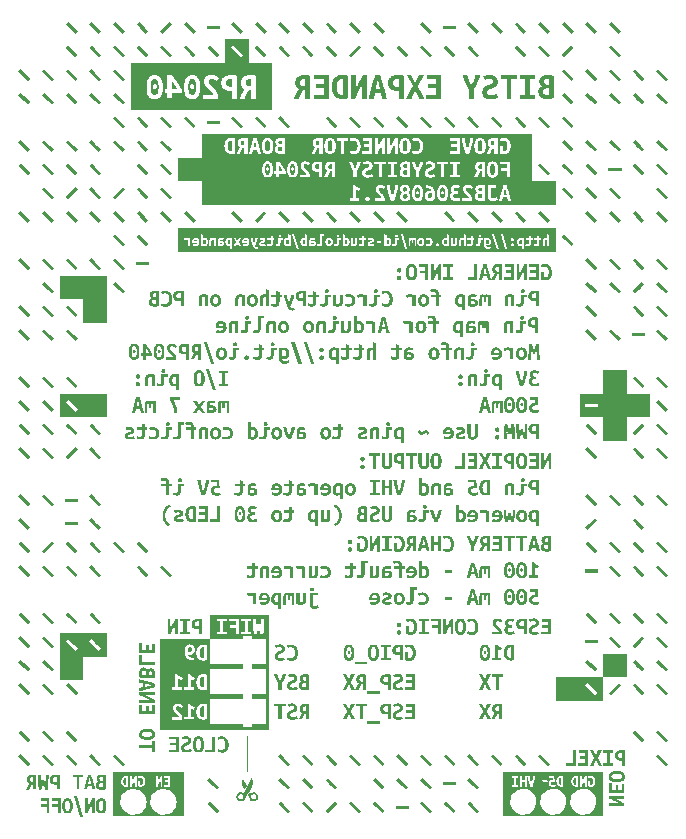
<source format=gbr>
G04 This is an RS-274x file exported by *
G04 gerbv version 2.9.4 *
G04 More information is available about gerbv at *
G04 https://gerbv.github.io/ *
G04 --End of header info--*
%MOIN*%
%FSLAX36Y36*%
%IPPOS*%
G04 --Define apertures--*
%ADD10C,0.0139*%
G04 --Start main section--*
G54D10*
G36*
G01X0912797Y2480479D02*
G01X0912797Y2480479D01*
G01X0925197Y2468079D01*
G01X0917697Y2460579D01*
G01X0905297Y2472979D01*
G01X0905297Y2472979D01*
G01X0898097Y2480179D01*
G01X0898097Y2480179D01*
G01X0885697Y2492579D01*
G01X0893197Y2500079D01*
G01X0905597Y2487679D01*
G01X0905597Y2487679D01*
G01X0912797Y2480479D01*
G01X0912797Y2480479D01*
G37*
G36*
G01X0912797Y2401679D02*
G01X0912797Y2401679D01*
G01X0925197Y2389379D01*
G01X0917697Y2381879D01*
G01X0905297Y2394179D01*
G01X0905297Y2394179D01*
G01X0898097Y2401379D01*
G01X0898097Y2401379D01*
G01X0885697Y2413779D01*
G01X0893197Y2421279D01*
G01X0905597Y2408879D01*
G01X0905597Y2408879D01*
G01X0912797Y2401679D01*
G01X0912797Y2401679D01*
G37*
G36*
G01X0912797Y2323079D02*
G01X0912797Y2323079D01*
G01X0925197Y2310679D01*
G01X0917697Y2303179D01*
G01X0905297Y2315579D01*
G01X0905297Y2315579D01*
G01X0898097Y2322779D01*
G01X0898097Y2322779D01*
G01X0885697Y2335179D01*
G01X0893197Y2342679D01*
G01X0905597Y2330279D01*
G01X0905597Y2330279D01*
G01X0912797Y2323079D01*
G01X0912797Y2323079D01*
G37*
G36*
G01X0912797Y2244379D02*
G01X0912797Y2244379D01*
G01X0925197Y2231979D01*
G01X0917697Y2224479D01*
G01X0905297Y2236879D01*
G01X0905297Y2236879D01*
G01X0898097Y2244079D01*
G01X0898097Y2244079D01*
G01X0885697Y2256379D01*
G01X0893197Y2263879D01*
G01X0905597Y2251579D01*
G01X0905597Y2251579D01*
G01X0912797Y2244379D01*
G01X0912797Y2244379D01*
G37*
G36*
G01X0991497Y2323079D02*
G01X0991497Y2323079D01*
G01X1003897Y2310679D01*
G01X0996397Y2303179D01*
G01X0983997Y2315579D01*
G01X0983997Y2315579D01*
G01X0976797Y2322779D01*
G01X0976797Y2322779D01*
G01X0964497Y2335179D01*
G01X0971997Y2342679D01*
G01X0984297Y2330279D01*
G01X0984297Y2330279D01*
G01X0991497Y2323079D01*
G01X0991497Y2323079D01*
G37*
G36*
G01X1070297Y2323079D02*
G01X1070297Y2323079D01*
G01X1082697Y2310679D01*
G01X1075197Y2303179D01*
G01X1062797Y2315579D01*
G01X1062797Y2315579D01*
G01X1055597Y2322779D01*
G01X1055597Y2322779D01*
G01X1043197Y2335179D01*
G01X1050697Y2342679D01*
G01X1063097Y2330279D01*
G01X1063097Y2330279D01*
G01X1070297Y2323079D01*
G01X1070297Y2323079D01*
G37*
G36*
G01X1070297Y2244379D02*
G01X1070297Y2244379D01*
G01X1082697Y2231979D01*
G01X1075197Y2224479D01*
G01X1062797Y2236879D01*
G01X1062797Y2236879D01*
G01X1055597Y2244079D01*
G01X1055597Y2244079D01*
G01X1043197Y2256379D01*
G01X1050697Y2263879D01*
G01X1063097Y2251579D01*
G01X1063097Y2251579D01*
G01X1070297Y2244379D01*
G01X1070297Y2244379D01*
G37*
G36*
G01X0991497Y2244379D02*
G01X0991497Y2244379D01*
G01X1003897Y2231979D01*
G01X0996397Y2224479D01*
G01X0983997Y2236879D01*
G01X0983997Y2236879D01*
G01X0976797Y2244079D01*
G01X0976797Y2244079D01*
G01X0964497Y2256379D01*
G01X0971997Y2263879D01*
G01X0984297Y2251579D01*
G01X0984297Y2251579D01*
G01X0991497Y2244379D01*
G01X0991497Y2244379D01*
G37*
G36*
G01X0755397Y2323079D02*
G01X0755397Y2323079D01*
G01X0767797Y2310679D01*
G01X0760297Y2303179D01*
G01X0747897Y2315579D01*
G01X0747897Y2315579D01*
G01X0740697Y2322779D01*
G01X0740697Y2322779D01*
G01X0728297Y2335179D01*
G01X0735797Y2342679D01*
G01X0748197Y2330279D01*
G01X0748197Y2330279D01*
G01X0755397Y2323079D01*
G01X0755397Y2323079D01*
G37*
G36*
G01X0755397Y2244379D02*
G01X0755397Y2244379D01*
G01X0767797Y2231979D01*
G01X0760297Y2224479D01*
G01X0747897Y2236879D01*
G01X0747897Y2236879D01*
G01X0740697Y2244079D01*
G01X0740697Y2244079D01*
G01X0728297Y2256379D01*
G01X0735797Y2263879D01*
G01X0748197Y2251579D01*
G01X0748197Y2251579D01*
G01X0755397Y2244379D01*
G01X0755397Y2244379D01*
G37*
G36*
G01X0834197Y2323079D02*
G01X0834197Y2323079D01*
G01X0846497Y2310679D01*
G01X0838997Y2303179D01*
G01X0826697Y2315579D01*
G01X0826697Y2315579D01*
G01X0819497Y2322779D01*
G01X0819497Y2322779D01*
G01X0807097Y2335179D01*
G01X0814597Y2342679D01*
G01X0826997Y2330279D01*
G01X0826997Y2330279D01*
G01X0834197Y2323079D01*
G01X0834197Y2323079D01*
G37*
G36*
G01X0834197Y2244379D02*
G01X0834197Y2244379D01*
G01X0846497Y2231979D01*
G01X0838997Y2224479D01*
G01X0826697Y2236879D01*
G01X0826697Y2236879D01*
G01X0819497Y2244079D01*
G01X0819497Y2244079D01*
G01X0807097Y2256379D01*
G01X0814597Y2263879D01*
G01X0826997Y2251579D01*
G01X0826997Y2251579D01*
G01X0834197Y2244379D01*
G01X0834197Y2244379D01*
G37*
G36*
G01X0755397Y2165579D02*
G01X0755397Y2165579D01*
G01X0767797Y2153179D01*
G01X0760297Y2145679D01*
G01X0747897Y2158079D01*
G01X0747897Y2158079D01*
G01X0740697Y2165279D01*
G01X0740697Y2165279D01*
G01X0728297Y2177679D01*
G01X0735797Y2185179D01*
G01X0748197Y2172779D01*
G01X0748197Y2172779D01*
G01X0755397Y2165579D01*
G01X0755397Y2165579D01*
G37*
G36*
G01X0676697Y2165579D02*
G01X0676697Y2165579D01*
G01X0688997Y2153179D01*
G01X0681497Y2145679D01*
G01X0669197Y2158079D01*
G01X0669197Y2158079D01*
G01X0661997Y2165279D01*
G01X0661997Y2165279D01*
G01X0649597Y2177679D01*
G01X0657097Y2185179D01*
G01X0669497Y2172779D01*
G01X0669497Y2172779D01*
G01X0676697Y2165579D01*
G01X0676697Y2165579D01*
G37*
G36*
G01X0597897Y2165579D02*
G01X0597897Y2165579D01*
G01X0610297Y2153179D01*
G01X0602797Y2145679D01*
G01X0590397Y2158079D01*
G01X0590397Y2158079D01*
G01X0583197Y2165279D01*
G01X0583197Y2165279D01*
G01X0570797Y2177679D01*
G01X0578297Y2185179D01*
G01X0590697Y2172779D01*
G01X0590697Y2172779D01*
G01X0597897Y2165579D01*
G01X0597897Y2165579D01*
G37*
G36*
G01X0519197Y2165579D02*
G01X0519197Y2165579D01*
G01X0531497Y2153179D01*
G01X0523997Y2145679D01*
G01X0511697Y2158079D01*
G01X0511697Y2158079D01*
G01X0504497Y2165279D01*
G01X0504497Y2165279D01*
G01X0492097Y2177679D01*
G01X0499597Y2185179D01*
G01X0511997Y2172779D01*
G01X0511997Y2172779D01*
G01X0519197Y2165579D01*
G01X0519197Y2165579D01*
G37*
G36*
G01X0440397Y2165579D02*
G01X0440397Y2165579D01*
G01X0452797Y2153179D01*
G01X0445297Y2145679D01*
G01X0432897Y2158079D01*
G01X0432897Y2158079D01*
G01X0425697Y2165279D01*
G01X0425697Y2165279D01*
G01X0413297Y2177679D01*
G01X0420797Y2185179D01*
G01X0433197Y2172779D01*
G01X0433197Y2172779D01*
G01X0440397Y2165579D01*
G01X0440397Y2165579D01*
G37*
G36*
G01X0361697Y2165579D02*
G01X0361697Y2165579D01*
G01X0373997Y2153179D01*
G01X0366497Y2145679D01*
G01X0354197Y2158079D01*
G01X0354197Y2158079D01*
G01X0346997Y2165279D01*
G01X0346997Y2165279D01*
G01X0334597Y2177679D01*
G01X0342097Y2185179D01*
G01X0354497Y2172779D01*
G01X0354497Y2172779D01*
G01X0361697Y2165579D01*
G01X0361697Y2165579D01*
G37*
G36*
G01X0282897Y2165579D02*
G01X0282897Y2165579D01*
G01X0295297Y2153179D01*
G01X0287797Y2145679D01*
G01X0275397Y2158079D01*
G01X0275397Y2158079D01*
G01X0268197Y2165279D01*
G01X0268197Y2165279D01*
G01X0255797Y2177679D01*
G01X0263297Y2185179D01*
G01X0275697Y2172779D01*
G01X0275697Y2172779D01*
G01X0282897Y2165579D01*
G01X0282897Y2165579D01*
G37*
G36*
G01X0204197Y2165579D02*
G01X0204197Y2165579D01*
G01X0216497Y2153179D01*
G01X0208997Y2145679D01*
G01X0196697Y2158079D01*
G01X0196697Y2158079D01*
G01X0189497Y2165279D01*
G01X0189497Y2165279D01*
G01X0177097Y2177679D01*
G01X0184597Y2185179D01*
G01X0196997Y2172779D01*
G01X0196997Y2172779D01*
G01X0204197Y2165579D01*
G01X0204197Y2165579D01*
G37*
G36*
G01X0125397Y2165579D02*
G01X0125397Y2165579D01*
G01X0137797Y2153179D01*
G01X0130297Y2145679D01*
G01X0117897Y2158079D01*
G01X0117897Y2158079D01*
G01X0110697Y2165279D01*
G01X0110697Y2165279D01*
G01X0098297Y2177679D01*
G01X0105797Y2185179D01*
G01X0118197Y2172779D01*
G01X0118197Y2172779D01*
G01X0125397Y2165579D01*
G01X0125397Y2165579D01*
G37*
G36*
G01X0046697Y2165579D02*
G01X0046697Y2165579D01*
G01X0058997Y2153179D01*
G01X0051497Y2145679D01*
G01X0039197Y2158079D01*
G01X0039197Y2158079D01*
G01X0031997Y2165279D01*
G01X0031997Y2165279D01*
G01X0019597Y2177679D01*
G01X0027197Y2185079D01*
G01X0039597Y2172679D01*
G01X0039597Y2172679D01*
G01X0046697Y2165579D01*
G01X0046697Y2165579D01*
G37*
G36*
G01X-032103Y2165579D02*
G01X-032103Y2165579D01*
G01X-019703Y2153179D01*
G01X-027203Y2145679D01*
G01X-039603Y2158079D01*
G01X-039603Y2158079D01*
G01X-046803Y2165279D01*
G01X-046803Y2165279D01*
G01X-059203Y2177679D01*
G01X-051703Y2185179D01*
G01X-039303Y2172779D01*
G01X-039303Y2172779D01*
G01X-032103Y2165579D01*
G01X-032103Y2165579D01*
G37*
G36*
G01X-189603Y2165579D02*
G01X-189603Y2165579D01*
G01X-177203Y2153179D01*
G01X-184703Y2145679D01*
G01X-197103Y2158079D01*
G01X-197103Y2158079D01*
G01X-204303Y2165279D01*
G01X-204303Y2165279D01*
G01X-216703Y2177679D01*
G01X-209203Y2185179D01*
G01X-196803Y2172779D01*
G01X-196803Y2172779D01*
G01X-189603Y2165579D01*
G01X-189603Y2165579D01*
G37*
G36*
G01X-268203Y2165579D02*
G01X-268203Y2165579D01*
G01X-255803Y2153179D01*
G01X-263303Y2145679D01*
G01X-275703Y2158079D01*
G01X-275703Y2158079D01*
G01X-282903Y2165279D01*
G01X-282903Y2165279D01*
G01X-295303Y2177679D01*
G01X-287803Y2185179D01*
G01X-275403Y2172779D01*
G01X-275403Y2172779D01*
G01X-268203Y2165579D01*
G01X-268203Y2165579D01*
G37*
G36*
G01X-346903Y2165579D02*
G01X-346903Y2165579D01*
G01X-334603Y2153179D01*
G01X-342103Y2145679D01*
G01X-354403Y2158079D01*
G01X-354403Y2158079D01*
G01X-361703Y2165179D01*
G01X-361703Y2165179D01*
G01X-374003Y2177579D01*
G01X-366503Y2185079D01*
G01X-354203Y2172679D01*
G01X-354203Y2172679D01*
G01X-346903Y2165579D01*
G01X-346903Y2165579D01*
G37*
G36*
G01X-428003Y2170679D02*
G01X-428003Y2170679D01*
G01X-410503Y2170679D01*
G01X-410503Y2160079D01*
G01X-428003Y2160079D01*
G01X-428003Y2160079D01*
G01X-438203Y2160079D01*
G01X-438203Y2160079D01*
G01X-455703Y2160079D01*
G01X-455703Y2170679D01*
G01X-438203Y2170679D01*
G01X-438203Y2170679D01*
G01X-428003Y2170679D01*
G01X-428003Y2170679D01*
G37*
G36*
G01X-504403Y2165579D02*
G01X-504403Y2165579D01*
G01X-492103Y2153179D01*
G01X-499603Y2145679D01*
G01X-511903Y2158079D01*
G01X-511903Y2158079D01*
G01X-519203Y2165279D01*
G01X-519203Y2165279D01*
G01X-531503Y2177679D01*
G01X-524003Y2185179D01*
G01X-511703Y2172779D01*
G01X-511703Y2172779D01*
G01X-504403Y2165579D01*
G01X-504403Y2165579D01*
G37*
G36*
G01X-583203Y2165579D02*
G01X-583203Y2165579D01*
G01X-570803Y2153179D01*
G01X-578303Y2145679D01*
G01X-590703Y2158079D01*
G01X-590703Y2158079D01*
G01X-597903Y2165279D01*
G01X-597903Y2165279D01*
G01X-610303Y2177679D01*
G01X-602803Y2185179D01*
G01X-590403Y2172779D01*
G01X-590403Y2172779D01*
G01X-583203Y2165579D01*
G01X-583203Y2165579D01*
G37*
G36*
G01X-661903Y2165579D02*
G01X-661903Y2165579D01*
G01X-649603Y2153179D01*
G01X-657103Y2145679D01*
G01X-669403Y2158079D01*
G01X-669403Y2158079D01*
G01X-676703Y2165279D01*
G01X-676703Y2165279D01*
G01X-689003Y2177679D01*
G01X-681503Y2185179D01*
G01X-669203Y2172779D01*
G01X-669203Y2172779D01*
G01X-661903Y2165579D01*
G01X-661903Y2165579D01*
G37*
G36*
G01X-740703Y2165579D02*
G01X-740703Y2165579D01*
G01X-728303Y2153179D01*
G01X-735803Y2145679D01*
G01X-748203Y2158079D01*
G01X-748203Y2158079D01*
G01X-755403Y2165279D01*
G01X-755403Y2165279D01*
G01X-767803Y2177679D01*
G01X-760303Y2185179D01*
G01X-747903Y2172779D01*
G01X-747903Y2172779D01*
G01X-740703Y2165579D01*
G01X-740703Y2165579D01*
G37*
G36*
G01X-740703Y2244379D02*
G01X-740703Y2244379D01*
G01X-728303Y2231979D01*
G01X-735803Y2224479D01*
G01X-748203Y2236879D01*
G01X-748203Y2236879D01*
G01X-755403Y2244079D01*
G01X-755403Y2244079D01*
G01X-767803Y2256379D01*
G01X-760303Y2263879D01*
G01X-747903Y2251579D01*
G01X-747903Y2251579D01*
G01X-740703Y2244379D01*
G01X-740703Y2244379D01*
G37*
G36*
G01X-819403Y2244379D02*
G01X-819403Y2244379D01*
G01X-807103Y2231979D01*
G01X-814603Y2224479D01*
G01X-826903Y2236879D01*
G01X-826903Y2236879D01*
G01X-834203Y2244079D01*
G01X-834203Y2244079D01*
G01X-846503Y2256379D01*
G01X-839003Y2263879D01*
G01X-826703Y2251579D01*
G01X-826703Y2251579D01*
G01X-819403Y2244379D01*
G01X-819403Y2244379D01*
G37*
G36*
G01X-898203Y2244379D02*
G01X-898203Y2244379D01*
G01X-885803Y2231979D01*
G01X-893303Y2224479D01*
G01X-905703Y2236879D01*
G01X-905703Y2236879D01*
G01X-912903Y2244079D01*
G01X-912903Y2244079D01*
G01X-925303Y2256379D01*
G01X-917803Y2263879D01*
G01X-905403Y2251579D01*
G01X-905403Y2251579D01*
G01X-898203Y2244379D01*
G01X-898203Y2244379D01*
G37*
G36*
G01X-976903Y2244379D02*
G01X-976903Y2244379D01*
G01X-964603Y2231979D01*
G01X-972103Y2224479D01*
G01X-984403Y2236879D01*
G01X-984403Y2236879D01*
G01X-991703Y2244079D01*
G01X-991703Y2244079D01*
G01X-1004003Y2256379D01*
G01X-996503Y2263879D01*
G01X-984203Y2251579D01*
G01X-984203Y2251579D01*
G01X-976903Y2244379D01*
G01X-976903Y2244379D01*
G37*
G36*
G01X-1055703Y2244379D02*
G01X-1055703Y2244379D01*
G01X-1043303Y2231979D01*
G01X-1050803Y2224479D01*
G01X-1063203Y2236879D01*
G01X-1063203Y2236879D01*
G01X-1070403Y2244079D01*
G01X-1070403Y2244079D01*
G01X-1082603Y2256279D01*
G01X-1075103Y2263779D01*
G01X-1062803Y2251379D01*
G01X-1062803Y2251379D01*
G01X-1055703Y2244379D01*
G01X-1055703Y2244379D01*
G37*
G36*
G01X-740703Y2323079D02*
G01X-740703Y2323079D01*
G01X-728303Y2310679D01*
G01X-735803Y2303179D01*
G01X-748203Y2315579D01*
G01X-748203Y2315579D01*
G01X-755403Y2322779D01*
G01X-755403Y2322779D01*
G01X-767803Y2335179D01*
G01X-760303Y2342679D01*
G01X-747903Y2330279D01*
G01X-747903Y2330279D01*
G01X-740703Y2323079D01*
G01X-740703Y2323079D01*
G37*
G36*
G01X-819403Y2323079D02*
G01X-819403Y2323079D01*
G01X-807103Y2310679D01*
G01X-814603Y2303179D01*
G01X-826903Y2315579D01*
G01X-826903Y2315579D01*
G01X-834203Y2322779D01*
G01X-834203Y2322779D01*
G01X-846503Y2335179D01*
G01X-839003Y2342679D01*
G01X-826703Y2330279D01*
G01X-826703Y2330279D01*
G01X-819403Y2323079D01*
G01X-819403Y2323079D01*
G37*
G36*
G01X-898203Y2323079D02*
G01X-898203Y2323079D01*
G01X-885803Y2310679D01*
G01X-893303Y2303179D01*
G01X-905703Y2315579D01*
G01X-905703Y2315579D01*
G01X-912903Y2322779D01*
G01X-912903Y2322779D01*
G01X-925303Y2335179D01*
G01X-917803Y2342679D01*
G01X-905403Y2330279D01*
G01X-905403Y2330279D01*
G01X-898203Y2323079D01*
G01X-898203Y2323079D01*
G37*
G36*
G01X-740703Y2401679D02*
G01X-740703Y2401679D01*
G01X-728303Y2389379D01*
G01X-735803Y2381879D01*
G01X-748203Y2394179D01*
G01X-748203Y2394179D01*
G01X-755403Y2401379D01*
G01X-755403Y2401379D01*
G01X-767803Y2413779D01*
G01X-760303Y2421279D01*
G01X-747903Y2408879D01*
G01X-747903Y2408879D01*
G01X-740703Y2401679D01*
G01X-740703Y2401679D01*
G37*
G36*
G01X-819403Y2401679D02*
G01X-819403Y2401679D01*
G01X-807103Y2389379D01*
G01X-814603Y2381879D01*
G01X-826903Y2394179D01*
G01X-826903Y2394179D01*
G01X-834203Y2401379D01*
G01X-834203Y2401379D01*
G01X-846503Y2413779D01*
G01X-839003Y2421279D01*
G01X-826703Y2408879D01*
G01X-826703Y2408879D01*
G01X-819403Y2401679D01*
G01X-819403Y2401679D01*
G37*
G36*
G01X-898203Y2401679D02*
G01X-898203Y2401679D01*
G01X-885803Y2389379D01*
G01X-893303Y2381879D01*
G01X-905703Y2394179D01*
G01X-905703Y2394179D01*
G01X-912903Y2401379D01*
G01X-912903Y2401379D01*
G01X-925303Y2413779D01*
G01X-917803Y2421279D01*
G01X-905403Y2408879D01*
G01X-905403Y2408879D01*
G01X-898203Y2401679D01*
G01X-898203Y2401679D01*
G37*
G36*
G01X-740703Y2480479D02*
G01X-740703Y2480479D01*
G01X-728303Y2468079D01*
G01X-735803Y2460579D01*
G01X-748203Y2472979D01*
G01X-748203Y2472979D01*
G01X-755403Y2480179D01*
G01X-755403Y2480179D01*
G01X-767803Y2492579D01*
G01X-760303Y2500079D01*
G01X-747903Y2487679D01*
G01X-747903Y2487679D01*
G01X-740703Y2480479D01*
G01X-740703Y2480479D01*
G37*
G36*
G01X-819403Y2480479D02*
G01X-819403Y2480479D01*
G01X-807103Y2468079D01*
G01X-814603Y2460579D01*
G01X-826903Y2472979D01*
G01X-826903Y2472979D01*
G01X-834203Y2480179D01*
G01X-834203Y2480179D01*
G01X-846503Y2492579D01*
G01X-839003Y2500079D01*
G01X-826703Y2487679D01*
G01X-826703Y2487679D01*
G01X-819403Y2480479D01*
G01X-819403Y2480479D01*
G37*
G36*
G01X-898203Y2480479D02*
G01X-898203Y2480479D01*
G01X-885803Y2468079D01*
G01X-893303Y2460579D01*
G01X-905703Y2472979D01*
G01X-905703Y2472979D01*
G01X-912903Y2480179D01*
G01X-912903Y2480179D01*
G01X-925303Y2492579D01*
G01X-917803Y2500079D01*
G01X-905403Y2487679D01*
G01X-905403Y2487679D01*
G01X-898203Y2480479D01*
G01X-898203Y2480479D01*
G37*
G36*
G01X-504403Y2401679D02*
G01X-504403Y2401679D01*
G01X-492103Y2389379D01*
G01X-499603Y2381879D01*
G01X-511903Y2394179D01*
G01X-511903Y2394179D01*
G01X-519203Y2401379D01*
G01X-519203Y2401379D01*
G01X-531503Y2413779D01*
G01X-524003Y2421279D01*
G01X-511703Y2408879D01*
G01X-511703Y2408879D01*
G01X-504403Y2401679D01*
G01X-504403Y2401679D01*
G37*
G36*
G01X-425703Y2401679D02*
G01X-425703Y2401679D01*
G01X-413303Y2389379D01*
G01X-420803Y2381879D01*
G01X-433203Y2394179D01*
G01X-433203Y2394179D01*
G01X-440403Y2401379D01*
G01X-440403Y2401379D01*
G01X-452803Y2413779D01*
G01X-445303Y2421279D01*
G01X-432903Y2408879D01*
G01X-432903Y2408879D01*
G01X-425703Y2401679D01*
G01X-425703Y2401679D01*
G37*
G36*
G01X-583203Y2401679D02*
G01X-583203Y2401679D01*
G01X-570803Y2389379D01*
G01X-578303Y2381879D01*
G01X-590703Y2394179D01*
G01X-590703Y2394179D01*
G01X-597903Y2401379D01*
G01X-597903Y2401379D01*
G01X-610303Y2413779D01*
G01X-602803Y2421279D01*
G01X-590403Y2408879D01*
G01X-590403Y2408879D01*
G01X-583203Y2401679D01*
G01X-583203Y2401679D01*
G37*
G36*
G01X-661903Y2401679D02*
G01X-661903Y2401679D01*
G01X-649603Y2389379D01*
G01X-657103Y2381879D01*
G01X-669403Y2394179D01*
G01X-669403Y2394179D01*
G01X-676703Y2401379D01*
G01X-676703Y2401379D01*
G01X-689003Y2413779D01*
G01X-681503Y2421279D01*
G01X-669203Y2408879D01*
G01X-669203Y2408879D01*
G01X-661903Y2401679D01*
G01X-661903Y2401679D01*
G37*
G36*
G01X-504403Y2480479D02*
G01X-504403Y2480479D01*
G01X-492103Y2468079D01*
G01X-499603Y2460579D01*
G01X-511903Y2472979D01*
G01X-511903Y2472979D01*
G01X-519203Y2480179D01*
G01X-519203Y2480179D01*
G01X-531503Y2492579D01*
G01X-524003Y2500079D01*
G01X-511703Y2487679D01*
G01X-511703Y2487679D01*
G01X-504403Y2480479D01*
G01X-504403Y2480479D01*
G37*
G36*
G01X-428003Y2485579D02*
G01X-428003Y2485579D01*
G01X-410503Y2485579D01*
G01X-410503Y2474879D01*
G01X-428003Y2474879D01*
G01X-428003Y2474879D01*
G01X-438203Y2474879D01*
G01X-438203Y2474879D01*
G01X-455703Y2474879D01*
G01X-455703Y2485579D01*
G01X-438203Y2485579D01*
G01X-438203Y2485579D01*
G01X-428003Y2485579D01*
G01X-428003Y2485579D01*
G37*
G36*
G01X-346903Y2480479D02*
G01X-346903Y2480479D01*
G01X-334603Y2468079D01*
G01X-342203Y2460579D01*
G01X-354603Y2472979D01*
G01X-354603Y2472979D01*
G01X-361703Y2480179D01*
G01X-361703Y2480179D01*
G01X-374003Y2492579D01*
G01X-366503Y2500079D01*
G01X-354203Y2487679D01*
G01X-354203Y2487679D01*
G01X-346903Y2480479D01*
G01X-346903Y2480479D01*
G37*
G36*
G01X-590703Y2487679D02*
G01X-590703Y2487679D01*
G01X-578303Y2500079D01*
G01X-570803Y2492579D01*
G01X-583203Y2480179D01*
G01X-583203Y2480179D01*
G01X-590403Y2472979D01*
G01X-590403Y2472979D01*
G01X-602803Y2460579D01*
G01X-610303Y2468179D01*
G01X-597903Y2480579D01*
G01X-597903Y2480579D01*
G01X-590703Y2487679D01*
G01X-590703Y2487679D01*
G37*
G36*
G01X-661903Y2480479D02*
G01X-661903Y2480479D01*
G01X-649603Y2468079D01*
G01X-657103Y2460579D01*
G01X-669403Y2472979D01*
G01X-669403Y2472979D01*
G01X-676703Y2480179D01*
G01X-676703Y2480179D01*
G01X-689003Y2492579D01*
G01X-681503Y2500079D01*
G01X-669203Y2487679D01*
G01X-669203Y2487679D01*
G01X-661903Y2480479D01*
G01X-661903Y2480479D01*
G37*
G36*
G01X-976903Y2323079D02*
G01X-976903Y2323079D01*
G01X-964603Y2310679D01*
G01X-972103Y2303179D01*
G01X-984403Y2315579D01*
G01X-984403Y2315579D01*
G01X-991703Y2322779D01*
G01X-991703Y2322779D01*
G01X-1004003Y2335179D01*
G01X-996503Y2342679D01*
G01X-984203Y2330279D01*
G01X-984203Y2330279D01*
G01X-976903Y2323079D01*
G01X-976903Y2323079D01*
G37*
G36*
G01X-1055703Y2323079D02*
G01X-1055703Y2323079D01*
G01X-1043303Y2310679D01*
G01X-1050803Y2303179D01*
G01X-1063203Y2315579D01*
G01X-1063203Y2315579D01*
G01X-1070403Y2322779D01*
G01X-1070403Y2322779D01*
G01X-1082803Y2335179D01*
G01X-1075303Y2342679D01*
G01X-1062903Y2330279D01*
G01X-1062903Y2330279D01*
G01X-1055703Y2323079D01*
G01X-1055703Y2323079D01*
G37*
G36*
G01X0834197Y2480479D02*
G01X0834197Y2480479D01*
G01X0846497Y2468079D01*
G01X0838997Y2460579D01*
G01X0826697Y2472979D01*
G01X0826697Y2472979D01*
G01X0819497Y2480179D01*
G01X0819497Y2480179D01*
G01X0807097Y2492579D01*
G01X0814597Y2500079D01*
G01X0826997Y2487679D01*
G01X0826997Y2487679D01*
G01X0834197Y2480479D01*
G01X0834197Y2480479D01*
G37*
G36*
G01X0755397Y2480479D02*
G01X0755397Y2480479D01*
G01X0767797Y2468079D01*
G01X0760297Y2460579D01*
G01X0747897Y2472979D01*
G01X0747897Y2472979D01*
G01X0740697Y2480179D01*
G01X0740697Y2480179D01*
G01X0728297Y2492579D01*
G01X0735797Y2500079D01*
G01X0748197Y2487679D01*
G01X0748197Y2487679D01*
G01X0755397Y2480479D01*
G01X0755397Y2480479D01*
G37*
G36*
G01X0747797Y2408879D02*
G01X0747797Y2408879D01*
G01X0760197Y2421279D01*
G01X0767697Y2413779D01*
G01X0755297Y2401379D01*
G01X0755297Y2401379D01*
G01X0748097Y2394179D01*
G01X0748097Y2394179D01*
G01X0735697Y2381879D01*
G01X0728197Y2389379D01*
G01X0740597Y2401679D01*
G01X0740597Y2401679D01*
G01X0747797Y2408879D01*
G01X0747797Y2408879D01*
G37*
G36*
G01X0676697Y2480479D02*
G01X0676697Y2480479D01*
G01X0688997Y2468079D01*
G01X0681497Y2460579D01*
G01X0669197Y2472979D01*
G01X0669197Y2472979D01*
G01X0661997Y2480179D01*
G01X0661997Y2480179D01*
G01X0649597Y2492579D01*
G01X0657097Y2500079D01*
G01X0669497Y2487679D01*
G01X0669497Y2487679D01*
G01X0676697Y2480479D01*
G01X0676697Y2480479D01*
G37*
G36*
G01X0597897Y2480479D02*
G01X0597897Y2480479D01*
G01X0610297Y2468079D01*
G01X0602797Y2460579D01*
G01X0590397Y2472979D01*
G01X0590397Y2472979D01*
G01X0583197Y2480179D01*
G01X0583197Y2480179D01*
G01X0570797Y2492579D01*
G01X0578297Y2500079D01*
G01X0590697Y2487679D01*
G01X0590697Y2487679D01*
G01X0597897Y2480479D01*
G01X0597897Y2480479D01*
G37*
G36*
G01X0519197Y2480479D02*
G01X0519197Y2480479D01*
G01X0531497Y2468079D01*
G01X0523997Y2460579D01*
G01X0511697Y2472979D01*
G01X0511697Y2472979D01*
G01X0504497Y2480179D01*
G01X0504497Y2480179D01*
G01X0492097Y2492579D01*
G01X0499597Y2500079D01*
G01X0511997Y2487679D01*
G01X0511997Y2487679D01*
G01X0519197Y2480479D01*
G01X0519197Y2480479D01*
G37*
G36*
G01X0440397Y2480479D02*
G01X0440397Y2480479D01*
G01X0452797Y2468079D01*
G01X0445297Y2460579D01*
G01X0432897Y2472979D01*
G01X0432897Y2472979D01*
G01X0425697Y2480179D01*
G01X0425697Y2480179D01*
G01X0413297Y2492579D01*
G01X0420797Y2500079D01*
G01X0433197Y2487679D01*
G01X0433197Y2487679D01*
G01X0440397Y2480479D01*
G01X0440397Y2480479D01*
G37*
G36*
G01X0359497Y2485579D02*
G01X0359497Y2485579D01*
G01X0376997Y2485579D01*
G01X0376997Y2474879D01*
G01X0359497Y2474879D01*
G01X0359497Y2474879D01*
G01X0349297Y2474879D01*
G01X0349297Y2474879D01*
G01X0331797Y2474879D01*
G01X0331797Y2485579D01*
G01X0349297Y2485579D01*
G01X0349297Y2485579D01*
G01X0359497Y2485579D01*
G01X0359497Y2485579D01*
G37*
G36*
G01X0282897Y2480479D02*
G01X0282897Y2480479D01*
G01X0295297Y2468079D01*
G01X0287797Y2460579D01*
G01X0275397Y2472979D01*
G01X0275397Y2472979D01*
G01X0268197Y2480179D01*
G01X0268197Y2480179D01*
G01X0255797Y2492579D01*
G01X0263297Y2500079D01*
G01X0275697Y2487679D01*
G01X0275697Y2487679D01*
G01X0282897Y2480479D01*
G01X0282897Y2480479D01*
G37*
G36*
G01X0676697Y2401679D02*
G01X0676697Y2401679D01*
G01X0688997Y2389379D01*
G01X0681497Y2381879D01*
G01X0669197Y2394179D01*
G01X0669197Y2394179D01*
G01X0661997Y2401379D01*
G01X0661997Y2401379D01*
G01X0649597Y2413779D01*
G01X0657097Y2421279D01*
G01X0669497Y2408879D01*
G01X0669497Y2408879D01*
G01X0676697Y2401679D01*
G01X0676697Y2401679D01*
G37*
G36*
G01X0597897Y2401679D02*
G01X0597897Y2401679D01*
G01X0610297Y2389379D01*
G01X0602797Y2381879D01*
G01X0590397Y2394179D01*
G01X0590397Y2394179D01*
G01X0583197Y2401379D01*
G01X0583197Y2401379D01*
G01X0570797Y2413779D01*
G01X0578297Y2421279D01*
G01X0590697Y2408879D01*
G01X0590697Y2408879D01*
G01X0597897Y2401679D01*
G01X0597897Y2401679D01*
G37*
G36*
G01X0440397Y2401679D02*
G01X0440397Y2401679D01*
G01X0452797Y2389379D01*
G01X0445297Y2381879D01*
G01X0432897Y2394179D01*
G01X0432897Y2394179D01*
G01X0425697Y2401379D01*
G01X0425697Y2401379D01*
G01X0413297Y2413779D01*
G01X0420797Y2421279D01*
G01X0433197Y2408879D01*
G01X0433197Y2408879D01*
G01X0440397Y2401679D01*
G01X0440397Y2401679D01*
G37*
G36*
G01X0361697Y2401679D02*
G01X0361697Y2401679D01*
G01X0373997Y2389379D01*
G01X0366497Y2381879D01*
G01X0354197Y2394179D01*
G01X0354197Y2394179D01*
G01X0346997Y2401379D01*
G01X0346997Y2401379D01*
G01X0334597Y2413779D01*
G01X0342097Y2421279D01*
G01X0354497Y2408879D01*
G01X0354497Y2408879D01*
G01X0361697Y2401679D01*
G01X0361697Y2401679D01*
G37*
G36*
G01X0282897Y2401679D02*
G01X0282897Y2401679D01*
G01X0295297Y2389379D01*
G01X0287797Y2381879D01*
G01X0275397Y2394179D01*
G01X0275397Y2394179D01*
G01X0268197Y2401379D01*
G01X0268197Y2401379D01*
G01X0255797Y2413779D01*
G01X0263297Y2421279D01*
G01X0275697Y2408879D01*
G01X0275697Y2408879D01*
G01X0282897Y2401679D01*
G01X0282897Y2401679D01*
G37*
G36*
G01X0204197Y2401679D02*
G01X0204197Y2401679D01*
G01X0216497Y2389379D01*
G01X0208997Y2381879D01*
G01X0196697Y2394179D01*
G01X0196697Y2394179D01*
G01X0189497Y2401379D01*
G01X0189497Y2401379D01*
G01X0177097Y2413779D01*
G01X0184597Y2421279D01*
G01X0196997Y2408879D01*
G01X0196997Y2408879D01*
G01X0204197Y2401679D01*
G01X0204197Y2401679D01*
G37*
G36*
G01X0125397Y2401679D02*
G01X0125397Y2401679D01*
G01X0137797Y2389379D01*
G01X0130297Y2381879D01*
G01X0117897Y2394179D01*
G01X0117897Y2394179D01*
G01X0110697Y2401379D01*
G01X0110697Y2401379D01*
G01X0098297Y2413779D01*
G01X0105797Y2421279D01*
G01X0118197Y2408879D01*
G01X0118197Y2408879D01*
G01X0125397Y2401679D01*
G01X0125397Y2401679D01*
G37*
G36*
G01X0039597Y2394179D02*
G01X0039597Y2394179D01*
G01X0027197Y2381879D01*
G01X0019697Y2389379D01*
G01X0032097Y2401679D01*
G01X0032097Y2401679D01*
G01X0039297Y2408879D01*
G01X0039297Y2408879D01*
G01X0051697Y2421279D01*
G01X0059197Y2413779D01*
G01X0046797Y2401379D01*
G01X0046797Y2401379D01*
G01X0039597Y2394179D01*
G01X0039597Y2394179D01*
G37*
G36*
G01X-032103Y2401679D02*
G01X-032103Y2401679D01*
G01X-019703Y2389379D01*
G01X-027203Y2381879D01*
G01X-039603Y2394179D01*
G01X-039603Y2394179D01*
G01X-046803Y2401379D01*
G01X-046803Y2401379D01*
G01X-059203Y2413779D01*
G01X-051703Y2421279D01*
G01X-039303Y2408879D01*
G01X-039303Y2408879D01*
G01X-032103Y2401679D01*
G01X-032103Y2401679D01*
G37*
G36*
G01X-110803Y2401679D02*
G01X-110803Y2401679D01*
G01X-098503Y2389379D01*
G01X-106003Y2381879D01*
G01X-118303Y2394179D01*
G01X-118303Y2394179D01*
G01X-125503Y2401379D01*
G01X-125503Y2401379D01*
G01X-137903Y2413779D01*
G01X-130403Y2421279D01*
G01X-118003Y2408879D01*
G01X-118003Y2408879D01*
G01X-110803Y2401679D01*
G01X-110803Y2401679D01*
G37*
G36*
G01X-189603Y2401679D02*
G01X-189603Y2401679D01*
G01X-177203Y2389379D01*
G01X-184703Y2381879D01*
G01X-197103Y2394179D01*
G01X-197103Y2394179D01*
G01X-204303Y2401379D01*
G01X-204303Y2401379D01*
G01X-216703Y2413779D01*
G01X-209203Y2421279D01*
G01X-196803Y2408879D01*
G01X-196803Y2408879D01*
G01X-189603Y2401679D01*
G01X-189603Y2401679D01*
G37*
G36*
G01X-268203Y2401679D02*
G01X-268203Y2401679D01*
G01X-255803Y2389379D01*
G01X-263303Y2381879D01*
G01X-275703Y2394179D01*
G01X-275703Y2394179D01*
G01X-282903Y2401379D01*
G01X-282903Y2401379D01*
G01X-295303Y2413779D01*
G01X-287803Y2421279D01*
G01X-275403Y2408879D01*
G01X-275403Y2408879D01*
G01X-268203Y2401679D01*
G01X-268203Y2401679D01*
G37*
G36*
G01X0125397Y2480479D02*
G01X0125397Y2480479D01*
G01X0137797Y2468079D01*
G01X0130297Y2460579D01*
G01X0117897Y2472979D01*
G01X0117897Y2472979D01*
G01X0110697Y2480179D01*
G01X0110697Y2480179D01*
G01X0098297Y2492579D01*
G01X0105797Y2500079D01*
G01X0118197Y2487679D01*
G01X0118197Y2487679D01*
G01X0125397Y2480479D01*
G01X0125397Y2480479D01*
G37*
G36*
G01X0046697Y2480479D02*
G01X0046697Y2480479D01*
G01X0058997Y2468079D01*
G01X0051497Y2460579D01*
G01X0039197Y2472979D01*
G01X0039197Y2472979D01*
G01X0031997Y2480179D01*
G01X0031997Y2480179D01*
G01X0019597Y2492579D01*
G01X0027197Y2500079D01*
G01X0039597Y2487679D01*
G01X0039597Y2487679D01*
G01X0046697Y2480479D01*
G01X0046697Y2480479D01*
G37*
G36*
G01X-032103Y2480479D02*
G01X-032103Y2480479D01*
G01X-019703Y2468079D01*
G01X-027203Y2460579D01*
G01X-039603Y2472979D01*
G01X-039603Y2472979D01*
G01X-046803Y2480179D01*
G01X-046803Y2480179D01*
G01X-059203Y2492579D01*
G01X-051703Y2500079D01*
G01X-039303Y2487679D01*
G01X-039303Y2487679D01*
G01X-032103Y2480479D01*
G01X-032103Y2480479D01*
G37*
G36*
G01X-110803Y2480479D02*
G01X-110803Y2480479D01*
G01X-098503Y2468079D01*
G01X-106003Y2460579D01*
G01X-118303Y2472979D01*
G01X-118303Y2472979D01*
G01X-125503Y2480179D01*
G01X-125503Y2480179D01*
G01X-137903Y2492579D01*
G01X-130403Y2500079D01*
G01X-118003Y2487679D01*
G01X-118003Y2487679D01*
G01X-110803Y2480479D01*
G01X-110803Y2480479D01*
G37*
G36*
G01X-189603Y2480479D02*
G01X-189603Y2480479D01*
G01X-177203Y2468079D01*
G01X-184703Y2460579D01*
G01X-197103Y2472979D01*
G01X-197103Y2472979D01*
G01X-204303Y2480179D01*
G01X-204303Y2480179D01*
G01X-216703Y2492579D01*
G01X-209203Y2500079D01*
G01X-196803Y2487679D01*
G01X-196803Y2487679D01*
G01X-189603Y2480479D01*
G01X-189603Y2480479D01*
G37*
G36*
G01X-268203Y2480479D02*
G01X-268203Y2480479D01*
G01X-255803Y2468079D01*
G01X-263303Y2460579D01*
G01X-275803Y2472979D01*
G01X-275803Y2472979D01*
G01X-283003Y2480179D01*
G01X-283003Y2480179D01*
G01X-295403Y2492579D01*
G01X-287903Y2500079D01*
G01X-275503Y2487679D01*
G01X-275503Y2487679D01*
G01X-268203Y2480479D01*
G01X-268203Y2480479D01*
G37*
G36*
G01X-944703Y1653379D02*
G01X-944703Y1574779D01*
G01X-866103Y1574779D01*
G01X-866103Y1496179D01*
G01X-787503Y1496179D01*
G01X-787503Y1574779D01*
G01X-787503Y1653379D01*
G01X-866103Y1653379D01*
G01X-944703Y1653379D01*
G37*
G36*
G01X0944897Y0314979D02*
G01X0944897Y0393779D01*
G01X0866097Y0393779D01*
G01X0866097Y0314979D01*
G01X0944897Y0314979D01*
G37*
G36*
G01X-319803Y0118079D02*
G01X-322503Y0118079D01*
G01X-322503Y0000079D01*
G01X-319803Y0000079D01*
G01X-317303Y0000079D01*
G01X-317303Y0118079D01*
G01X-319803Y0118079D01*
G37*
G36*
G01X-583203Y2165579D02*
G01X-583203Y2165579D01*
G01X-570803Y2153179D01*
G01X-578303Y2145679D01*
G01X-590703Y2158079D01*
G01X-590703Y2158079D01*
G01X-597903Y2165279D01*
G01X-597903Y2165279D01*
G01X-610303Y2177679D01*
G01X-602803Y2185179D01*
G01X-590403Y2172779D01*
G01X-590403Y2172779D01*
G01X-583203Y2165579D01*
G01X-583203Y2165579D01*
G37*
G36*
G01X-661903Y2165579D02*
G01X-661903Y2165579D01*
G01X-649603Y2153179D01*
G01X-657103Y2145679D01*
G01X-669403Y2158079D01*
G01X-669403Y2158079D01*
G01X-676703Y2165279D01*
G01X-676703Y2165279D01*
G01X-689003Y2177679D01*
G01X-681503Y2185179D01*
G01X-669203Y2172779D01*
G01X-669203Y2172779D01*
G01X-661903Y2165579D01*
G01X-661903Y2165579D01*
G37*
G36*
G01X-740703Y2165579D02*
G01X-740703Y2165579D01*
G01X-728303Y2153179D01*
G01X-735803Y2145679D01*
G01X-748203Y2158079D01*
G01X-748203Y2158079D01*
G01X-755403Y2165279D01*
G01X-755403Y2165279D01*
G01X-767803Y2177679D01*
G01X-760303Y2185179D01*
G01X-747903Y2172779D01*
G01X-747903Y2172779D01*
G01X-740703Y2165579D01*
G01X-740703Y2165579D01*
G37*
G36*
G01X-583203Y2086879D02*
G01X-583203Y2086879D01*
G01X-570803Y2074479D01*
G01X-578303Y2066979D01*
G01X-590703Y2079379D01*
G01X-590703Y2079379D01*
G01X-597903Y2086579D01*
G01X-597903Y2086579D01*
G01X-610303Y2098879D01*
G01X-602803Y2106379D01*
G01X-590403Y2094079D01*
G01X-590403Y2094079D01*
G01X-583203Y2086879D01*
G01X-583203Y2086879D01*
G37*
G36*
G01X-661903Y2086879D02*
G01X-661903Y2086879D01*
G01X-649603Y2074479D01*
G01X-657103Y2066979D01*
G01X-669403Y2079379D01*
G01X-669403Y2079379D01*
G01X-676703Y2086579D01*
G01X-676703Y2086579D01*
G01X-689003Y2098879D01*
G01X-681503Y2106379D01*
G01X-669203Y2094079D01*
G01X-669203Y2094079D01*
G01X-661903Y2086879D01*
G01X-661903Y2086879D01*
G37*
G36*
G01X-740703Y2086879D02*
G01X-740703Y2086879D01*
G01X-728303Y2074479D01*
G01X-735803Y2066979D01*
G01X-748203Y2079379D01*
G01X-748203Y2079379D01*
G01X-755403Y2086579D01*
G01X-755403Y2086579D01*
G01X-767803Y2098879D01*
G01X-760303Y2106379D01*
G01X-747903Y2094079D01*
G01X-747903Y2094079D01*
G01X-740703Y2086879D01*
G01X-740703Y2086879D01*
G37*
G36*
G01X-819403Y2086879D02*
G01X-819403Y2086879D01*
G01X-807103Y2074479D01*
G01X-814603Y2066979D01*
G01X-826903Y2079379D01*
G01X-826903Y2079379D01*
G01X-834203Y2086579D01*
G01X-834203Y2086579D01*
G01X-846503Y2098879D01*
G01X-839003Y2106379D01*
G01X-826703Y2094079D01*
G01X-826703Y2094079D01*
G01X-819403Y2086879D01*
G01X-819403Y2086879D01*
G37*
G36*
G01X-898203Y2086879D02*
G01X-898203Y2086879D01*
G01X-885803Y2074479D01*
G01X-893303Y2066979D01*
G01X-905703Y2079379D01*
G01X-905703Y2079379D01*
G01X-912903Y2086579D01*
G01X-912903Y2086579D01*
G01X-925303Y2098879D01*
G01X-917803Y2106379D01*
G01X-905403Y2094079D01*
G01X-905403Y2094079D01*
G01X-898203Y2086879D01*
G01X-898203Y2086879D01*
G37*
G36*
G01X-976903Y2086879D02*
G01X-976903Y2086879D01*
G01X-964603Y2074479D01*
G01X-972103Y2066979D01*
G01X-984403Y2079379D01*
G01X-984403Y2079379D01*
G01X-991703Y2086579D01*
G01X-991703Y2086579D01*
G01X-1004003Y2098879D01*
G01X-996503Y2106379D01*
G01X-984203Y2094079D01*
G01X-984203Y2094079D01*
G01X-976903Y2086879D01*
G01X-976903Y2086879D01*
G37*
G36*
G01X-1055703Y2086879D02*
G01X-1055703Y2086879D01*
G01X-1043303Y2074479D01*
G01X-1050803Y2066979D01*
G01X-1063203Y2079379D01*
G01X-1063203Y2079379D01*
G01X-1070403Y2086579D01*
G01X-1070403Y2086579D01*
G01X-1082803Y2098879D01*
G01X-1075303Y2106379D01*
G01X-1062903Y2094079D01*
G01X-1062903Y2094079D01*
G01X-1055703Y2086879D01*
G01X-1055703Y2086879D01*
G37*
G36*
G01X-583203Y2008079D02*
G01X-583203Y2008079D01*
G01X-570803Y1995679D01*
G01X-578303Y1988179D01*
G01X-590703Y2000579D01*
G01X-590703Y2000579D01*
G01X-597903Y2007779D01*
G01X-597903Y2007779D01*
G01X-610303Y2020179D01*
G01X-602803Y2027679D01*
G01X-590403Y2015279D01*
G01X-590403Y2015279D01*
G01X-583203Y2008079D01*
G01X-583203Y2008079D01*
G37*
G36*
G01X-661903Y2008079D02*
G01X-661903Y2008079D01*
G01X-649603Y1995679D01*
G01X-657103Y1988179D01*
G01X-669403Y2000579D01*
G01X-669403Y2000579D01*
G01X-676703Y2007779D01*
G01X-676703Y2007779D01*
G01X-689003Y2020179D01*
G01X-681503Y2027679D01*
G01X-669203Y2015279D01*
G01X-669203Y2015279D01*
G01X-661903Y2008079D01*
G01X-661903Y2008079D01*
G37*
G36*
G01X-819403Y2008079D02*
G01X-819403Y2008079D01*
G01X-807103Y1995679D01*
G01X-814603Y1988179D01*
G01X-826903Y2000579D01*
G01X-826903Y2000579D01*
G01X-834203Y2007779D01*
G01X-834203Y2007779D01*
G01X-846503Y2020179D01*
G01X-839003Y2027679D01*
G01X-826703Y2015279D01*
G01X-826703Y2015279D01*
G01X-819403Y2008079D01*
G01X-819403Y2008079D01*
G37*
G36*
G01X-898203Y2008079D02*
G01X-898203Y2008079D01*
G01X-885803Y1995679D01*
G01X-893303Y1988179D01*
G01X-905703Y2000579D01*
G01X-905703Y2000579D01*
G01X-912903Y2007779D01*
G01X-912903Y2007779D01*
G01X-925303Y2020179D01*
G01X-917803Y2027679D01*
G01X-905403Y2015279D01*
G01X-905403Y2015279D01*
G01X-898203Y2008079D01*
G01X-898203Y2008079D01*
G37*
G36*
G01X-976903Y2008079D02*
G01X-976903Y2008079D01*
G01X-964603Y1995679D01*
G01X-972103Y1988179D01*
G01X-984403Y2000579D01*
G01X-984403Y2000579D01*
G01X-991703Y2007779D01*
G01X-991703Y2007779D01*
G01X-1004003Y2020179D01*
G01X-996503Y2027679D01*
G01X-984203Y2015279D01*
G01X-984203Y2015279D01*
G01X-976903Y2008079D01*
G01X-976903Y2008079D01*
G37*
G36*
G01X-1055703Y2008079D02*
G01X-1055703Y2008079D01*
G01X-1043303Y1995679D01*
G01X-1050803Y1988179D01*
G01X-1063203Y2000579D01*
G01X-1063203Y2000579D01*
G01X-1070303Y2007679D01*
G01X-1070303Y2007679D01*
G01X-1082603Y2020079D01*
G01X-1075103Y2027579D01*
G01X-1062803Y2015179D01*
G01X-1062803Y2015179D01*
G01X-1055703Y2008079D01*
G01X-1055703Y2008079D01*
G37*
G36*
G01X-583203Y1929379D02*
G01X-583203Y1929379D01*
G01X-570803Y1916979D01*
G01X-578303Y1909479D01*
G01X-590703Y1921879D01*
G01X-590703Y1921879D01*
G01X-597903Y1929079D01*
G01X-597903Y1929079D01*
G01X-610303Y1941379D01*
G01X-602803Y1948879D01*
G01X-590403Y1936579D01*
G01X-590403Y1936579D01*
G01X-583203Y1929379D01*
G01X-583203Y1929379D01*
G37*
G36*
G01X-661903Y1929379D02*
G01X-661903Y1929379D01*
G01X-649603Y1916979D01*
G01X-657103Y1909479D01*
G01X-669403Y1921879D01*
G01X-669403Y1921879D01*
G01X-676703Y1929079D01*
G01X-676703Y1929079D01*
G01X-689003Y1941379D01*
G01X-681503Y1948879D01*
G01X-669203Y1936579D01*
G01X-669203Y1936579D01*
G01X-661903Y1929379D01*
G01X-661903Y1929379D01*
G37*
G36*
G01X-747903Y1921879D02*
G01X-747903Y1921879D01*
G01X-760303Y1909479D01*
G01X-767803Y1916979D01*
G01X-755403Y1929379D01*
G01X-755403Y1929379D01*
G01X-748203Y1936579D01*
G01X-748203Y1936579D01*
G01X-735803Y1948879D01*
G01X-728303Y1941379D01*
G01X-740703Y1929079D01*
G01X-740703Y1929079D01*
G01X-747903Y1921879D01*
G01X-747903Y1921879D01*
G37*
G36*
G01X-819403Y1929379D02*
G01X-819403Y1929379D01*
G01X-807103Y1916979D01*
G01X-814603Y1909479D01*
G01X-826903Y1921879D01*
G01X-826903Y1921879D01*
G01X-834203Y1929079D01*
G01X-834203Y1929079D01*
G01X-846503Y1941379D01*
G01X-839003Y1948879D01*
G01X-826703Y1936579D01*
G01X-826703Y1936579D01*
G01X-819403Y1929379D01*
G01X-819403Y1929379D01*
G37*
G36*
G01X-905403Y1921879D02*
G01X-905403Y1921879D01*
G01X-917803Y1909479D01*
G01X-925303Y1916979D01*
G01X-912903Y1929379D01*
G01X-912903Y1929379D01*
G01X-905703Y1936579D01*
G01X-905703Y1936579D01*
G01X-893303Y1948879D01*
G01X-885803Y1941379D01*
G01X-898203Y1929079D01*
G01X-898203Y1929079D01*
G01X-905403Y1921879D01*
G01X-905403Y1921879D01*
G37*
G36*
G01X-976903Y1929379D02*
G01X-976903Y1929379D01*
G01X-964603Y1916979D01*
G01X-972103Y1909479D01*
G01X-984403Y1921879D01*
G01X-984403Y1921879D01*
G01X-991703Y1929079D01*
G01X-991703Y1929079D01*
G01X-1004003Y1941379D01*
G01X-996503Y1948879D01*
G01X-984203Y1936579D01*
G01X-984203Y1936579D01*
G01X-976903Y1929379D01*
G01X-976903Y1929379D01*
G37*
G36*
G01X-583203Y1850579D02*
G01X-583203Y1850579D01*
G01X-570803Y1838179D01*
G01X-578303Y1830679D01*
G01X-590703Y1843079D01*
G01X-590703Y1843079D01*
G01X-597903Y1850279D01*
G01X-597903Y1850279D01*
G01X-610303Y1862679D01*
G01X-602803Y1870179D01*
G01X-590403Y1857779D01*
G01X-590403Y1857779D01*
G01X-583203Y1850579D01*
G01X-583203Y1850579D01*
G37*
G36*
G01X-661903Y1850579D02*
G01X-661903Y1850579D01*
G01X-649603Y1838179D01*
G01X-657103Y1830679D01*
G01X-669403Y1843079D01*
G01X-669403Y1843079D01*
G01X-676703Y1850279D01*
G01X-676703Y1850279D01*
G01X-689003Y1862679D01*
G01X-681503Y1870179D01*
G01X-669203Y1857779D01*
G01X-669203Y1857779D01*
G01X-661903Y1850579D01*
G01X-661903Y1850579D01*
G37*
G36*
G01X-740703Y1850579D02*
G01X-740703Y1850579D01*
G01X-728303Y1838179D01*
G01X-735803Y1830679D01*
G01X-748203Y1843079D01*
G01X-748203Y1843079D01*
G01X-755403Y1850279D01*
G01X-755403Y1850279D01*
G01X-767803Y1862679D01*
G01X-760303Y1870179D01*
G01X-747903Y1857779D01*
G01X-747903Y1857779D01*
G01X-740703Y1850579D01*
G01X-740703Y1850579D01*
G37*
G36*
G01X-819403Y1850579D02*
G01X-819403Y1850579D01*
G01X-807103Y1838179D01*
G01X-814603Y1830679D01*
G01X-826903Y1843079D01*
G01X-826903Y1843079D01*
G01X-834203Y1850279D01*
G01X-834203Y1850279D01*
G01X-846503Y1862679D01*
G01X-839003Y1870179D01*
G01X-826703Y1857779D01*
G01X-826703Y1857779D01*
G01X-819403Y1850579D01*
G01X-819403Y1850579D01*
G37*
G36*
G01X-898203Y1850579D02*
G01X-898203Y1850579D01*
G01X-885803Y1838179D01*
G01X-893303Y1830679D01*
G01X-905703Y1843079D01*
G01X-905703Y1843079D01*
G01X-912903Y1850279D01*
G01X-912903Y1850279D01*
G01X-925303Y1862679D01*
G01X-917803Y1870179D01*
G01X-905403Y1857779D01*
G01X-905403Y1857779D01*
G01X-898203Y1850579D01*
G01X-898203Y1850579D01*
G37*
G36*
G01X-976903Y1850579D02*
G01X-976903Y1850579D01*
G01X-964603Y1838179D01*
G01X-972103Y1830679D01*
G01X-984403Y1843079D01*
G01X-984403Y1843079D01*
G01X-991703Y1850279D01*
G01X-991703Y1850279D01*
G01X-1004003Y1862679D01*
G01X-996503Y1870179D01*
G01X-984203Y1857779D01*
G01X-984203Y1857779D01*
G01X-976903Y1850579D01*
G01X-976903Y1850579D01*
G37*
G36*
G01X-1055703Y1850579D02*
G01X-1055703Y1850579D01*
G01X-1043303Y1838179D01*
G01X-1050803Y1830679D01*
G01X-1063203Y1843079D01*
G01X-1063203Y1843079D01*
G01X-1070403Y1850279D01*
G01X-1070403Y1850279D01*
G01X-1082803Y1862679D01*
G01X-1075303Y1870179D01*
G01X-1062903Y1857779D01*
G01X-1062903Y1857779D01*
G01X-1055703Y1850579D01*
G01X-1055703Y1850579D01*
G37*
G36*
G01X-661903Y1771879D02*
G01X-661903Y1771879D01*
G01X-649603Y1759479D01*
G01X-657103Y1751979D01*
G01X-669403Y1764379D01*
G01X-669403Y1764379D01*
G01X-676703Y1771579D01*
G01X-676703Y1771579D01*
G01X-689003Y1783879D01*
G01X-681503Y1791379D01*
G01X-669203Y1779079D01*
G01X-669203Y1779079D01*
G01X-661903Y1771879D01*
G01X-661903Y1771879D01*
G37*
G36*
G01X-740703Y1771879D02*
G01X-740703Y1771879D01*
G01X-728303Y1759479D01*
G01X-735803Y1751979D01*
G01X-748203Y1764379D01*
G01X-748203Y1764379D01*
G01X-755403Y1771579D01*
G01X-755403Y1771579D01*
G01X-767803Y1783879D01*
G01X-760303Y1791379D01*
G01X-747903Y1779079D01*
G01X-747903Y1779079D01*
G01X-740703Y1771879D01*
G01X-740703Y1771879D01*
G37*
G36*
G01X-664203Y1698179D02*
G01X-664203Y1698179D01*
G01X-646703Y1698179D01*
G01X-646703Y1687579D01*
G01X-664203Y1687579D01*
G01X-664203Y1687579D01*
G01X-674303Y1687579D01*
G01X-674303Y1687579D01*
G01X-691803Y1687579D01*
G01X-691803Y1698179D01*
G01X-674303Y1698179D01*
G01X-674303Y1698179D01*
G01X-664203Y1698179D01*
G01X-664203Y1698179D01*
G37*
G36*
G01X-740703Y1693079D02*
G01X-740703Y1693079D01*
G01X-728303Y1680679D01*
G01X-735803Y1673179D01*
G01X-748203Y1685579D01*
G01X-748203Y1685579D01*
G01X-755403Y1692779D01*
G01X-755403Y1692779D01*
G01X-767803Y1705179D01*
G01X-760303Y1712679D01*
G01X-747903Y1700279D01*
G01X-747903Y1700279D01*
G01X-740703Y1693079D01*
G01X-740703Y1693079D01*
G37*
G36*
G01X-819403Y1693079D02*
G01X-819403Y1693079D01*
G01X-807103Y1680679D01*
G01X-814603Y1673179D01*
G01X-826903Y1685579D01*
G01X-826903Y1685579D01*
G01X-834203Y1692779D01*
G01X-834203Y1692779D01*
G01X-846503Y1705179D01*
G01X-839003Y1712679D01*
G01X-826703Y1700279D01*
G01X-826703Y1700279D01*
G01X-819403Y1693079D01*
G01X-819403Y1693079D01*
G37*
G36*
G01X-898203Y1693079D02*
G01X-898203Y1693079D01*
G01X-885803Y1680679D01*
G01X-893303Y1673179D01*
G01X-905703Y1685579D01*
G01X-905703Y1685579D01*
G01X-912903Y1692779D01*
G01X-912903Y1692779D01*
G01X-925303Y1705179D01*
G01X-917803Y1712679D01*
G01X-905403Y1700279D01*
G01X-905403Y1700279D01*
G01X-898203Y1693079D01*
G01X-898203Y1693079D01*
G37*
G36*
G01X-976903Y1693079D02*
G01X-976903Y1693079D01*
G01X-964603Y1680679D01*
G01X-972103Y1673179D01*
G01X-984403Y1685579D01*
G01X-984403Y1685579D01*
G01X-991703Y1692779D01*
G01X-991703Y1692779D01*
G01X-1004003Y1705179D01*
G01X-996503Y1712679D01*
G01X-984203Y1700279D01*
G01X-984203Y1700279D01*
G01X-976903Y1693079D01*
G01X-976903Y1693079D01*
G37*
G36*
G01X-1055703Y1693079D02*
G01X-1055703Y1693079D01*
G01X-1043303Y1680679D01*
G01X-1050803Y1673179D01*
G01X-1063203Y1685579D01*
G01X-1063203Y1685579D01*
G01X-1070403Y1692779D01*
G01X-1070403Y1692779D01*
G01X-1082803Y1705179D01*
G01X-1075303Y1712679D01*
G01X-1062903Y1700279D01*
G01X-1062903Y1700279D01*
G01X-1055703Y1693079D01*
G01X-1055703Y1693079D01*
G37*
G36*
G01X-504403Y1850579D02*
G01X-504403Y1850579D01*
G01X-492103Y1838179D01*
G01X-499603Y1830679D01*
G01X-511903Y1843079D01*
G01X-511903Y1843079D01*
G01X-519203Y1850279D01*
G01X-519203Y1850279D01*
G01X-531503Y1862679D01*
G01X-524003Y1870179D01*
G01X-511703Y1857779D01*
G01X-511703Y1857779D01*
G01X-504403Y1850579D01*
G01X-504403Y1850579D01*
G37*
G36*
G01X-346903Y1850579D02*
G01X-346903Y1850579D01*
G01X-334603Y1838179D01*
G01X-342103Y1830679D01*
G01X-354403Y1843079D01*
G01X-354403Y1843079D01*
G01X-361703Y1850179D01*
G01X-361703Y1850179D01*
G01X-374003Y1862579D01*
G01X-366503Y1870079D01*
G01X-354203Y1857679D01*
G01X-354203Y1857679D01*
G01X-346903Y1850579D01*
G01X-346903Y1850579D01*
G37*
G36*
G01X-275803Y1857779D02*
G01X-275803Y1857779D01*
G01X-263503Y1870179D01*
G01X-256003Y1862679D01*
G01X-268303Y1850279D01*
G01X-268303Y1850279D01*
G01X-275503Y1843079D01*
G01X-275503Y1843079D01*
G01X-287903Y1830679D01*
G01X-295403Y1838179D01*
G01X-283003Y1850579D01*
G01X-283003Y1850579D01*
G01X-275803Y1857779D01*
G01X-275803Y1857779D01*
G37*
G36*
G01X-189603Y1850579D02*
G01X-189603Y1850579D01*
G01X-177203Y1838179D01*
G01X-184703Y1830679D01*
G01X-197103Y1843079D01*
G01X-197103Y1843079D01*
G01X-204303Y1850279D01*
G01X-204303Y1850279D01*
G01X-216703Y1862679D01*
G01X-209203Y1870179D01*
G01X-196803Y1857779D01*
G01X-196803Y1857779D01*
G01X-189603Y1850579D01*
G01X-189603Y1850579D01*
G37*
G36*
G01X-110803Y1850579D02*
G01X-110803Y1850579D01*
G01X-098503Y1838179D01*
G01X-106003Y1830679D01*
G01X-118303Y1843079D01*
G01X-118303Y1843079D01*
G01X-125503Y1850279D01*
G01X-125503Y1850279D01*
G01X-137903Y1862679D01*
G01X-130403Y1870179D01*
G01X-118003Y1857779D01*
G01X-118003Y1857779D01*
G01X-110803Y1850579D01*
G01X-110803Y1850579D01*
G37*
G36*
G01X-032103Y1850579D02*
G01X-032103Y1850579D01*
G01X-019703Y1838179D01*
G01X-027203Y1830679D01*
G01X-039603Y1843079D01*
G01X-039603Y1843079D01*
G01X-046803Y1850279D01*
G01X-046803Y1850279D01*
G01X-059203Y1862679D01*
G01X-051703Y1870179D01*
G01X-039303Y1857779D01*
G01X-039303Y1857779D01*
G01X-032103Y1850579D01*
G01X-032103Y1850579D01*
G37*
G36*
G01X0046697Y1850579D02*
G01X0046697Y1850579D01*
G01X0058997Y1838179D01*
G01X0051497Y1830679D01*
G01X0039197Y1843079D01*
G01X0039197Y1843079D01*
G01X0031997Y1850279D01*
G01X0031997Y1850279D01*
G01X0019597Y1862679D01*
G01X0027197Y1870079D01*
G01X0039597Y1857679D01*
G01X0039597Y1857679D01*
G01X0046697Y1850579D01*
G01X0046697Y1850579D01*
G37*
G36*
G01X0125397Y1850579D02*
G01X0125397Y1850579D01*
G01X0137797Y1838179D01*
G01X0130297Y1830679D01*
G01X0117897Y1843079D01*
G01X0117897Y1843079D01*
G01X0110697Y1850279D01*
G01X0110697Y1850279D01*
G01X0098297Y1862679D01*
G01X0105797Y1870179D01*
G01X0118197Y1857779D01*
G01X0118197Y1857779D01*
G01X0125397Y1850579D01*
G01X0125397Y1850579D01*
G37*
G36*
G01X0204197Y1850579D02*
G01X0204197Y1850579D01*
G01X0216497Y1838179D01*
G01X0208997Y1830679D01*
G01X0196697Y1843079D01*
G01X0196697Y1843079D01*
G01X0189497Y1850279D01*
G01X0189497Y1850279D01*
G01X0177097Y1862679D01*
G01X0184597Y1870179D01*
G01X0196997Y1857779D01*
G01X0196997Y1857779D01*
G01X0204197Y1850579D01*
G01X0204197Y1850579D01*
G37*
G36*
G01X0361697Y1850579D02*
G01X0361697Y1850579D01*
G01X0373997Y1838179D01*
G01X0366497Y1830679D01*
G01X0354197Y1843079D01*
G01X0354197Y1843079D01*
G01X0346997Y1850279D01*
G01X0346997Y1850279D01*
G01X0334597Y1862679D01*
G01X0342097Y1870179D01*
G01X0354497Y1857779D01*
G01X0354497Y1857779D01*
G01X0361697Y1850579D01*
G01X0361697Y1850579D01*
G37*
G36*
G01X0440397Y1850579D02*
G01X0440397Y1850579D01*
G01X0452797Y1838179D01*
G01X0445297Y1830679D01*
G01X0432897Y1843079D01*
G01X0432897Y1843079D01*
G01X0425697Y1850279D01*
G01X0425697Y1850279D01*
G01X0413297Y1862679D01*
G01X0420797Y1870179D01*
G01X0433197Y1857779D01*
G01X0433197Y1857779D01*
G01X0440397Y1850579D01*
G01X0440397Y1850579D01*
G37*
G36*
G01X0519197Y1850579D02*
G01X0519197Y1850579D01*
G01X0531497Y1838179D01*
G01X0523997Y1830679D01*
G01X0511697Y1843079D01*
G01X0511697Y1843079D01*
G01X0504497Y1850279D01*
G01X0504497Y1850279D01*
G01X0492097Y1862679D01*
G01X0499597Y1870179D01*
G01X0511997Y1857779D01*
G01X0511997Y1857779D01*
G01X0519197Y1850579D01*
G01X0519197Y1850579D01*
G37*
G36*
G01X0597897Y1850579D02*
G01X0597897Y1850579D01*
G01X0610297Y1838179D01*
G01X0602797Y1830679D01*
G01X0590397Y1843079D01*
G01X0590397Y1843079D01*
G01X0583197Y1850279D01*
G01X0583197Y1850279D01*
G01X0570797Y1862679D01*
G01X0578297Y1870179D01*
G01X0590697Y1857779D01*
G01X0590697Y1857779D01*
G01X0597897Y1850579D01*
G01X0597897Y1850579D01*
G37*
G36*
G01X0755397Y1771879D02*
G01X0755397Y1771879D01*
G01X0767797Y1759479D01*
G01X0760297Y1751979D01*
G01X0747897Y1764379D01*
G01X0747897Y1764379D01*
G01X0740697Y1771579D01*
G01X0740697Y1771579D01*
G01X0728297Y1783879D01*
G01X0735797Y1791379D01*
G01X0748197Y1779079D01*
G01X0748197Y1779079D01*
G01X0755397Y1771879D01*
G01X0755397Y1771879D01*
G37*
G36*
G01X0834197Y1692979D02*
G01X0834197Y1692979D01*
G01X0846497Y1680579D01*
G01X0838997Y1673079D01*
G01X0826697Y1685479D01*
G01X0826697Y1685479D01*
G01X0819497Y1692679D01*
G01X0819497Y1692679D01*
G01X0807097Y1705079D01*
G01X0814597Y1712579D01*
G01X0826997Y1700179D01*
G01X0826997Y1700179D01*
G01X0834197Y1692979D01*
G01X0834197Y1692979D01*
G37*
G36*
G01X0834197Y1535579D02*
G01X0834197Y1535579D01*
G01X0846497Y1523179D01*
G01X0838997Y1515679D01*
G01X0826697Y1528079D01*
G01X0826697Y1528079D01*
G01X0819497Y1535279D01*
G01X0819497Y1535279D01*
G01X0807097Y1547679D01*
G01X0814597Y1555179D01*
G01X0826997Y1542779D01*
G01X0826997Y1542779D01*
G01X0834197Y1535579D01*
G01X0834197Y1535579D01*
G37*
G36*
G01X0834197Y1614379D02*
G01X0834197Y1614379D01*
G01X0846497Y1601979D01*
G01X0838997Y1594479D01*
G01X0826697Y1606879D01*
G01X0826697Y1606879D01*
G01X0819497Y1614079D01*
G01X0819497Y1614079D01*
G01X0807097Y1626379D01*
G01X0814597Y1633879D01*
G01X0826997Y1621579D01*
G01X0826997Y1621579D01*
G01X0834197Y1614379D01*
G01X0834197Y1614379D01*
G37*
G36*
G01X0834197Y1456879D02*
G01X0834197Y1456879D01*
G01X0846497Y1444479D01*
G01X0838997Y1436979D01*
G01X0826697Y1449379D01*
G01X0826697Y1449379D01*
G01X0819497Y1456579D01*
G01X0819497Y1456579D01*
G01X0807097Y1468879D01*
G01X0814597Y1476379D01*
G01X0826997Y1464079D01*
G01X0826997Y1464079D01*
G01X0834197Y1456879D01*
G01X0834197Y1456879D01*
G37*
G36*
G01X0912797Y1692979D02*
G01X0912797Y1692979D01*
G01X0925197Y1680579D01*
G01X0917697Y1673079D01*
G01X0905297Y1685479D01*
G01X0905297Y1685479D01*
G01X0898097Y1692679D01*
G01X0898097Y1692679D01*
G01X0885697Y1705079D01*
G01X0893197Y1712579D01*
G01X0905597Y1700179D01*
G01X0905597Y1700179D01*
G01X0912797Y1692979D01*
G01X0912797Y1692979D01*
G37*
G36*
G01X0912797Y1456879D02*
G01X0912797Y1456879D01*
G01X0925197Y1444479D01*
G01X0917697Y1436979D01*
G01X0905297Y1449379D01*
G01X0905297Y1449379D01*
G01X0898097Y1456579D01*
G01X0898097Y1456579D01*
G01X0885697Y1468879D01*
G01X0893197Y1476379D01*
G01X0905597Y1464079D01*
G01X0905597Y1464079D01*
G01X0912797Y1456879D01*
G01X0912797Y1456879D01*
G37*
G36*
G01X0991497Y1692979D02*
G01X0991497Y1692979D01*
G01X1003897Y1680579D01*
G01X0996397Y1673079D01*
G01X0983997Y1685479D01*
G01X0983997Y1685479D01*
G01X0976797Y1692679D01*
G01X0976797Y1692679D01*
G01X0964497Y1705079D01*
G01X0971997Y1712579D01*
G01X0984297Y1700179D01*
G01X0984297Y1700179D01*
G01X0991497Y1692979D01*
G01X0991497Y1692979D01*
G37*
G36*
G01X0989297Y1461979D02*
G01X0989297Y1461979D01*
G01X1006797Y1461979D01*
G01X1006797Y1451279D01*
G01X0989297Y1451279D01*
G01X0989297Y1451279D01*
G01X0979197Y1451279D01*
G01X0979197Y1451279D01*
G01X0961697Y1451279D01*
G01X0961697Y1461979D01*
G01X0979197Y1461979D01*
G01X0979197Y1461979D01*
G01X0989297Y1461979D01*
G01X0989297Y1461979D01*
G37*
G36*
G01X1070297Y1692979D02*
G01X1070297Y1692979D01*
G01X1082697Y1680579D01*
G01X1075197Y1673079D01*
G01X1062797Y1685479D01*
G01X1062797Y1685479D01*
G01X1055597Y1692679D01*
G01X1055597Y1692679D01*
G01X1043197Y1705079D01*
G01X1050697Y1712579D01*
G01X1063097Y1700179D01*
G01X1063097Y1700179D01*
G01X1070297Y1692979D01*
G01X1070297Y1692979D01*
G37*
G36*
G01X0834197Y1850679D02*
G01X0834197Y1850679D01*
G01X0846497Y1838379D01*
G01X0838997Y1830879D01*
G01X0826697Y1843179D01*
G01X0826697Y1843179D01*
G01X0819497Y1850479D01*
G01X0819497Y1850479D01*
G01X0807097Y1862779D01*
G01X0814597Y1870279D01*
G01X0826997Y1857979D01*
G01X0826997Y1857979D01*
G01X0834197Y1850679D01*
G01X0834197Y1850679D01*
G37*
G36*
G01X0912797Y1850679D02*
G01X0912797Y1850679D01*
G01X0925197Y1838379D01*
G01X0917697Y1830879D01*
G01X0905297Y1843179D01*
G01X0905297Y1843179D01*
G01X0898097Y1850479D01*
G01X0898097Y1850479D01*
G01X0885697Y1862779D01*
G01X0893197Y1870279D01*
G01X0905597Y1857979D01*
G01X0905597Y1857979D01*
G01X0912797Y1850679D01*
G01X0912797Y1850679D01*
G37*
G36*
G01X0991497Y1850679D02*
G01X0991497Y1850679D01*
G01X1003897Y1838379D01*
G01X0996397Y1830879D01*
G01X0983997Y1843179D01*
G01X0983997Y1843179D01*
G01X0976797Y1850479D01*
G01X0976797Y1850479D01*
G01X0964497Y1862779D01*
G01X0971997Y1870279D01*
G01X0984297Y1857979D01*
G01X0984297Y1857979D01*
G01X0991497Y1850679D01*
G01X0991497Y1850679D01*
G37*
G36*
G01X1070297Y1850679D02*
G01X1070297Y1850679D01*
G01X1082697Y1838379D01*
G01X1075197Y1830879D01*
G01X1062797Y1843179D01*
G01X1062797Y1843179D01*
G01X1055597Y1850479D01*
G01X1055597Y1850479D01*
G01X1043197Y1862779D01*
G01X1050697Y1870279D01*
G01X1063097Y1857979D01*
G01X1063097Y1857979D01*
G01X1070297Y1850679D01*
G01X1070297Y1850679D01*
G37*
G36*
G01X0834197Y1929579D02*
G01X0834197Y1929579D01*
G01X0846497Y1917279D01*
G01X0838997Y1909779D01*
G01X0826697Y1922079D01*
G01X0826697Y1922079D01*
G01X0819497Y1929379D01*
G01X0819497Y1929379D01*
G01X0807097Y1941679D01*
G01X0814597Y1949179D01*
G01X0826997Y1936879D01*
G01X0826997Y1936879D01*
G01X0834197Y1929579D01*
G01X0834197Y1929579D01*
G37*
G36*
G01X0912797Y1929579D02*
G01X0912797Y1929579D01*
G01X0925197Y1917279D01*
G01X0917697Y1909779D01*
G01X0905297Y1922079D01*
G01X0905297Y1922079D01*
G01X0898097Y1929379D01*
G01X0898097Y1929379D01*
G01X0885697Y1941679D01*
G01X0893197Y1949179D01*
G01X0905597Y1936879D01*
G01X0905597Y1936879D01*
G01X0912797Y1929579D01*
G01X0912797Y1929579D01*
G37*
G36*
G01X1070297Y1929579D02*
G01X1070297Y1929579D01*
G01X1082697Y1917279D01*
G01X1075197Y1909779D01*
G01X1062797Y1922079D01*
G01X1062797Y1922079D01*
G01X1055597Y1929379D01*
G01X1055597Y1929379D01*
G01X1043197Y1941679D01*
G01X1050697Y1949179D01*
G01X1063097Y1936879D01*
G01X1063097Y1936879D01*
G01X1070297Y1929579D01*
G01X1070297Y1929579D01*
G37*
G36*
G01X0834197Y2008479D02*
G01X0834197Y2008479D01*
G01X0846497Y1996179D01*
G01X0838997Y1988679D01*
G01X0826697Y2000979D01*
G01X0826697Y2000979D01*
G01X0819497Y2008179D01*
G01X0819497Y2008179D01*
G01X0807097Y2020579D01*
G01X0814597Y2028079D01*
G01X0826997Y2015679D01*
G01X0826997Y2015679D01*
G01X0834197Y2008479D01*
G01X0834197Y2008479D01*
G37*
G36*
G01X0910597Y2013679D02*
G01X0910597Y2013679D01*
G01X0928097Y2013679D01*
G01X0928097Y2002979D01*
G01X0910597Y2002979D01*
G01X0910597Y2002979D01*
G01X0900397Y2002979D01*
G01X0900397Y2002979D01*
G01X0882897Y2002979D01*
G01X0882897Y2013679D01*
G01X0900397Y2013679D01*
G01X0900397Y2013679D01*
G01X0910597Y2013679D01*
G01X0910597Y2013679D01*
G37*
G36*
G01X0991497Y2008479D02*
G01X0991497Y2008479D01*
G01X1003897Y1996179D01*
G01X0996397Y1988679D01*
G01X0983997Y2000979D01*
G01X0983997Y2000979D01*
G01X0976797Y2008179D01*
G01X0976797Y2008179D01*
G01X0964497Y2020579D01*
G01X0971997Y2028079D01*
G01X0984297Y2015679D01*
G01X0984297Y2015679D01*
G01X0991497Y2008479D01*
G01X0991497Y2008479D01*
G37*
G36*
G01X1070297Y2008479D02*
G01X1070297Y2008479D01*
G01X1082697Y1996179D01*
G01X1075197Y1988679D01*
G01X1062797Y2000979D01*
G01X1062797Y2000979D01*
G01X1055597Y2008179D01*
G01X1055597Y2008179D01*
G01X1043197Y2020579D01*
G01X1050697Y2028079D01*
G01X1063097Y2015679D01*
G01X1063097Y2015679D01*
G01X1070297Y2008479D01*
G01X1070297Y2008479D01*
G37*
G36*
G01X0834197Y2087379D02*
G01X0834197Y2087379D01*
G01X0846497Y2075079D01*
G01X0838997Y2067579D01*
G01X0826697Y2079879D01*
G01X0826697Y2079879D01*
G01X0819497Y2087079D01*
G01X0819497Y2087079D01*
G01X0807097Y2099479D01*
G01X0814597Y2106979D01*
G01X0826997Y2094579D01*
G01X0826997Y2094579D01*
G01X0834197Y2087379D01*
G01X0834197Y2087379D01*
G37*
G36*
G01X0755397Y1929579D02*
G01X0755397Y1929579D01*
G01X0767797Y1917279D01*
G01X0760297Y1909779D01*
G01X0747897Y1922079D01*
G01X0747897Y1922079D01*
G01X0740697Y1929379D01*
G01X0740697Y1929379D01*
G01X0728297Y1941679D01*
G01X0735797Y1949179D01*
G01X0748197Y1936879D01*
G01X0748197Y1936879D01*
G01X0755397Y1929579D01*
G01X0755397Y1929579D01*
G37*
G36*
G01X0755397Y2008479D02*
G01X0755397Y2008479D01*
G01X0767797Y1996179D01*
G01X0760297Y1988679D01*
G01X0747897Y2000979D01*
G01X0747897Y2000979D01*
G01X0740697Y2008179D01*
G01X0740697Y2008179D01*
G01X0728297Y2020579D01*
G01X0735797Y2028079D01*
G01X0748197Y2015679D01*
G01X0748197Y2015679D01*
G01X0755397Y2008479D01*
G01X0755397Y2008479D01*
G37*
G36*
G01X0676697Y2008479D02*
G01X0676697Y2008479D01*
G01X0688997Y1996179D01*
G01X0681497Y1988679D01*
G01X0669197Y2000979D01*
G01X0669197Y2000979D01*
G01X0661997Y2008179D01*
G01X0661997Y2008179D01*
G01X0649597Y2020579D01*
G01X0657097Y2028079D01*
G01X0669497Y2015679D01*
G01X0669497Y2015679D01*
G01X0676697Y2008479D01*
G01X0676697Y2008479D01*
G37*
G36*
G01X0755397Y2087379D02*
G01X0755397Y2087379D01*
G01X0767797Y2075079D01*
G01X0760297Y2067579D01*
G01X0747897Y2079879D01*
G01X0747897Y2079879D01*
G01X0740697Y2087079D01*
G01X0740697Y2087079D01*
G01X0728297Y2099479D01*
G01X0735797Y2106979D01*
G01X0748197Y2094579D01*
G01X0748197Y2094579D01*
G01X0755397Y2087379D01*
G01X0755397Y2087379D01*
G37*
G36*
G01X0912797Y2087379D02*
G01X0912797Y2087379D01*
G01X0925197Y2075079D01*
G01X0917697Y2067579D01*
G01X0905297Y2079879D01*
G01X0905297Y2079879D01*
G01X0898097Y2087079D01*
G01X0898097Y2087079D01*
G01X0885697Y2099479D01*
G01X0893197Y2106979D01*
G01X0905597Y2094579D01*
G01X0905597Y2094579D01*
G01X0912797Y2087379D01*
G01X0912797Y2087379D01*
G37*
G36*
G01X0991497Y2087379D02*
G01X0991497Y2087379D01*
G01X1003897Y2075079D01*
G01X0996397Y2067579D01*
G01X0983997Y2079879D01*
G01X0983997Y2079879D01*
G01X0976797Y2087079D01*
G01X0976797Y2087079D01*
G01X0964497Y2099479D01*
G01X0971997Y2106979D01*
G01X0984297Y2094579D01*
G01X0984297Y2094579D01*
G01X0991497Y2087379D01*
G01X0991497Y2087379D01*
G37*
G36*
G01X1070297Y2087379D02*
G01X1070297Y2087379D01*
G01X1082697Y2075079D01*
G01X1075197Y2067579D01*
G01X1062797Y2079879D01*
G01X1062797Y2079879D01*
G01X1055597Y2087079D01*
G01X1055597Y2087079D01*
G01X1043197Y2099479D01*
G01X1050697Y2106979D01*
G01X1063097Y2094579D01*
G01X1063097Y2094579D01*
G01X1070297Y2087379D01*
G01X1070297Y2087379D01*
G37*
G36*
G01X0912797Y1614379D02*
G01X0912797Y1614379D01*
G01X0925197Y1601979D01*
G01X0917697Y1594479D01*
G01X0905297Y1606879D01*
G01X0905297Y1606879D01*
G01X0898097Y1614079D01*
G01X0898097Y1614079D01*
G01X0885697Y1626379D01*
G01X0893197Y1633879D01*
G01X0905597Y1621579D01*
G01X0905597Y1621579D01*
G01X0912797Y1614379D01*
G01X0912797Y1614379D01*
G37*
G36*
G01X0983997Y1621579D02*
G01X0983997Y1621579D01*
G01X0996397Y1633879D01*
G01X1003897Y1626379D01*
G01X0991497Y1614079D01*
G01X0991497Y1614079D01*
G01X0984297Y1606879D01*
G01X0984297Y1606879D01*
G01X0971997Y1594479D01*
G01X0964497Y1601979D01*
G01X0976797Y1614379D01*
G01X0976797Y1614379D01*
G01X0983997Y1621579D01*
G01X0983997Y1621579D01*
G37*
G36*
G01X1070297Y1614379D02*
G01X1070297Y1614379D01*
G01X1082697Y1601979D01*
G01X1075197Y1594479D01*
G01X1062797Y1606879D01*
G01X1062797Y1606879D01*
G01X1055597Y1614079D01*
G01X1055597Y1614079D01*
G01X1043197Y1626379D01*
G01X1050697Y1633879D01*
G01X1063097Y1621579D01*
G01X1063097Y1621579D01*
G01X1070297Y1614379D01*
G01X1070297Y1614379D01*
G37*
G36*
G01X0991497Y1535679D02*
G01X0991497Y1535679D01*
G01X1003897Y1523379D01*
G01X0996397Y1515879D01*
G01X0983997Y1528179D01*
G01X0983997Y1528179D01*
G01X0976797Y1535479D01*
G01X0976797Y1535479D01*
G01X0964497Y1547779D01*
G01X0971997Y1555279D01*
G01X0984297Y1542979D01*
G01X0984297Y1542979D01*
G01X0991497Y1535679D01*
G01X0991497Y1535679D01*
G37*
G36*
G01X1070297Y1535679D02*
G01X1070297Y1535679D01*
G01X1082697Y1523379D01*
G01X1075197Y1515879D01*
G01X1062797Y1528179D01*
G01X1062797Y1528179D01*
G01X1055597Y1535479D01*
G01X1055597Y1535479D01*
G01X1043197Y1547779D01*
G01X1050697Y1555279D01*
G01X1063097Y1542979D01*
G01X1063097Y1542979D01*
G01X1070297Y1535679D01*
G01X1070297Y1535679D01*
G37*
G36*
G01X1070297Y1456879D02*
G01X1070297Y1456879D01*
G01X1082697Y1444479D01*
G01X1075197Y1436979D01*
G01X1062797Y1449379D01*
G01X1062797Y1449379D01*
G01X1055597Y1456579D01*
G01X1055597Y1456579D01*
G01X1043197Y1468879D01*
G01X1050697Y1476379D01*
G01X1063097Y1464079D01*
G01X1063097Y1464079D01*
G01X1070297Y1456879D01*
G01X1070297Y1456879D01*
G37*
G36*
G01X1070297Y1299379D02*
G01X1070297Y1299379D01*
G01X1082697Y1286979D01*
G01X1075197Y1279479D01*
G01X1062797Y1291879D01*
G01X1062797Y1291879D01*
G01X1055597Y1299079D01*
G01X1055597Y1299079D01*
G01X1043197Y1311379D01*
G01X1050697Y1318879D01*
G01X1063097Y1306579D01*
G01X1063097Y1306579D01*
G01X1070297Y1299379D01*
G01X1070297Y1299379D01*
G37*
G36*
G01X1070297Y1220579D02*
G01X1070297Y1220579D01*
G01X1082697Y1208179D01*
G01X1075197Y1200679D01*
G01X1062797Y1213079D01*
G01X1062797Y1213079D01*
G01X1055597Y1220279D01*
G01X1055597Y1220279D01*
G01X1043197Y1232679D01*
G01X1050697Y1240179D01*
G01X1063097Y1227779D01*
G01X1063097Y1227779D01*
G01X1070297Y1220579D01*
G01X1070297Y1220579D01*
G37*
G36*
G01X0991497Y1063179D02*
G01X0991497Y1063179D01*
G01X1003897Y1050879D01*
G01X0996397Y1043379D01*
G01X0983997Y1055679D01*
G01X0983997Y1055679D01*
G01X0976797Y1062979D01*
G01X0976797Y1062979D01*
G01X0964497Y1075279D01*
G01X0971997Y1082779D01*
G01X0984297Y1070479D01*
G01X0984297Y1070479D01*
G01X0991497Y1063179D01*
G01X0991497Y1063179D01*
G37*
G36*
G01X1070297Y1063179D02*
G01X1070297Y1063179D01*
G01X1082697Y1050879D01*
G01X1075197Y1043379D01*
G01X1062797Y1055679D01*
G01X1062797Y1055679D01*
G01X1055597Y1062979D01*
G01X1055597Y1062979D01*
G01X1043197Y1075279D01*
G01X1050697Y1082779D01*
G01X1063097Y1070479D01*
G01X1063097Y1070479D01*
G01X1070297Y1063179D01*
G01X1070297Y1063179D01*
G37*
G36*
G01X1070297Y1141979D02*
G01X1070297Y1141979D01*
G01X1082697Y1129579D01*
G01X1075197Y1122079D01*
G01X1062797Y1134479D01*
G01X1062797Y1134479D01*
G01X1055597Y1141679D01*
G01X1055597Y1141679D01*
G01X1043197Y1154079D01*
G01X1050697Y1161579D01*
G01X1063097Y1149179D01*
G01X1063097Y1149179D01*
G01X1070297Y1141979D01*
G01X1070297Y1141979D01*
G37*
G36*
G01X0834197Y1063179D02*
G01X0834197Y1063179D01*
G01X0846497Y1050879D01*
G01X0838997Y1043379D01*
G01X0826697Y1055679D01*
G01X0826697Y1055679D01*
G01X0819497Y1062979D01*
G01X0819497Y1062979D01*
G01X0807097Y1075279D01*
G01X0814597Y1082779D01*
G01X0826997Y1070479D01*
G01X0826997Y1070479D01*
G01X0834197Y1063179D01*
G01X0834197Y1063179D01*
G37*
G36*
G01X0834197Y0905679D02*
G01X0834197Y0905679D01*
G01X0846497Y0893379D01*
G01X0838997Y0885879D01*
G01X0826697Y0898179D01*
G01X0826697Y0898179D01*
G01X0819497Y0905479D01*
G01X0819497Y0905479D01*
G01X0807097Y0917779D01*
G01X0814597Y0925279D01*
G01X0826997Y0912979D01*
G01X0826997Y0912979D01*
G01X0834197Y0905679D01*
G01X0834197Y0905679D01*
G37*
G36*
G01X0912797Y0905679D02*
G01X0912797Y0905679D01*
G01X0925197Y0893379D01*
G01X0917697Y0885879D01*
G01X0905297Y0898179D01*
G01X0905297Y0898179D01*
G01X0898097Y0905479D01*
G01X0898097Y0905479D01*
G01X0885697Y0917779D01*
G01X0893197Y0925279D01*
G01X0905597Y0912979D01*
G01X0905597Y0912979D01*
G01X0912797Y0905679D01*
G01X0912797Y0905679D01*
G37*
G36*
G01X0991497Y0905679D02*
G01X0991497Y0905679D01*
G01X1003897Y0893379D01*
G01X0996397Y0885879D01*
G01X0983997Y0898179D01*
G01X0983997Y0898179D01*
G01X0976797Y0905479D01*
G01X0976797Y0905479D01*
G01X0964497Y0917779D01*
G01X0971997Y0925279D01*
G01X0984297Y0912979D01*
G01X0984297Y0912979D01*
G01X0991497Y0905679D01*
G01X0991497Y0905679D01*
G37*
G36*
G01X1070297Y0905679D02*
G01X1070297Y0905679D01*
G01X1082697Y0893379D01*
G01X1075197Y0885879D01*
G01X1062797Y0898179D01*
G01X1062797Y0898179D01*
G01X1055597Y0905479D01*
G01X1055597Y0905479D01*
G01X1043197Y0917779D01*
G01X1050697Y0925279D01*
G01X1063097Y0912979D01*
G01X1063097Y0912979D01*
G01X1070297Y0905679D01*
G01X1070297Y0905679D01*
G37*
G36*
G01X0826997Y0819479D02*
G01X0826997Y0819479D01*
G01X0814597Y0807079D01*
G01X0807097Y0814579D01*
G01X0819497Y0826979D01*
G01X0819497Y0826979D01*
G01X0826697Y0834179D01*
G01X0826697Y0834179D01*
G01X0838997Y0846579D01*
G01X0846497Y0839079D01*
G01X0834197Y0826679D01*
G01X0834197Y0826679D01*
G01X0826997Y0819479D01*
G01X0826997Y0819479D01*
G37*
G36*
G01X0991497Y0826979D02*
G01X0991497Y0826979D01*
G01X1003897Y0814579D01*
G01X0996397Y0807079D01*
G01X0983997Y0819479D01*
G01X0983997Y0819479D01*
G01X0976797Y0826679D01*
G01X0976797Y0826679D01*
G01X0964497Y0839079D01*
G01X0971997Y0846579D01*
G01X0984297Y0834179D01*
G01X0984297Y0834179D01*
G01X0991497Y0826979D01*
G01X0991497Y0826979D01*
G37*
G36*
G01X0834197Y0748179D02*
G01X0834197Y0748179D01*
G01X0846497Y0735879D01*
G01X0838997Y0728379D01*
G01X0826697Y0740679D01*
G01X0826697Y0740679D01*
G01X0819497Y0747979D01*
G01X0819497Y0747979D01*
G01X0807097Y0760279D01*
G01X0814597Y0767779D01*
G01X0826997Y0755479D01*
G01X0826997Y0755479D01*
G01X0834197Y0748179D01*
G01X0834197Y0748179D01*
G37*
G36*
G01X0912797Y0748179D02*
G01X0912797Y0748179D01*
G01X0925197Y0735879D01*
G01X0917697Y0728379D01*
G01X0905297Y0740679D01*
G01X0905297Y0740679D01*
G01X0898097Y0747979D01*
G01X0898097Y0747979D01*
G01X0885697Y0760279D01*
G01X0893197Y0767779D01*
G01X0905597Y0755479D01*
G01X0905597Y0755479D01*
G01X0912797Y0748179D01*
G01X0912797Y0748179D01*
G37*
G36*
G01X0991497Y0748179D02*
G01X0991497Y0748179D01*
G01X1003897Y0735879D01*
G01X0996397Y0728379D01*
G01X0983997Y0740679D01*
G01X0983997Y0740679D01*
G01X0976797Y0747979D01*
G01X0976797Y0747979D01*
G01X0964497Y0760279D01*
G01X0971997Y0767779D01*
G01X0984297Y0755479D01*
G01X0984297Y0755479D01*
G01X0991497Y0748179D01*
G01X0991497Y0748179D01*
G37*
G36*
G01X1070297Y0748179D02*
G01X1070297Y0748179D01*
G01X1082697Y0735879D01*
G01X1075197Y0728379D01*
G01X1062797Y0740679D01*
G01X1062797Y0740679D01*
G01X1055597Y0747979D01*
G01X1055597Y0747979D01*
G01X1043197Y0760279D01*
G01X1050697Y0767779D01*
G01X1063097Y0755479D01*
G01X1063097Y0755479D01*
G01X1070297Y0748179D01*
G01X1070297Y0748179D01*
G37*
G36*
G01X0831797Y0674579D02*
G01X0831797Y0674579D01*
G01X0849297Y0674579D01*
G01X0849297Y0663879D01*
G01X0831797Y0663879D01*
G01X0831797Y0663879D01*
G01X0821697Y0663879D01*
G01X0821697Y0663879D01*
G01X0804197Y0663879D01*
G01X0804197Y0674579D01*
G01X0821697Y0674579D01*
G01X0821697Y0674579D01*
G01X0831797Y0674579D01*
G01X0831797Y0674579D01*
G37*
G36*
G01X0912797Y0669479D02*
G01X0912797Y0669479D01*
G01X0925197Y0657079D01*
G01X0917697Y0649579D01*
G01X0905297Y0661979D01*
G01X0905297Y0661979D01*
G01X0898097Y0669179D01*
G01X0898097Y0669179D01*
G01X0885697Y0681579D01*
G01X0893197Y0689079D01*
G01X0905597Y0676679D01*
G01X0905597Y0676679D01*
G01X0912797Y0669479D01*
G01X0912797Y0669479D01*
G37*
G36*
G01X0991497Y0669479D02*
G01X0991497Y0669479D01*
G01X1003897Y0657079D01*
G01X0996397Y0649579D01*
G01X0983997Y0661979D01*
G01X0983997Y0661979D01*
G01X0976797Y0669179D01*
G01X0976797Y0669179D01*
G01X0964497Y0681579D01*
G01X0971997Y0689079D01*
G01X0984297Y0676679D01*
G01X0984297Y0676679D01*
G01X0991497Y0669479D01*
G01X0991497Y0669479D01*
G37*
G36*
G01X1070297Y0669479D02*
G01X1070297Y0669479D01*
G01X1082697Y0657079D01*
G01X1075197Y0649579D01*
G01X1062797Y0661979D01*
G01X1062797Y0661979D01*
G01X1055597Y0669179D01*
G01X1055597Y0669179D01*
G01X1043197Y0681579D01*
G01X1050697Y0689079D01*
G01X1063097Y0676679D01*
G01X1063097Y0676679D01*
G01X1070297Y0669479D01*
G01X1070297Y0669479D01*
G37*
G36*
G01X0834197Y0511979D02*
G01X0834197Y0511979D01*
G01X0846497Y0499579D01*
G01X0838997Y0492079D01*
G01X0826697Y0504479D01*
G01X0826697Y0504479D01*
G01X0819497Y0511679D01*
G01X0819497Y0511679D01*
G01X0807097Y0524079D01*
G01X0814597Y0531579D01*
G01X0826997Y0519179D01*
G01X0826997Y0519179D01*
G01X0834197Y0511979D01*
G01X0834197Y0511979D01*
G37*
G36*
G01X0912797Y0511979D02*
G01X0912797Y0511979D01*
G01X0925197Y0499579D01*
G01X0917697Y0492079D01*
G01X0905297Y0504479D01*
G01X0905297Y0504479D01*
G01X0898097Y0511679D01*
G01X0898097Y0511679D01*
G01X0885697Y0524079D01*
G01X0893197Y0531579D01*
G01X0905597Y0519179D01*
G01X0905597Y0519179D01*
G01X0912797Y0511979D01*
G01X0912797Y0511979D01*
G37*
G36*
G01X0991497Y0511979D02*
G01X0991497Y0511979D01*
G01X1003897Y0499579D01*
G01X0996397Y0492079D01*
G01X0983997Y0504479D01*
G01X0983997Y0504479D01*
G01X0976797Y0511679D01*
G01X0976797Y0511679D01*
G01X0964497Y0524079D01*
G01X0971997Y0531579D01*
G01X0984297Y0519179D01*
G01X0984297Y0519179D01*
G01X0991497Y0511979D01*
G01X0991497Y0511979D01*
G37*
G36*
G01X1070297Y0511979D02*
G01X1070297Y0511979D01*
G01X1082697Y0499579D01*
G01X1075197Y0492079D01*
G01X1062797Y0504479D01*
G01X1062797Y0504479D01*
G01X1055597Y0511679D01*
G01X1055597Y0511679D01*
G01X1043197Y0524079D01*
G01X1050697Y0531579D01*
G01X1063097Y0519179D01*
G01X1063097Y0519179D01*
G01X1070297Y0511979D01*
G01X1070297Y0511979D01*
G37*
G36*
G01X0831797Y0438379D02*
G01X0831797Y0438379D01*
G01X0849297Y0438379D01*
G01X0849297Y0427679D01*
G01X0831797Y0427679D01*
G01X0831797Y0427679D01*
G01X0821697Y0427679D01*
G01X0821697Y0427679D01*
G01X0804197Y0427679D01*
G01X0804197Y0438379D01*
G01X0821697Y0438379D01*
G01X0821697Y0438379D01*
G01X0831797Y0438379D01*
G01X0831797Y0438379D01*
G37*
G36*
G01X0912797Y0433179D02*
G01X0912797Y0433179D01*
G01X0925197Y0420879D01*
G01X0917697Y0413379D01*
G01X0905297Y0425679D01*
G01X0905297Y0425679D01*
G01X0898097Y0432979D01*
G01X0898097Y0432979D01*
G01X0885697Y0445279D01*
G01X0893197Y0452779D01*
G01X0905597Y0440479D01*
G01X0905597Y0440479D01*
G01X0912797Y0433179D01*
G01X0912797Y0433179D01*
G37*
G36*
G01X0984497Y0425679D02*
G01X0984497Y0425679D01*
G01X0972097Y0413379D01*
G01X0964597Y0420879D01*
G01X0976997Y0433179D01*
G01X0976997Y0433179D01*
G01X0984197Y0440479D01*
G01X0984197Y0440479D01*
G01X0996497Y0452779D01*
G01X1003997Y0445279D01*
G01X0991697Y0432979D01*
G01X0991697Y0432979D01*
G01X0984497Y0425679D01*
G01X0984497Y0425679D01*
G37*
G36*
G01X1070297Y0433179D02*
G01X1070297Y0433179D01*
G01X1082697Y0420879D01*
G01X1075197Y0413379D01*
G01X1062797Y0425679D01*
G01X1062797Y0425679D01*
G01X1055597Y0432979D01*
G01X1055597Y0432979D01*
G01X1043197Y0445279D01*
G01X1050697Y0452779D01*
G01X1063097Y0440479D01*
G01X1063097Y0440479D01*
G01X1070297Y0433179D01*
G01X1070297Y0433179D01*
G37*
G36*
G01X0834197Y0354479D02*
G01X0834197Y0354479D01*
G01X0846497Y0342079D01*
G01X0838997Y0334579D01*
G01X0826697Y0346979D01*
G01X0826697Y0346979D01*
G01X0819497Y0354179D01*
G01X0819497Y0354179D01*
G01X0807097Y0366579D01*
G01X0814597Y0374079D01*
G01X0826997Y0361679D01*
G01X0826997Y0361679D01*
G01X0834197Y0354479D01*
G01X0834197Y0354479D01*
G37*
G36*
G01X0991497Y0354479D02*
G01X0991497Y0354479D01*
G01X1003897Y0342079D01*
G01X0996397Y0334579D01*
G01X0983997Y0346979D01*
G01X0983997Y0346979D01*
G01X0976797Y0354179D01*
G01X0976797Y0354179D01*
G01X0964497Y0366579D01*
G01X0971997Y0374079D01*
G01X0984297Y0361679D01*
G01X0984297Y0361679D01*
G01X0991497Y0354479D01*
G01X0991497Y0354479D01*
G37*
G36*
G01X1070297Y0354479D02*
G01X1070297Y0354479D01*
G01X1082697Y0342079D01*
G01X1075197Y0334579D01*
G01X1062797Y0346979D01*
G01X1062797Y0346979D01*
G01X1055597Y0354179D01*
G01X1055597Y0354179D01*
G01X1043197Y0366579D01*
G01X1050697Y0374079D01*
G01X1063097Y0361679D01*
G01X1063097Y0361679D01*
G01X1070297Y0354479D01*
G01X1070297Y0354479D01*
G37*
G36*
G01X0905697Y0268179D02*
G01X0905697Y0268179D01*
G01X0893297Y0255879D01*
G01X0885797Y0263379D01*
G01X0898197Y0275679D01*
G01X0898197Y0275679D01*
G01X0905397Y0282979D01*
G01X0905397Y0282979D01*
G01X0917797Y0295279D01*
G01X0925297Y0287779D01*
G01X0912897Y0275479D01*
G01X0912897Y0275479D01*
G01X0905697Y0268179D01*
G01X0905697Y0268179D01*
G37*
G36*
G01X0991497Y0275679D02*
G01X0991497Y0275679D01*
G01X1003897Y0263379D01*
G01X0996397Y0255879D01*
G01X0983997Y0268179D01*
G01X0983997Y0268179D01*
G01X0976797Y0275479D01*
G01X0976797Y0275479D01*
G01X0964497Y0287779D01*
G01X0971997Y0295279D01*
G01X0984297Y0282979D01*
G01X0984297Y0282979D01*
G01X0991497Y0275679D01*
G01X0991497Y0275679D01*
G37*
G36*
G01X1070297Y0275679D02*
G01X1070297Y0275679D01*
G01X1082697Y0263379D01*
G01X1075197Y0255879D01*
G01X1062797Y0268179D01*
G01X1062797Y0268179D01*
G01X1055597Y0275479D01*
G01X1055597Y0275479D01*
G01X1043197Y0287779D01*
G01X1050697Y0295279D01*
G01X1063097Y0282979D01*
G01X1063097Y0282979D01*
G01X1070297Y0275679D01*
G01X1070297Y0275679D01*
G37*
G36*
G01X0991497Y0118379D02*
G01X0991497Y0118379D01*
G01X1003897Y0105979D01*
G01X0996397Y0098479D01*
G01X0983997Y0110879D01*
G01X0983997Y0110879D01*
G01X0976797Y0118079D01*
G01X0976797Y0118079D01*
G01X0964497Y0130479D01*
G01X0971997Y0137979D01*
G01X0984297Y0125579D01*
G01X0984297Y0125579D01*
G01X0991497Y0118379D01*
G01X0991497Y0118379D01*
G37*
G36*
G01X1070297Y0118379D02*
G01X1070297Y0118379D01*
G01X1082697Y0105979D01*
G01X1075197Y0098479D01*
G01X1062797Y0110879D01*
G01X1062797Y0110879D01*
G01X1055597Y0118079D01*
G01X1055597Y0118079D01*
G01X1043197Y0130479D01*
G01X1050697Y0137979D01*
G01X1063097Y0125579D01*
G01X1063097Y0125579D01*
G01X1070297Y0118379D01*
G01X1070297Y0118379D01*
G37*
G36*
G01X1070297Y0039579D02*
G01X1070297Y0039579D01*
G01X1082697Y0027279D01*
G01X1075197Y0019779D01*
G01X1062797Y0032079D01*
G01X1062797Y0032079D01*
G01X1055597Y0039379D01*
G01X1055597Y0039379D01*
G01X1043197Y0051679D01*
G01X1050697Y0059179D01*
G01X1063097Y0046879D01*
G01X1063097Y0046879D01*
G01X1070297Y0039579D01*
G01X1070297Y0039579D01*
G37*
G36*
G01X-110803Y-039121D02*
G01X-110803Y-039121D01*
G01X-098503Y-051521D01*
G01X-106003Y-059021D01*
G01X-118303Y-046621D01*
G01X-118303Y-046621D01*
G01X-125503Y-039421D01*
G01X-125503Y-039421D01*
G01X-137903Y-027021D01*
G01X-130403Y-019521D01*
G01X-118003Y-031921D01*
G01X-118003Y-031921D01*
G01X-110803Y-039121D01*
G01X-110803Y-039121D01*
G37*
G36*
G01X-189603Y-039121D02*
G01X-189603Y-039121D01*
G01X-177203Y-051521D01*
G01X-184703Y-059021D01*
G01X-197103Y-046621D01*
G01X-197103Y-046621D01*
G01X-204303Y-039421D01*
G01X-204303Y-039421D01*
G01X-216703Y-027021D01*
G01X-209203Y-019521D01*
G01X-196803Y-031921D01*
G01X-196803Y-031921D01*
G01X-189603Y-039121D01*
G01X-189603Y-039121D01*
G37*
G36*
G01X-032103Y-039121D02*
G01X-032103Y-039121D01*
G01X-019703Y-051521D01*
G01X-027203Y-059021D01*
G01X-039603Y-046621D01*
G01X-039603Y-046621D01*
G01X-046803Y-039421D01*
G01X-046803Y-039421D01*
G01X-059203Y-027021D01*
G01X-051703Y-019521D01*
G01X-039303Y-031921D01*
G01X-039303Y-031921D01*
G01X-032103Y-039121D01*
G01X-032103Y-039121D01*
G37*
G36*
G01X0125397Y-039121D02*
G01X0125397Y-039121D01*
G01X0137797Y-051521D01*
G01X0130297Y-059021D01*
G01X0117897Y-046621D01*
G01X0117897Y-046621D01*
G01X0110697Y-039421D01*
G01X0110697Y-039421D01*
G01X0098297Y-027021D01*
G01X0105797Y-019521D01*
G01X0118197Y-031921D01*
G01X0118197Y-031921D01*
G01X0125397Y-039121D01*
G01X0125397Y-039121D01*
G37*
G36*
G01X0204197Y-039121D02*
G01X0204197Y-039121D01*
G01X0216497Y-051521D01*
G01X0208997Y-059021D01*
G01X0196697Y-046621D01*
G01X0196697Y-046621D01*
G01X0189497Y-039421D01*
G01X0189497Y-039421D01*
G01X0177097Y-027021D01*
G01X0184597Y-019521D01*
G01X0196997Y-031921D01*
G01X0196997Y-031921D01*
G01X0204197Y-039121D01*
G01X0204197Y-039121D01*
G37*
G36*
G01X0282897Y-039121D02*
G01X0282897Y-039121D01*
G01X0295297Y-051521D01*
G01X0287797Y-059021D01*
G01X0275397Y-046621D01*
G01X0275397Y-046621D01*
G01X0268197Y-039421D01*
G01X0268197Y-039421D01*
G01X0255797Y-027021D01*
G01X0263297Y-019521D01*
G01X0275697Y-031921D01*
G01X0275697Y-031921D01*
G01X0282897Y-039121D01*
G01X0282897Y-039121D01*
G37*
G36*
G01X0349297Y-044721D02*
G01X0349297Y-044721D01*
G01X0331797Y-044721D01*
G01X0331797Y-034021D01*
G01X0349297Y-034021D01*
G01X0349297Y-034021D01*
G01X0359497Y-034021D01*
G01X0359497Y-034021D01*
G01X0376997Y-034021D01*
G01X0376997Y-044721D01*
G01X0359497Y-044721D01*
G01X0359497Y-044721D01*
G01X0349297Y-044721D01*
G01X0349297Y-044721D01*
G37*
G36*
G01X0440397Y-039121D02*
G01X0440397Y-039121D01*
G01X0452797Y-051521D01*
G01X0445297Y-059021D01*
G01X0432897Y-046621D01*
G01X0432897Y-046621D01*
G01X0425697Y-039421D01*
G01X0425697Y-039421D01*
G01X0413297Y-027021D01*
G01X0420797Y-019521D01*
G01X0433197Y-031921D01*
G01X0433197Y-031921D01*
G01X0440397Y-039121D01*
G01X0440397Y-039121D01*
G37*
G36*
G01X-039203Y-125421D02*
G01X-039203Y-125421D01*
G01X-051503Y-137721D01*
G01X-059003Y-130221D01*
G01X-046703Y-117921D01*
G01X-046703Y-117921D01*
G01X-039403Y-110621D01*
G01X-039403Y-110621D01*
G01X-027103Y-098321D01*
G01X-019603Y-105821D01*
G01X-031903Y-118121D01*
G01X-031903Y-118121D01*
G01X-039203Y-125421D01*
G01X-039203Y-125421D01*
G37*
G36*
G01X0046697Y-117921D02*
G01X0046697Y-117921D01*
G01X0058997Y-130221D01*
G01X0051497Y-137721D01*
G01X0039197Y-125421D01*
G01X0039197Y-125421D01*
G01X0031997Y-118121D01*
G01X0031997Y-118121D01*
G01X0019597Y-105821D01*
G01X0027097Y-098321D01*
G01X0039497Y-110621D01*
G01X0039497Y-110621D01*
G01X0046697Y-117921D01*
G01X0046697Y-117921D01*
G37*
G36*
G01X0125397Y-117921D02*
G01X0125397Y-117921D01*
G01X0137797Y-130221D01*
G01X0130297Y-137721D01*
G01X0117897Y-125421D01*
G01X0117897Y-125421D01*
G01X0110697Y-118121D01*
G01X0110697Y-118121D01*
G01X0098297Y-105821D01*
G01X0105797Y-098321D01*
G01X0118197Y-110621D01*
G01X0118197Y-110621D01*
G01X0125397Y-117921D01*
G01X0125397Y-117921D01*
G37*
G36*
G01X0201997Y-112721D02*
G01X0201997Y-112721D01*
G01X0219497Y-112721D01*
G01X0219497Y-123421D01*
G01X0201997Y-123421D01*
G01X0201997Y-123421D01*
G01X0191797Y-123421D01*
G01X0191797Y-123421D01*
G01X0174297Y-123421D01*
G01X0174297Y-112721D01*
G01X0191797Y-112721D01*
G01X0191797Y-112721D01*
G01X0201997Y-112721D01*
G01X0201997Y-112721D01*
G37*
G36*
G01X0282897Y-117921D02*
G01X0282897Y-117921D01*
G01X0295297Y-130221D01*
G01X0287797Y-137721D01*
G01X0275397Y-125421D01*
G01X0275397Y-125421D01*
G01X0268197Y-118121D01*
G01X0268197Y-118121D01*
G01X0255797Y-105821D01*
G01X0263297Y-098321D01*
G01X0275697Y-110621D01*
G01X0275697Y-110621D01*
G01X0282897Y-117921D01*
G01X0282897Y-117921D01*
G37*
G36*
G01X0361697Y-117921D02*
G01X0361697Y-117921D01*
G01X0373997Y-130221D01*
G01X0366497Y-137721D01*
G01X0354197Y-125421D01*
G01X0354197Y-125421D01*
G01X0346997Y-118121D01*
G01X0346997Y-118121D01*
G01X0334597Y-105821D01*
G01X0342097Y-098321D01*
G01X0354497Y-110621D01*
G01X0354497Y-110621D01*
G01X0361697Y-117921D01*
G01X0361697Y-117921D01*
G37*
G36*
G01X0440397Y-117921D02*
G01X0440397Y-117921D01*
G01X0452797Y-130221D01*
G01X0445297Y-137721D01*
G01X0432897Y-125421D01*
G01X0432897Y-125421D01*
G01X0425697Y-118121D01*
G01X0425697Y-118121D01*
G01X0413297Y-105821D01*
G01X0420797Y-098321D01*
G01X0433197Y-110621D01*
G01X0433197Y-110621D01*
G01X0440397Y-117921D01*
G01X0440397Y-117921D01*
G37*
G36*
G01X-110803Y-117921D02*
G01X-110803Y-117921D01*
G01X-098503Y-130221D01*
G01X-106003Y-137721D01*
G01X-118303Y-125421D01*
G01X-118303Y-125421D01*
G01X-125503Y-118121D01*
G01X-125503Y-118121D01*
G01X-137903Y-105821D01*
G01X-130403Y-098321D01*
G01X-118003Y-110621D01*
G01X-118003Y-110621D01*
G01X-110803Y-117921D01*
G01X-110803Y-117921D01*
G37*
G36*
G01X-189603Y-117921D02*
G01X-189603Y-117921D01*
G01X-177203Y-130221D01*
G01X-184703Y-137721D01*
G01X-197103Y-125421D01*
G01X-197103Y-125421D01*
G01X-204303Y-118121D01*
G01X-204303Y-118121D01*
G01X-216703Y-105821D01*
G01X-209203Y-098321D01*
G01X-196803Y-110621D01*
G01X-196803Y-110621D01*
G01X-189603Y-117921D01*
G01X-189603Y-117921D01*
G37*
G36*
G01X-425703Y-117921D02*
G01X-425703Y-117921D01*
G01X-413303Y-130221D01*
G01X-420803Y-137721D01*
G01X-433203Y-125421D01*
G01X-433203Y-125421D01*
G01X-440403Y-118121D01*
G01X-440403Y-118121D01*
G01X-452803Y-105821D01*
G01X-445303Y-098321D01*
G01X-432903Y-110621D01*
G01X-432903Y-110621D01*
G01X-425703Y-117921D01*
G01X-425703Y-117921D01*
G37*
G36*
G01X-425703Y-039121D02*
G01X-425703Y-039121D01*
G01X-413303Y-051521D01*
G01X-420803Y-059021D01*
G01X-433203Y-046621D01*
G01X-433203Y-046621D01*
G01X-440403Y-039421D01*
G01X-440403Y-039421D01*
G01X-452803Y-027021D01*
G01X-445303Y-019521D01*
G01X-432903Y-031921D01*
G01X-432903Y-031921D01*
G01X-425703Y-039121D01*
G01X-425703Y-039121D01*
G37*
G36*
G01X0676697Y1850579D02*
G01X0676697Y1850579D01*
G01X0688997Y1838179D01*
G01X0681497Y1830679D01*
G01X0669197Y1843079D01*
G01X0669197Y1843079D01*
G01X0661997Y1850279D01*
G01X0661997Y1850279D01*
G01X0649597Y1862679D01*
G01X0657097Y1870179D01*
G01X0669497Y1857779D01*
G01X0669497Y1857779D01*
G01X0676697Y1850579D01*
G01X0676697Y1850579D01*
G37*
G36*
G01X-740703Y1614379D02*
G01X-740703Y1614379D01*
G01X-728303Y1601979D01*
G01X-735803Y1594479D01*
G01X-748203Y1606879D01*
G01X-748203Y1606879D01*
G01X-755403Y1614079D01*
G01X-755403Y1614079D01*
G01X-767803Y1626379D01*
G01X-760303Y1633879D01*
G01X-747903Y1621579D01*
G01X-747903Y1621579D01*
G01X-740703Y1614379D01*
G01X-740703Y1614379D01*
G37*
G36*
G01X-976903Y1614379D02*
G01X-976903Y1614379D01*
G01X-964603Y1601979D01*
G01X-972103Y1594479D01*
G01X-984403Y1606879D01*
G01X-984403Y1606879D01*
G01X-991703Y1614079D01*
G01X-991703Y1614079D01*
G01X-1004003Y1626379D01*
G01X-996503Y1633879D01*
G01X-984203Y1621579D01*
G01X-984203Y1621579D01*
G01X-976903Y1614379D01*
G01X-976903Y1614379D01*
G37*
G36*
G01X-898203Y1535579D02*
G01X-898203Y1535579D01*
G01X-885803Y1523179D01*
G01X-893303Y1515679D01*
G01X-905703Y1528079D01*
G01X-905703Y1528079D01*
G01X-912903Y1535279D01*
G01X-912903Y1535279D01*
G01X-925303Y1547679D01*
G01X-917803Y1555179D01*
G01X-905403Y1542779D01*
G01X-905403Y1542779D01*
G01X-898203Y1535579D01*
G01X-898203Y1535579D01*
G37*
G36*
G01X-898203Y1456679D02*
G01X-898203Y1456679D01*
G01X-885803Y1444379D01*
G01X-893303Y1436879D01*
G01X-905703Y1449179D01*
G01X-905703Y1449179D01*
G01X-912903Y1456379D01*
G01X-912903Y1456379D01*
G01X-925303Y1468779D01*
G01X-917803Y1476279D01*
G01X-905403Y1463879D01*
G01X-905403Y1463879D01*
G01X-898203Y1456679D01*
G01X-898203Y1456679D01*
G37*
G36*
G01X-976903Y1535579D02*
G01X-976903Y1535579D01*
G01X-964603Y1523179D01*
G01X-972103Y1515679D01*
G01X-984403Y1528079D01*
G01X-984403Y1528079D01*
G01X-991703Y1535279D01*
G01X-991703Y1535279D01*
G01X-1004003Y1547679D01*
G01X-996503Y1555179D01*
G01X-984203Y1542779D01*
G01X-984203Y1542779D01*
G01X-976903Y1535579D01*
G01X-976903Y1535579D01*
G37*
G36*
G01X-1055703Y1535579D02*
G01X-1055703Y1535579D01*
G01X-1043303Y1523179D01*
G01X-1050803Y1515679D01*
G01X-1063203Y1528079D01*
G01X-1063203Y1528079D01*
G01X-1070403Y1535279D01*
G01X-1070403Y1535279D01*
G01X-1082803Y1547679D01*
G01X-1075303Y1555179D01*
G01X-1062903Y1542779D01*
G01X-1062903Y1542779D01*
G01X-1055703Y1535579D01*
G01X-1055703Y1535579D01*
G37*
G36*
G01X-976903Y1456879D02*
G01X-976903Y1456879D01*
G01X-964603Y1444479D01*
G01X-972103Y1436979D01*
G01X-984403Y1449379D01*
G01X-984403Y1449379D01*
G01X-991703Y1456579D01*
G01X-991703Y1456579D01*
G01X-1004003Y1468879D01*
G01X-996503Y1476379D01*
G01X-984203Y1464079D01*
G01X-984203Y1464079D01*
G01X-976903Y1456879D01*
G01X-976903Y1456879D01*
G37*
G36*
G01X-1055703Y1456879D02*
G01X-1055703Y1456879D01*
G01X-1043303Y1444479D01*
G01X-1050803Y1436979D01*
G01X-1063203Y1449379D01*
G01X-1063203Y1449379D01*
G01X-1070403Y1456579D01*
G01X-1070403Y1456579D01*
G01X-1082803Y1468879D01*
G01X-1075303Y1476379D01*
G01X-1062903Y1464079D01*
G01X-1062903Y1464079D01*
G01X-1055703Y1456879D01*
G01X-1055703Y1456879D01*
G37*
G36*
G01X-976903Y1299379D02*
G01X-976903Y1299379D01*
G01X-964603Y1286979D01*
G01X-972103Y1279479D01*
G01X-984403Y1291879D01*
G01X-984403Y1291879D01*
G01X-991703Y1299079D01*
G01X-991703Y1299079D01*
G01X-1004003Y1311379D01*
G01X-996503Y1318879D01*
G01X-984203Y1306579D01*
G01X-984203Y1306579D01*
G01X-976903Y1299379D01*
G01X-976903Y1299379D01*
G37*
G36*
G01X-898303Y1299379D02*
G01X-898303Y1299379D01*
G01X-886003Y1286979D01*
G01X-893503Y1279479D01*
G01X-905803Y1291879D01*
G01X-905803Y1291879D01*
G01X-913003Y1299079D01*
G01X-913003Y1299079D01*
G01X-925403Y1311379D01*
G01X-917903Y1318879D01*
G01X-905503Y1306579D01*
G01X-905503Y1306579D01*
G01X-898303Y1299379D01*
G01X-898303Y1299379D01*
G37*
G36*
G01X-1055703Y1299379D02*
G01X-1055703Y1299379D01*
G01X-1043303Y1286979D01*
G01X-1050803Y1279479D01*
G01X-1063203Y1291879D01*
G01X-1063203Y1291879D01*
G01X-1070403Y1299079D01*
G01X-1070403Y1299079D01*
G01X-1082803Y1311379D01*
G01X-1075303Y1318879D01*
G01X-1062903Y1306579D01*
G01X-1062903Y1306579D01*
G01X-1055703Y1299379D01*
G01X-1055703Y1299379D01*
G37*
G36*
G01X-976903Y1220679D02*
G01X-976903Y1220679D01*
G01X-964603Y1208379D01*
G01X-972103Y1200879D01*
G01X-984403Y1213179D01*
G01X-984403Y1213179D01*
G01X-991703Y1220479D01*
G01X-991703Y1220479D01*
G01X-1004003Y1232779D01*
G01X-996503Y1240279D01*
G01X-984203Y1227979D01*
G01X-984203Y1227979D01*
G01X-976903Y1220679D01*
G01X-976903Y1220679D01*
G37*
G36*
G01X-1055703Y1220679D02*
G01X-1055703Y1220679D01*
G01X-1043303Y1208379D01*
G01X-1050803Y1200879D01*
G01X-1063203Y1213179D01*
G01X-1063203Y1213179D01*
G01X-1070403Y1220479D01*
G01X-1070403Y1220479D01*
G01X-1082603Y1232679D01*
G01X-1075103Y1240179D01*
G01X-1062803Y1227779D01*
G01X-1062803Y1227779D01*
G01X-1055703Y1220679D01*
G01X-1055703Y1220679D01*
G37*
G36*
G01X-898203Y1141979D02*
G01X-898203Y1141979D01*
G01X-885803Y1129579D01*
G01X-893303Y1122079D01*
G01X-905703Y1134479D01*
G01X-905703Y1134479D01*
G01X-912903Y1141679D01*
G01X-912903Y1141679D01*
G01X-925303Y1154079D01*
G01X-917803Y1161579D01*
G01X-905403Y1149179D01*
G01X-905403Y1149179D01*
G01X-898203Y1141979D01*
G01X-898203Y1141979D01*
G37*
G36*
G01X-819403Y1141979D02*
G01X-819403Y1141979D01*
G01X-807103Y1129579D01*
G01X-814603Y1122079D01*
G01X-826903Y1134479D01*
G01X-826903Y1134479D01*
G01X-834203Y1141679D01*
G01X-834203Y1141679D01*
G01X-846503Y1154079D01*
G01X-839003Y1161579D01*
G01X-826703Y1149179D01*
G01X-826703Y1149179D01*
G01X-819403Y1141979D01*
G01X-819403Y1141979D01*
G37*
G36*
G01X-976903Y1141979D02*
G01X-976903Y1141979D01*
G01X-964603Y1129579D01*
G01X-972103Y1122079D01*
G01X-984403Y1134479D01*
G01X-984403Y1134479D01*
G01X-991703Y1141679D01*
G01X-991703Y1141679D01*
G01X-1004003Y1154079D01*
G01X-996503Y1161579D01*
G01X-984203Y1149179D01*
G01X-984203Y1149179D01*
G01X-976903Y1141979D01*
G01X-976903Y1141979D01*
G37*
G36*
G01X-1055703Y1141979D02*
G01X-1055703Y1141979D01*
G01X-1043303Y1129579D01*
G01X-1050803Y1122079D01*
G01X-1063203Y1134479D01*
G01X-1063203Y1134479D01*
G01X-1070403Y1141679D01*
G01X-1070403Y1141679D01*
G01X-1082803Y1154079D01*
G01X-1075303Y1161579D01*
G01X-1062903Y1149179D01*
G01X-1062903Y1149179D01*
G01X-1055703Y1141979D01*
G01X-1055703Y1141979D01*
G37*
G36*
G01X-819403Y0905679D02*
G01X-819403Y0905679D01*
G01X-807103Y0893379D01*
G01X-814603Y0885879D01*
G01X-826903Y0898179D01*
G01X-826903Y0898179D01*
G01X-834203Y0905479D01*
G01X-834203Y0905479D01*
G01X-846503Y0917779D01*
G01X-839003Y0925279D01*
G01X-826703Y0912979D01*
G01X-826703Y0912979D01*
G01X-819403Y0905679D01*
G01X-819403Y0905679D01*
G37*
G36*
G01X-900403Y0910879D02*
G01X-900403Y0910879D01*
G01X-882903Y0910879D01*
G01X-882903Y0900179D01*
G01X-900403Y0900179D01*
G01X-900403Y0900179D01*
G01X-910503Y0900179D01*
G01X-910503Y0900179D01*
G01X-928003Y0900179D01*
G01X-928003Y0910879D01*
G01X-910503Y0910879D01*
G01X-910503Y0910879D01*
G01X-900403Y0910879D01*
G01X-900403Y0910879D01*
G37*
G36*
G01X-976903Y0905679D02*
G01X-976903Y0905679D01*
G01X-964603Y0893379D01*
G01X-972103Y0885879D01*
G01X-984403Y0898179D01*
G01X-984403Y0898179D01*
G01X-991703Y0905479D01*
G01X-991703Y0905479D01*
G01X-1004003Y0917779D01*
G01X-996503Y0925279D01*
G01X-984203Y0912979D01*
G01X-984203Y0912979D01*
G01X-976903Y0905679D01*
G01X-976903Y0905679D01*
G37*
G36*
G01X-1055703Y0905679D02*
G01X-1055703Y0905679D01*
G01X-1043303Y0893379D01*
G01X-1050803Y0885879D01*
G01X-1063203Y0898179D01*
G01X-1063203Y0898179D01*
G01X-1070403Y0905479D01*
G01X-1070403Y0905479D01*
G01X-1082803Y0917779D01*
G01X-1075303Y0925279D01*
G01X-1062903Y0912979D01*
G01X-1062903Y0912979D01*
G01X-1055703Y0905679D01*
G01X-1055703Y0905679D01*
G37*
G36*
G01X-819403Y0826979D02*
G01X-819403Y0826979D01*
G01X-807103Y0814579D01*
G01X-814603Y0807079D01*
G01X-826903Y0819479D01*
G01X-826903Y0819479D01*
G01X-834203Y0826679D01*
G01X-834203Y0826679D01*
G01X-846503Y0839079D01*
G01X-839003Y0846579D01*
G01X-826703Y0834179D01*
G01X-826703Y0834179D01*
G01X-819403Y0826979D01*
G01X-819403Y0826979D01*
G37*
G36*
G01X-900403Y0832079D02*
G01X-900403Y0832079D01*
G01X-882903Y0832079D01*
G01X-882903Y0821379D01*
G01X-900403Y0821379D01*
G01X-900403Y0821379D01*
G01X-910503Y0821379D01*
G01X-910503Y0821379D01*
G01X-928003Y0821379D01*
G01X-928003Y0832079D01*
G01X-910503Y0832079D01*
G01X-910503Y0832079D01*
G01X-900403Y0832079D01*
G01X-900403Y0832079D01*
G37*
G36*
G01X-1055703Y0826979D02*
G01X-1055703Y0826979D01*
G01X-1043303Y0814579D01*
G01X-1050803Y0807079D01*
G01X-1063203Y0819479D01*
G01X-1063203Y0819479D01*
G01X-1070403Y0826679D01*
G01X-1070403Y0826679D01*
G01X-1082803Y0839079D01*
G01X-1075303Y0846579D01*
G01X-1062903Y0834179D01*
G01X-1062903Y0834179D01*
G01X-1055703Y0826979D01*
G01X-1055703Y0826979D01*
G37*
G36*
G01X-819403Y0748179D02*
G01X-819403Y0748179D01*
G01X-807103Y0735879D01*
G01X-814603Y0728379D01*
G01X-826903Y0740679D01*
G01X-826903Y0740679D01*
G01X-834203Y0747979D01*
G01X-834203Y0747979D01*
G01X-846503Y0760279D01*
G01X-839003Y0767779D01*
G01X-826703Y0755479D01*
G01X-826703Y0755479D01*
G01X-819403Y0748179D01*
G01X-819403Y0748179D01*
G37*
G36*
G01X-898203Y0748179D02*
G01X-898203Y0748179D01*
G01X-885803Y0735879D01*
G01X-893303Y0728379D01*
G01X-905703Y0740679D01*
G01X-905703Y0740679D01*
G01X-912903Y0747979D01*
G01X-912903Y0747979D01*
G01X-925303Y0760279D01*
G01X-917803Y0767779D01*
G01X-905403Y0755479D01*
G01X-905403Y0755479D01*
G01X-898203Y0748179D01*
G01X-898203Y0748179D01*
G37*
G36*
G01X-984003Y0740679D02*
G01X-984003Y0740679D01*
G01X-996403Y0728379D01*
G01X-1003903Y0735879D01*
G01X-991503Y0748179D01*
G01X-991503Y0748179D01*
G01X-984303Y0755479D01*
G01X-984303Y0755479D01*
G01X-971903Y0767779D01*
G01X-964403Y0760279D01*
G01X-976803Y0747979D01*
G01X-976803Y0747979D01*
G01X-984003Y0740679D01*
G01X-984003Y0740679D01*
G37*
G36*
G01X-1055703Y0748179D02*
G01X-1055703Y0748179D01*
G01X-1043303Y0735879D01*
G01X-1050803Y0728379D01*
G01X-1063203Y0740679D01*
G01X-1063203Y0740679D01*
G01X-1070403Y0747979D01*
G01X-1070403Y0747979D01*
G01X-1082803Y0760279D01*
G01X-1075303Y0767779D01*
G01X-1062903Y0755479D01*
G01X-1062903Y0755479D01*
G01X-1055703Y0748179D01*
G01X-1055703Y0748179D01*
G37*
G36*
G01X-819403Y0669479D02*
G01X-819403Y0669479D01*
G01X-807103Y0657079D01*
G01X-814603Y0649579D01*
G01X-826903Y0661979D01*
G01X-826903Y0661979D01*
G01X-834203Y0669179D01*
G01X-834203Y0669179D01*
G01X-846503Y0681579D01*
G01X-839003Y0689079D01*
G01X-826703Y0676679D01*
G01X-826703Y0676679D01*
G01X-819403Y0669479D01*
G01X-819403Y0669479D01*
G37*
G36*
G01X-740703Y0748179D02*
G01X-740703Y0748179D01*
G01X-728303Y0735879D01*
G01X-735803Y0728379D01*
G01X-748203Y0740679D01*
G01X-748203Y0740679D01*
G01X-755403Y0747979D01*
G01X-755403Y0747979D01*
G01X-767803Y0760279D01*
G01X-760303Y0767779D01*
G01X-747903Y0755479D01*
G01X-747903Y0755479D01*
G01X-740703Y0748179D01*
G01X-740703Y0748179D01*
G37*
G36*
G01X-661903Y0748179D02*
G01X-661903Y0748179D01*
G01X-649603Y0735879D01*
G01X-657103Y0728379D01*
G01X-669403Y0740679D01*
G01X-669403Y0740679D01*
G01X-676703Y0747979D01*
G01X-676703Y0747979D01*
G01X-689003Y0760279D01*
G01X-681503Y0767779D01*
G01X-669203Y0755479D01*
G01X-669203Y0755479D01*
G01X-661903Y0748179D01*
G01X-661903Y0748179D01*
G37*
G36*
G01X-661903Y0669479D02*
G01X-661903Y0669479D01*
G01X-649603Y0657079D01*
G01X-657103Y0649579D01*
G01X-669403Y0661979D01*
G01X-669403Y0661979D01*
G01X-676703Y0669179D01*
G01X-676703Y0669179D01*
G01X-689003Y0681579D01*
G01X-681503Y0689079D01*
G01X-669203Y0676679D01*
G01X-669203Y0676679D01*
G01X-661903Y0669479D01*
G01X-661903Y0669479D01*
G37*
G36*
G01X-583203Y0669479D02*
G01X-583203Y0669479D01*
G01X-570803Y0657079D01*
G01X-578303Y0649579D01*
G01X-590703Y0661979D01*
G01X-590703Y0661979D01*
G01X-597903Y0669179D01*
G01X-597903Y0669179D01*
G01X-610303Y0681579D01*
G01X-602803Y0689079D01*
G01X-590403Y0676679D01*
G01X-590403Y0676679D01*
G01X-583203Y0669479D01*
G01X-583203Y0669479D01*
G37*
G36*
G01X-898203Y0669479D02*
G01X-898203Y0669479D01*
G01X-885803Y0657079D01*
G01X-893303Y0649579D01*
G01X-905703Y0661979D01*
G01X-905703Y0661979D01*
G01X-912903Y0669179D01*
G01X-912903Y0669179D01*
G01X-925303Y0681579D01*
G01X-917803Y0689079D01*
G01X-905403Y0676679D01*
G01X-905403Y0676679D01*
G01X-898203Y0669479D01*
G01X-898203Y0669479D01*
G37*
G36*
G01X-976903Y0669479D02*
G01X-976903Y0669479D01*
G01X-964603Y0657079D01*
G01X-972103Y0649579D01*
G01X-984403Y0661979D01*
G01X-984403Y0661979D01*
G01X-991703Y0669179D01*
G01X-991703Y0669179D01*
G01X-1004003Y0681579D01*
G01X-996503Y0689079D01*
G01X-984203Y0676679D01*
G01X-984203Y0676679D01*
G01X-976903Y0669479D01*
G01X-976903Y0669479D01*
G37*
G36*
G01X-1055703Y0669479D02*
G01X-1055703Y0669479D01*
G01X-1043303Y0657079D01*
G01X-1050803Y0649579D01*
G01X-1063203Y0661979D01*
G01X-1063203Y0661979D01*
G01X-1070403Y0669179D01*
G01X-1070403Y0669179D01*
G01X-1082803Y0681579D01*
G01X-1075303Y0689079D01*
G01X-1062903Y0676679D01*
G01X-1062903Y0676679D01*
G01X-1055703Y0669479D01*
G01X-1055703Y0669479D01*
G37*
G36*
G01X-819403Y0511979D02*
G01X-819403Y0511979D01*
G01X-807103Y0499579D01*
G01X-814603Y0492079D01*
G01X-826903Y0504479D01*
G01X-826903Y0504479D01*
G01X-834203Y0511679D01*
G01X-834203Y0511679D01*
G01X-846503Y0524079D01*
G01X-839003Y0531579D01*
G01X-826703Y0519179D01*
G01X-826703Y0519179D01*
G01X-819403Y0511979D01*
G01X-819403Y0511979D01*
G37*
G36*
G01X-898203Y0511979D02*
G01X-898203Y0511979D01*
G01X-885803Y0499579D01*
G01X-893303Y0492079D01*
G01X-905703Y0504479D01*
G01X-905703Y0504479D01*
G01X-912903Y0511679D01*
G01X-912903Y0511679D01*
G01X-925303Y0524079D01*
G01X-917803Y0531579D01*
G01X-905403Y0519179D01*
G01X-905403Y0519179D01*
G01X-898203Y0511979D01*
G01X-898203Y0511979D01*
G37*
G36*
G01X-976903Y0511979D02*
G01X-976903Y0511979D01*
G01X-964603Y0499579D01*
G01X-972103Y0492079D01*
G01X-984403Y0504479D01*
G01X-984403Y0504479D01*
G01X-991703Y0511679D01*
G01X-991703Y0511679D01*
G01X-1004003Y0524079D01*
G01X-996503Y0531579D01*
G01X-984203Y0519179D01*
G01X-984203Y0519179D01*
G01X-976903Y0511979D01*
G01X-976903Y0511979D01*
G37*
G36*
G01X-1055703Y0511979D02*
G01X-1055703Y0511979D01*
G01X-1043303Y0499579D01*
G01X-1050803Y0492079D01*
G01X-1063203Y0504479D01*
G01X-1063203Y0504479D01*
G01X-1070403Y0511679D01*
G01X-1070403Y0511679D01*
G01X-1082803Y0524079D01*
G01X-1075303Y0531579D01*
G01X-1062903Y0519179D01*
G01X-1062903Y0519179D01*
G01X-1055703Y0511979D01*
G01X-1055703Y0511979D01*
G37*
G36*
G01X-976903Y0433179D02*
G01X-976903Y0433179D01*
G01X-964603Y0420879D01*
G01X-972103Y0413379D01*
G01X-984403Y0425679D01*
G01X-984403Y0425679D01*
G01X-991703Y0432979D01*
G01X-991703Y0432979D01*
G01X-1004003Y0445279D01*
G01X-996503Y0452779D01*
G01X-984203Y0440479D01*
G01X-984203Y0440479D01*
G01X-976903Y0433179D01*
G01X-976903Y0433179D01*
G37*
G36*
G01X-1055703Y0433179D02*
G01X-1055703Y0433179D01*
G01X-1043303Y0420879D01*
G01X-1050803Y0413379D01*
G01X-1063203Y0425679D01*
G01X-1063203Y0425679D01*
G01X-1070403Y0432979D01*
G01X-1070403Y0432979D01*
G01X-1082803Y0445279D01*
G01X-1075303Y0452779D01*
G01X-1062903Y0440479D01*
G01X-1062903Y0440479D01*
G01X-1055703Y0433179D01*
G01X-1055703Y0433179D01*
G37*
G36*
G01X-976903Y0354479D02*
G01X-976903Y0354479D01*
G01X-964603Y0342079D01*
G01X-972103Y0334579D01*
G01X-984403Y0346979D01*
G01X-984403Y0346979D01*
G01X-991703Y0354179D01*
G01X-991703Y0354179D01*
G01X-1004003Y0366579D01*
G01X-996503Y0374079D01*
G01X-984203Y0361679D01*
G01X-984203Y0361679D01*
G01X-976903Y0354479D01*
G01X-976903Y0354479D01*
G37*
G36*
G01X-1055703Y0354479D02*
G01X-1055703Y0354479D01*
G01X-1043303Y0342079D01*
G01X-1050803Y0334579D01*
G01X-1063203Y0346979D01*
G01X-1063203Y0346979D01*
G01X-1070403Y0354179D01*
G01X-1070403Y0354179D01*
G01X-1082803Y0366579D01*
G01X-1075303Y0374079D01*
G01X-1062903Y0361679D01*
G01X-1062903Y0361679D01*
G01X-1055703Y0354479D01*
G01X-1055703Y0354479D01*
G37*
G36*
G01X-898203Y0118179D02*
G01X-898203Y0118179D01*
G01X-885803Y0105879D01*
G01X-893303Y0098379D01*
G01X-905703Y0110679D01*
G01X-905703Y0110679D01*
G01X-912903Y0117979D01*
G01X-912903Y0117979D01*
G01X-925303Y0130279D01*
G01X-917803Y0137779D01*
G01X-905403Y0125479D01*
G01X-905403Y0125479D01*
G01X-898203Y0118179D01*
G01X-898203Y0118179D01*
G37*
G36*
G01X-976903Y0275679D02*
G01X-976903Y0275679D01*
G01X-964603Y0263379D01*
G01X-972103Y0255879D01*
G01X-984403Y0268179D01*
G01X-984403Y0268179D01*
G01X-991703Y0275479D01*
G01X-991703Y0275479D01*
G01X-1004003Y0287779D01*
G01X-996503Y0295279D01*
G01X-984203Y0282979D01*
G01X-984203Y0282979D01*
G01X-976903Y0275679D01*
G01X-976903Y0275679D01*
G37*
G36*
G01X-1055703Y0275679D02*
G01X-1055703Y0275679D01*
G01X-1043303Y0263379D01*
G01X-1050803Y0255879D01*
G01X-1063203Y0268179D01*
G01X-1063203Y0268179D01*
G01X-1070403Y0275479D01*
G01X-1070403Y0275479D01*
G01X-1082803Y0287779D01*
G01X-1075303Y0295279D01*
G01X-1062903Y0282979D01*
G01X-1062903Y0282979D01*
G01X-1055703Y0275679D01*
G01X-1055703Y0275679D01*
G37*
G36*
G01X-895703Y0275679D02*
G01X-895703Y0275679D01*
G01X-883303Y0263379D01*
G01X-890803Y0255879D01*
G01X-903203Y0268179D01*
G01X-903203Y0268179D01*
G01X-910403Y0275479D01*
G01X-910403Y0275479D01*
G01X-922803Y0287779D01*
G01X-915303Y0295279D01*
G01X-902903Y0282979D01*
G01X-902903Y0282979D01*
G01X-895703Y0275679D01*
G01X-895703Y0275679D01*
G37*
G36*
G01X-976903Y0118379D02*
G01X-976903Y0118379D01*
G01X-964603Y0105979D01*
G01X-972103Y0098479D01*
G01X-984403Y0110879D01*
G01X-984403Y0110879D01*
G01X-991703Y0118079D01*
G01X-991703Y0118079D01*
G01X-1004003Y0130479D01*
G01X-996503Y0137979D01*
G01X-984203Y0125579D01*
G01X-984203Y0125579D01*
G01X-976903Y0118379D01*
G01X-976903Y0118379D01*
G37*
G36*
G01X-1055703Y0118379D02*
G01X-1055703Y0118379D01*
G01X-1043303Y0105979D01*
G01X-1050803Y0098479D01*
G01X-1063203Y0110879D01*
G01X-1063203Y0110879D01*
G01X-1070403Y0118079D01*
G01X-1070403Y0118079D01*
G01X-1082803Y0130479D01*
G01X-1075303Y0137979D01*
G01X-1062903Y0125579D01*
G01X-1062903Y0125579D01*
G01X-1055703Y0118379D01*
G01X-1055703Y0118379D01*
G37*
G36*
G01X-976903Y0039579D02*
G01X-976903Y0039579D01*
G01X-964603Y0027279D01*
G01X-972103Y0019779D01*
G01X-984403Y0032079D01*
G01X-984403Y0032079D01*
G01X-991703Y0039379D01*
G01X-991703Y0039379D01*
G01X-1004003Y0051679D01*
G01X-996403Y0059079D01*
G01X-984003Y0046679D01*
G01X-984003Y0046679D01*
G01X-976903Y0039579D01*
G01X-976903Y0039579D01*
G37*
G36*
G01X-1055703Y0039579D02*
G01X-1055703Y0039579D01*
G01X-1043303Y0027279D01*
G01X-1050803Y0019779D01*
G01X-1063203Y0032079D01*
G01X-1063203Y0032079D01*
G01X-1070403Y0039379D01*
G01X-1070403Y0039379D01*
G01X-1082803Y0051679D01*
G01X-1075103Y0059079D01*
G01X-1062803Y0046679D01*
G01X-1062803Y0046679D01*
G01X-1055703Y0039579D01*
G01X-1055703Y0039579D01*
G37*
G36*
G01X-819403Y0039579D02*
G01X-819403Y0039579D01*
G01X-807103Y0027279D01*
G01X-814603Y0019779D01*
G01X-826903Y0032079D01*
G01X-826903Y0032079D01*
G01X-834203Y0039379D01*
G01X-834203Y0039379D01*
G01X-846503Y0051679D01*
G01X-839003Y0059179D01*
G01X-826703Y0046879D01*
G01X-826703Y0046879D01*
G01X-819403Y0039579D01*
G01X-819403Y0039579D01*
G37*
G36*
G01X-898203Y0039579D02*
G01X-898203Y0039579D01*
G01X-885803Y0027279D01*
G01X-893303Y0019779D01*
G01X-905703Y0032079D01*
G01X-905703Y0032079D01*
G01X-912903Y0039379D01*
G01X-912903Y0039379D01*
G01X-925303Y0051679D01*
G01X-917803Y0059179D01*
G01X-905403Y0046879D01*
G01X-905403Y0046879D01*
G01X-898203Y0039579D01*
G01X-898203Y0039579D01*
G37*
G36*
G01X-740703Y0039579D02*
G01X-740703Y0039579D01*
G01X-728303Y0027279D01*
G01X-735803Y0019779D01*
G01X-748203Y0032079D01*
G01X-748203Y0032079D01*
G01X-755403Y0039379D01*
G01X-755403Y0039379D01*
G01X-767803Y0051679D01*
G01X-760303Y0059179D01*
G01X-747903Y0046879D01*
G01X-747903Y0046879D01*
G01X-740703Y0039579D01*
G01X-740703Y0039579D01*
G37*
G36*
G01X-189603Y0039579D02*
G01X-189603Y0039579D01*
G01X-177203Y0027279D01*
G01X-184703Y0019779D01*
G01X-197103Y0032079D01*
G01X-197103Y0032079D01*
G01X-204303Y0039379D01*
G01X-204303Y0039379D01*
G01X-216703Y0051679D01*
G01X-209203Y0059179D01*
G01X-196803Y0046879D01*
G01X-196803Y0046879D01*
G01X-189603Y0039579D01*
G01X-189603Y0039579D01*
G37*
G36*
G01X-032103Y0039579D02*
G01X-032103Y0039579D01*
G01X-019703Y0027279D01*
G01X-027203Y0019779D01*
G01X-039603Y0032079D01*
G01X-039603Y0032079D01*
G01X-046803Y0039379D01*
G01X-046803Y0039379D01*
G01X-059203Y0051679D01*
G01X-051703Y0059179D01*
G01X-039303Y0046879D01*
G01X-039303Y0046879D01*
G01X-032103Y0039579D01*
G01X-032103Y0039579D01*
G37*
G36*
G01X-110803Y0039579D02*
G01X-110803Y0039579D01*
G01X-098503Y0027279D01*
G01X-106003Y0019779D01*
G01X-118303Y0032079D01*
G01X-118303Y0032079D01*
G01X-125503Y0039379D01*
G01X-125503Y0039379D01*
G01X-137903Y0051679D01*
G01X-130403Y0059179D01*
G01X-118003Y0046879D01*
G01X-118003Y0046879D01*
G01X-110803Y0039579D01*
G01X-110803Y0039579D01*
G37*
G36*
G01X0046697Y0039579D02*
G01X0046697Y0039579D01*
G01X0058997Y0027279D01*
G01X0051497Y0019779D01*
G01X0039197Y0032079D01*
G01X0039197Y0032079D01*
G01X0031997Y0039379D01*
G01X0031997Y0039379D01*
G01X0019597Y0051679D01*
G01X0027197Y0059079D01*
G01X0039597Y0046679D01*
G01X0039597Y0046679D01*
G01X0046697Y0039579D01*
G01X0046697Y0039579D01*
G37*
G36*
G01X0204197Y0039579D02*
G01X0204197Y0039579D01*
G01X0216497Y0027279D01*
G01X0208997Y0019779D01*
G01X0196697Y0032079D01*
G01X0196697Y0032079D01*
G01X0189497Y0039379D01*
G01X0189497Y0039379D01*
G01X0177097Y0051679D01*
G01X0184597Y0059179D01*
G01X0196997Y0046879D01*
G01X0196997Y0046879D01*
G01X0204197Y0039579D01*
G01X0204197Y0039579D01*
G37*
G36*
G01X0125397Y0039579D02*
G01X0125397Y0039579D01*
G01X0137797Y0027279D01*
G01X0130297Y0019779D01*
G01X0117897Y0032079D01*
G01X0117897Y0032079D01*
G01X0110697Y0039379D01*
G01X0110697Y0039379D01*
G01X0098297Y0051679D01*
G01X0105797Y0059179D01*
G01X0118197Y0046879D01*
G01X0118197Y0046879D01*
G01X0125397Y0039579D01*
G01X0125397Y0039579D01*
G37*
G36*
G01X0282897Y0039579D02*
G01X0282897Y0039579D01*
G01X0295297Y0027279D01*
G01X0287797Y0019779D01*
G01X0275397Y0032079D01*
G01X0275397Y0032079D01*
G01X0268197Y0039379D01*
G01X0268197Y0039379D01*
G01X0255797Y0051679D01*
G01X0263297Y0059179D01*
G01X0275697Y0046879D01*
G01X0275697Y0046879D01*
G01X0282897Y0039579D01*
G01X0282897Y0039579D01*
G37*
G36*
G01X0440397Y0039579D02*
G01X0440397Y0039579D01*
G01X0452797Y0027279D01*
G01X0445297Y0019779D01*
G01X0432897Y0032079D01*
G01X0432897Y0032079D01*
G01X0425697Y0039379D01*
G01X0425697Y0039379D01*
G01X0413297Y0051679D01*
G01X0420797Y0059179D01*
G01X0433197Y0046879D01*
G01X0433197Y0046879D01*
G01X0440397Y0039579D01*
G01X0440397Y0039579D01*
G37*
G36*
G01X0361697Y0039579D02*
G01X0361697Y0039579D01*
G01X0373997Y0027279D01*
G01X0366497Y0019779D01*
G01X0354197Y0032079D01*
G01X0354197Y0032079D01*
G01X0346997Y0039379D01*
G01X0346997Y0039379D01*
G01X0334597Y0051679D01*
G01X0342097Y0059179D01*
G01X0354497Y0046879D01*
G01X0354497Y0046879D01*
G01X0361697Y0039579D01*
G01X0361697Y0039579D01*
G37*
G36*
G01X0519197Y0039579D02*
G01X0519197Y0039579D01*
G01X0531497Y0027279D01*
G01X0523997Y0019779D01*
G01X0511697Y0032079D01*
G01X0511697Y0032079D01*
G01X0504497Y0039379D01*
G01X0504497Y0039379D01*
G01X0492097Y0051679D01*
G01X0499597Y0059179D01*
G01X0511997Y0046879D01*
G01X0511997Y0046879D01*
G01X0519197Y0039579D01*
G01X0519197Y0039579D01*
G37*
G36*
G01X0676697Y0039579D02*
G01X0676697Y0039579D01*
G01X0688997Y0027279D01*
G01X0681497Y0019779D01*
G01X0669197Y0032079D01*
G01X0669197Y0032079D01*
G01X0661997Y0039379D01*
G01X0661997Y0039379D01*
G01X0649597Y0051679D01*
G01X0657097Y0059179D01*
G01X0669497Y0046879D01*
G01X0669497Y0046879D01*
G01X0676697Y0039579D01*
G01X0676697Y0039579D01*
G37*
G36*
G01X0597897Y0039579D02*
G01X0597897Y0039579D01*
G01X0610297Y0027279D01*
G01X0602797Y0019779D01*
G01X0590397Y0032079D01*
G01X0590397Y0032079D01*
G01X0583197Y0039379D01*
G01X0583197Y0039379D01*
G01X0570797Y0051679D01*
G01X0578297Y0059179D01*
G01X0590697Y0046879D01*
G01X0590697Y0046879D01*
G01X0597897Y0039579D01*
G01X0597897Y0039579D01*
G37*
G36*
G01X-819403Y1063179D02*
G01X-819403Y1063179D01*
G01X-807103Y1050879D01*
G01X-814603Y1043379D01*
G01X-826903Y1055679D01*
G01X-826903Y1055679D01*
G01X-834203Y1062979D01*
G01X-834203Y1062979D01*
G01X-846503Y1075279D01*
G01X-839003Y1082779D01*
G01X-826703Y1070479D01*
G01X-826703Y1070479D01*
G01X-819403Y1063179D01*
G01X-819403Y1063179D01*
G37*
G36*
G01X-905403Y1055579D02*
G01X-905403Y1055579D01*
G01X-917803Y1043179D01*
G01X-925303Y1050679D01*
G01X-912903Y1063079D01*
G01X-912903Y1063079D01*
G01X-905703Y1070279D01*
G01X-905703Y1070279D01*
G01X-893303Y1082679D01*
G01X-885803Y1075179D01*
G01X-898203Y1062779D01*
G01X-898203Y1062779D01*
G01X-905403Y1055579D01*
G01X-905403Y1055579D01*
G37*
G36*
G01X-976903Y1063179D02*
G01X-976903Y1063179D01*
G01X-964603Y1050879D01*
G01X-972103Y1043379D01*
G01X-984403Y1055679D01*
G01X-984403Y1055679D01*
G01X-991703Y1062979D01*
G01X-991703Y1062979D01*
G01X-1004003Y1075279D01*
G01X-996503Y1082779D01*
G01X-984203Y1070479D01*
G01X-984203Y1070479D01*
G01X-976903Y1063179D01*
G01X-976903Y1063179D01*
G37*
G36*
G01X-1055703Y1063179D02*
G01X-1055703Y1063179D01*
G01X-1043303Y1050879D01*
G01X-1050803Y1043379D01*
G01X-1063203Y1055679D01*
G01X-1063203Y1055679D01*
G01X-1070403Y1062979D01*
G01X-1070403Y1062979D01*
G01X-1082803Y1075279D01*
G01X-1075303Y1082779D01*
G01X-1062903Y1070479D01*
G01X-1062903Y1070479D01*
G01X-1055703Y1063179D01*
G01X-1055703Y1063179D01*
G37*
G36*
G01X-354803Y-076621D02*
G01X-355803Y-078421D01*
G01X-356203Y-080421D01*
G01X-356303Y-082321D01*
G01X-356403Y-084321D01*
G01X-356103Y-086321D01*
G01X-355403Y-088321D01*
G01X-354703Y-090221D01*
G01X-353703Y-092021D01*
G01X-352303Y-093421D01*
G01X-351003Y-094921D01*
G01X-349403Y-096121D01*
G01X-347603Y-096921D01*
G01X-345803Y-097821D01*
G01X-343903Y-098321D01*
G01X-341903Y-098421D01*
G01X-339903Y-098521D01*
G01X-337903Y-098121D01*
G01X-336003Y-097421D01*
G01X-334803Y-097021D01*
G01X-333803Y-096521D01*
G01X-332903Y-096021D01*
G01X-332003Y-095421D01*
G01X-331103Y-094721D01*
G01X-330303Y-093821D01*
G01X-329603Y-093221D01*
G01X-329103Y-092621D01*
G01X-328603Y-091821D01*
G01X-328103Y-091121D01*
G01X-327603Y-090421D01*
G01X-327203Y-089521D01*
G01X-317603Y-069321D01*
G01X-311703Y-064421D01*
G01X-311603Y-064321D01*
G01X-311503Y-064321D01*
G01X-311403Y-064221D01*
G01X-311403Y-064121D01*
G01X-311303Y-064021D01*
G01X-311203Y-064021D01*
G01X-311203Y-064021D01*
G01X-311103Y-063721D01*
G01X-310103Y-062121D01*
G01X-308903Y-059421D01*
G01X-307603Y-056821D01*
G01X-306103Y-053221D01*
G01X-304703Y-049221D01*
G01X-303403Y-045121D01*
G01X-302303Y-040621D01*
G01X-302003Y-036121D01*
G01X-301703Y-031521D01*
G01X-302103Y-027021D01*
G01X-303903Y-023021D01*
G01X-304003Y-022721D01*
G01X-304203Y-022521D01*
G01X-304503Y-022321D01*
G01X-304703Y-022121D01*
G01X-305103Y-022021D01*
G01X-305403Y-022021D01*
G01X-305803Y-022021D01*
G01X-306103Y-022121D01*
G01X-306303Y-022321D01*
G01X-306603Y-022521D01*
G01X-306803Y-022721D01*
G01X-306903Y-023021D01*
G01X-330303Y-072221D01*
G01X-330903Y-071621D01*
G01X-331503Y-071121D01*
G01X-332203Y-070621D01*
G01X-332803Y-070221D01*
G01X-333503Y-069721D01*
G01X-334303Y-069421D01*
G01X-336203Y-068521D01*
G01X-338103Y-068021D01*
G01X-340103Y-067921D01*
G01X-342003Y-067821D01*
G01X-344003Y-068121D01*
G01X-346003Y-068821D01*
G01X-348003Y-069521D01*
G01X-349703Y-070521D01*
G01X-351203Y-071821D01*
G01X-352703Y-073121D01*
G01X-353903Y-074721D01*
G01X-354803Y-076621D01*
G01X-354803Y-076621D01*
G37*
%LPC*%
G36*
G01X-348703Y-079521D02*
G01X-348303Y-078521D01*
G01X-347603Y-077621D01*
G01X-346803Y-076921D01*
G01X-346003Y-076121D01*
G01X-345003Y-075621D01*
G01X-343903Y-075221D01*
G01X-342803Y-074921D01*
G01X-341703Y-074721D01*
G01X-340603Y-074721D01*
G01X-339503Y-074821D01*
G01X-338403Y-075021D01*
G01X-337303Y-075521D01*
G01X-337303Y-075521D01*
G01X-336303Y-076021D01*
G01X-335403Y-076721D01*
G01X-334703Y-077521D01*
G01X-333903Y-078321D01*
G01X-333403Y-079321D01*
G01X-333003Y-080421D01*
G01X-332703Y-081421D01*
G01X-332503Y-082521D01*
G01X-332603Y-083621D01*
G01X-332603Y-084721D01*
G01X-332803Y-085921D01*
G01X-333303Y-086921D01*
G01X-333503Y-087321D01*
G01X-333803Y-087721D01*
G01X-334103Y-088121D01*
G01X-334303Y-088521D01*
G01X-334603Y-088921D01*
G01X-335003Y-089321D01*
G01X-335403Y-089721D01*
G01X-335903Y-090121D01*
G01X-336403Y-090421D01*
G01X-337003Y-090721D01*
G01X-337603Y-091021D01*
G01X-338203Y-091221D01*
G01X-339203Y-091521D01*
G01X-340303Y-091721D01*
G01X-341403Y-091721D01*
G01X-342603Y-091721D01*
G01X-343703Y-091421D01*
G01X-344703Y-090921D01*
G01X-345803Y-090421D01*
G01X-346703Y-089821D01*
G01X-347403Y-089021D01*
G01X-348103Y-088121D01*
G01X-348703Y-087221D01*
G01X-349003Y-086121D01*
G01X-349403Y-084921D01*
G01X-349603Y-083821D01*
G01X-349603Y-082721D01*
G01X-349503Y-081621D01*
G01X-349203Y-080521D01*
G01X-348703Y-079521D01*
G01X-348703Y-079521D01*
G37*
%LPD*%
G36*
G01X-292203Y-096921D02*
G01X-291403Y-096521D01*
G01X-290603Y-096121D01*
G01X-289903Y-095621D01*
G01X-289203Y-095121D01*
G01X-288603Y-094521D01*
G01X-288003Y-094021D01*
G01X-285803Y-091821D01*
G01X-284403Y-088921D01*
G01X-283803Y-085921D01*
G01X-283303Y-082821D01*
G01X-283603Y-079621D01*
G01X-285003Y-076621D01*
G01X-285003Y-076621D01*
G01X-286803Y-072821D01*
G01X-290003Y-070121D01*
G01X-293703Y-068821D01*
G01X-297303Y-067521D01*
G01X-301503Y-067621D01*
G01X-305303Y-069421D01*
G01X-306003Y-069721D01*
G01X-306803Y-070221D01*
G01X-307403Y-070621D01*
G01X-308103Y-071121D01*
G01X-308703Y-071621D01*
G01X-309303Y-072221D01*
G01X-311103Y-068321D01*
G01X-315003Y-071521D01*
G01X-318003Y-077921D01*
G01X-312503Y-089521D01*
G01X-310703Y-093421D01*
G01X-307503Y-096221D01*
G01X-303803Y-097521D01*
G01X-300103Y-098821D01*
G01X-296003Y-098721D01*
G01X-292203Y-096921D01*
G01X-292203Y-096921D01*
G37*
%LPC*%
G36*
G01X-292603Y-089121D02*
G01X-293003Y-089521D01*
G01X-293403Y-089821D01*
G01X-293803Y-090121D01*
G01X-294203Y-090321D01*
G01X-294603Y-090621D01*
G01X-295003Y-090821D01*
G01X-296003Y-091321D01*
G01X-297103Y-091521D01*
G01X-298203Y-091621D01*
G01X-299303Y-091721D01*
G01X-300403Y-091521D01*
G01X-301503Y-091121D01*
G01X-302603Y-090621D01*
G01X-303503Y-090121D01*
G01X-304403Y-089321D01*
G01X-305203Y-088621D01*
G01X-305903Y-087721D01*
G01X-306403Y-086821D01*
G01X-307303Y-084721D01*
G01X-307403Y-082321D01*
G01X-306703Y-080321D01*
G01X-306003Y-078221D01*
G01X-304503Y-076521D01*
G01X-302303Y-075521D01*
G01X-301303Y-075021D01*
G01X-300203Y-074721D01*
G01X-299103Y-074721D01*
G01X-298003Y-074621D01*
G01X-296903Y-074821D01*
G01X-295803Y-075221D01*
G01X-294803Y-075621D01*
G01X-293803Y-076221D01*
G01X-293003Y-076921D01*
G01X-292103Y-077721D01*
G01X-291403Y-078621D01*
G01X-291003Y-079521D01*
G01X-290203Y-081221D01*
G01X-290003Y-083021D01*
G01X-290303Y-084621D01*
G01X-290603Y-086321D01*
G01X-291403Y-087921D01*
G01X-292603Y-089121D01*
G01X-292603Y-089121D01*
G37*
%LPD*%
G36*
G01X-335703Y-023021D02*
G01X-335503Y-022721D01*
G01X-335303Y-022521D01*
G01X-335103Y-022321D01*
G01X-334803Y-022121D01*
G01X-334503Y-022021D01*
G01X-334203Y-022021D01*
G01X-333803Y-022021D01*
G01X-333503Y-022121D01*
G01X-333203Y-022321D01*
G01X-333003Y-022521D01*
G01X-332803Y-022721D01*
G01X-332603Y-023021D01*
G01X-321703Y-045921D01*
G01X-329303Y-062221D01*
G01X-330103Y-060621D01*
G01X-331303Y-058321D01*
G01X-332503Y-055421D01*
G01X-333803Y-052521D01*
G01X-335003Y-049121D01*
G01X-336003Y-045521D01*
G01X-336903Y-041821D01*
G01X-337603Y-037921D01*
G01X-337703Y-034121D01*
G01X-337703Y-030221D01*
G01X-337203Y-026421D01*
G01X-335703Y-023021D01*
G01X-335703Y-023021D01*
G37*
G36*
G01X0652797Y2277679D02*
G01X0653697Y2279279D01*
G01X0654997Y2280679D01*
G01X0656797Y2281979D01*
G01X0658597Y2283279D01*
G01X0660797Y2284479D01*
G01X0663497Y2285479D01*
G01X0661997Y2286279D01*
G01X0660597Y2287279D01*
G01X0659397Y2288379D01*
G01X0658197Y2289479D01*
G01X0657197Y2290779D01*
G01X0656297Y2292279D01*
G01X0655397Y2293679D01*
G01X0654697Y2295279D01*
G01X0654297Y2296879D01*
G01X0653797Y2298479D01*
G01X0653597Y2300179D01*
G01X0653597Y2301979D01*
G01X0653597Y2303179D01*
G01X0653697Y2304379D01*
G01X0653897Y2305579D01*
G01X0654097Y2306779D01*
G01X0654397Y2307979D01*
G01X0654697Y2309179D01*
G01X0655097Y2310379D01*
G01X0655597Y2311479D01*
G01X0656397Y2312579D01*
G01X0657097Y2313679D01*
G01X0657997Y2314779D01*
G01X0658997Y2315679D01*
G01X0660097Y2316679D01*
G01X0661297Y2317579D01*
G01X0662797Y2318379D01*
G01X0664197Y2319079D01*
G01X0665797Y2319779D01*
G01X0667697Y2320479D01*
G01X0669497Y2321079D01*
G01X0671597Y2321479D01*
G01X0673997Y2321779D01*
G01X0676397Y2322079D01*
G01X0678997Y2322279D01*
G01X0681997Y2322279D01*
G01X0683697Y2322279D01*
G01X0685397Y2322179D01*
G01X0687197Y2322179D01*
G01X0688897Y2322079D01*
G01X0690597Y2321879D01*
G01X0692397Y2321679D01*
G01X0694097Y2321479D01*
G01X0695797Y2321279D01*
G01X0697397Y2321079D01*
G01X0698997Y2320879D01*
G01X0700497Y2320679D01*
G01X0701997Y2320479D01*
G01X0701997Y2245279D01*
G01X0700197Y2244979D01*
G01X0698297Y2244679D01*
G01X0696497Y2244379D01*
G01X0694697Y2244079D01*
G01X0692897Y2243879D01*
G01X0691097Y2243679D01*
G01X0689297Y2243479D01*
G01X0687497Y2243279D01*
G01X0685697Y2243179D01*
G01X0683897Y2243079D01*
G01X0682197Y2243079D01*
G01X0680397Y2243079D01*
G01X0678297Y2243079D01*
G01X0676197Y2243179D01*
G01X0674197Y2243379D01*
G01X0672297Y2243579D01*
G01X0670397Y2243879D01*
G01X0668497Y2244179D01*
G01X0666597Y2244579D01*
G01X0664897Y2245179D01*
G01X0663297Y2245779D01*
G01X0661697Y2246479D01*
G01X0660197Y2247279D01*
G01X0658897Y2248179D01*
G01X0657597Y2249079D01*
G01X0656397Y2250279D01*
G01X0655297Y2251479D01*
G01X0654197Y2252779D01*
G01X0653297Y2254179D01*
G01X0652497Y2255679D01*
G01X0651697Y2257279D01*
G01X0651197Y2258979D01*
G01X0650797Y2260979D01*
G01X0650397Y2262879D01*
G01X0650197Y2265079D01*
G01X0650197Y2267379D01*
G01X0650097Y2269179D01*
G01X0650297Y2270979D01*
G01X0650697Y2272679D01*
G01X0651197Y2274379D01*
G01X0651897Y2276079D01*
G01X0652797Y2277679D01*
G01X0652797Y2277679D01*
G37*
%LPC*%
G36*
G01X0686497Y2290679D02*
G01X0686497Y2308479D01*
G01X0686097Y2308579D01*
G01X0685497Y2308679D01*
G01X0684997Y2308679D01*
G01X0684397Y2308779D01*
G01X0683797Y2308879D01*
G01X0683197Y2308879D01*
G01X0682597Y2308979D01*
G01X0681997Y2308979D01*
G01X0681297Y2309079D01*
G01X0680697Y2309079D01*
G01X0680197Y2309079D01*
G01X0679597Y2309079D01*
G01X0678897Y2309079D01*
G01X0678197Y2308979D01*
G01X0677497Y2308979D01*
G01X0676797Y2308879D01*
G01X0676097Y2308879D01*
G01X0675397Y2308779D01*
G01X0674697Y2308679D01*
G01X0674097Y2308579D01*
G01X0673497Y2308379D01*
G01X0672997Y2308179D01*
G01X0672397Y2307879D01*
G01X0671997Y2307579D01*
G01X0671497Y2307279D01*
G01X0670997Y2306879D01*
G01X0670597Y2306379D01*
G01X0670197Y2305979D01*
G01X0669897Y2305479D01*
G01X0669597Y2304879D01*
G01X0669297Y2304379D01*
G01X0669097Y2303679D01*
G01X0668997Y2302979D01*
G01X0668797Y2302179D01*
G01X0668797Y2301379D01*
G01X0668797Y2300479D01*
G01X0668797Y2298879D01*
G01X0668997Y2297579D01*
G01X0669497Y2296479D01*
G01X0669997Y2295279D01*
G01X0670797Y2294279D01*
G01X0671797Y2293379D01*
G01X0672797Y2292579D01*
G01X0673997Y2291879D01*
G01X0675497Y2291479D01*
G01X0676997Y2291079D01*
G01X0678797Y2290879D01*
G01X0680697Y2290879D01*
G01X0686497Y2290879D01*
G01X0686497Y2290679D01*
G37*
G36*
G01X0678297Y2277979D02*
G01X0676297Y2277979D01*
G01X0674497Y2277779D01*
G01X0672897Y2277279D01*
G01X0671297Y2276879D01*
G01X0669897Y2276279D01*
G01X0668797Y2275479D01*
G01X0667597Y2274579D01*
G01X0666697Y2273579D01*
G01X0666097Y2272179D01*
G01X0665497Y2270879D01*
G01X0665197Y2269279D01*
G01X0665197Y2267379D01*
G01X0665197Y2266279D01*
G01X0665297Y2265279D01*
G01X0665497Y2264279D01*
G01X0665697Y2263379D01*
G01X0665997Y2262579D01*
G01X0666397Y2261879D01*
G01X0666797Y2261079D01*
G01X0667297Y2260379D01*
G01X0667797Y2259879D01*
G01X0668397Y2259279D01*
G01X0668997Y2258879D01*
G01X0669597Y2258479D01*
G01X0670197Y2258079D01*
G01X0670897Y2257779D01*
G01X0671697Y2257479D01*
G01X0672397Y2257179D01*
G01X0673197Y2256979D01*
G01X0673997Y2256879D01*
G01X0674897Y2256679D01*
G01X0675697Y2256579D01*
G01X0676597Y2256479D01*
G01X0677397Y2256479D01*
G01X0678297Y2256379D01*
G01X0679197Y2256379D01*
G01X0679797Y2256379D01*
G01X0680397Y2256379D01*
G01X0681097Y2256479D01*
G01X0681697Y2256479D01*
G01X0682297Y2256479D01*
G01X0682897Y2256579D01*
G01X0683597Y2256579D01*
G01X0684197Y2256679D01*
G01X0684797Y2256679D01*
G01X0685397Y2256779D01*
G01X0685997Y2256879D01*
G01X0686497Y2256979D01*
G01X0686497Y2277979D01*
G01X0678297Y2277979D01*
G01X0678297Y2277979D01*
G37*
%LPD*%
G36*
G01X0590297Y2244079D02*
G01X0590297Y2256879D01*
G01X0607097Y2256879D01*
G01X0607097Y2308779D01*
G01X0590297Y2308779D01*
G01X0590297Y2321579D01*
G01X0639497Y2321579D01*
G01X0639497Y2308779D01*
G01X0622697Y2308779D01*
G01X0622697Y2256879D01*
G01X0639497Y2256879D01*
G01X0639497Y2244079D01*
G01X0590297Y2244079D01*
G01X0590297Y2244079D01*
G37*
G36*
G01X0580597Y2321379D02*
G01X0580597Y2308679D01*
G01X0560197Y2308679D01*
G01X0560197Y2244079D01*
G01X0544597Y2244079D01*
G01X0544597Y2308679D01*
G01X0524197Y2308679D01*
G01X0524197Y2321379D01*
G01X0580597Y2321379D01*
G01X0580597Y2321379D01*
G37*
G36*
G01X0503597Y2257079D02*
G01X0505197Y2257679D01*
G01X0506697Y2258279D01*
G01X0507997Y2258879D01*
G01X0509397Y2259479D01*
G01X0510597Y2260179D01*
G01X0511697Y2260879D01*
G01X0516097Y2248379D01*
G01X0515197Y2247779D01*
G01X0513997Y2247179D01*
G01X0512497Y2246579D01*
G01X0511097Y2245879D01*
G01X0509497Y2245279D01*
G01X0507497Y2244579D01*
G01X0505597Y2243879D01*
G01X0503297Y2243379D01*
G01X0500797Y2243079D01*
G01X0498197Y2242679D01*
G01X0495397Y2242579D01*
G01X0492097Y2242579D01*
G01X0487297Y2242579D01*
G01X0483097Y2242979D01*
G01X0479597Y2243979D01*
G01X0475997Y2244979D01*
G01X0473097Y2246479D01*
G01X0470697Y2248479D01*
G01X0468297Y2250479D01*
G01X0466597Y2252879D01*
G01X0465397Y2255679D01*
G01X0464197Y2258479D01*
G01X0463597Y2261679D01*
G01X0463597Y2265279D01*
G01X0463597Y2267479D01*
G01X0463797Y2269379D01*
G01X0464097Y2271179D01*
G01X0464497Y2272879D01*
G01X0464997Y2274479D01*
G01X0465697Y2275879D01*
G01X0466397Y2277279D01*
G01X0467197Y2278579D01*
G01X0468097Y2279679D01*
G01X0468997Y2280879D01*
G01X0469997Y2281879D01*
G01X0471097Y2282779D01*
G01X0472197Y2283679D01*
G01X0473397Y2284579D01*
G01X0474597Y2285279D01*
G01X0475797Y2286079D01*
G01X0476997Y2286679D01*
G01X0478297Y2287279D01*
G01X0479697Y2287779D01*
G01X0480897Y2288279D01*
G01X0482197Y2288879D01*
G01X0483397Y2289379D01*
G01X0484697Y2289779D01*
G01X0485797Y2290279D01*
G01X0486597Y2290579D01*
G01X0487397Y2290879D01*
G01X0488197Y2291179D01*
G01X0488997Y2291479D01*
G01X0489897Y2291879D01*
G01X0490697Y2292079D01*
G01X0491497Y2292479D01*
G01X0492297Y2292779D01*
G01X0492997Y2293179D01*
G01X0493797Y2293579D01*
G01X0494497Y2293979D01*
G01X0495197Y2294479D01*
G01X0495797Y2294879D01*
G01X0496397Y2295379D01*
G01X0496897Y2295879D01*
G01X0497397Y2296379D01*
G01X0497897Y2296879D01*
G01X0498297Y2297579D01*
G01X0498797Y2298079D01*
G01X0499097Y2298679D01*
G01X0499297Y2299379D01*
G01X0499497Y2300079D01*
G01X0499597Y2300679D01*
G01X0499597Y2301379D01*
G01X0499597Y2304379D01*
G01X0498597Y2306579D01*
G01X0496597Y2308079D01*
G01X0494497Y2309579D01*
G01X0491497Y2310279D01*
G01X0487397Y2310279D01*
G01X0485697Y2310279D01*
G01X0484097Y2310179D01*
G01X0482697Y2309979D01*
G01X0481197Y2309779D01*
G01X0479897Y2309479D01*
G01X0478597Y2309079D01*
G01X0477397Y2308679D01*
G01X0476197Y2308179D01*
G01X0474997Y2307679D01*
G01X0473797Y2307179D01*
G01X0472697Y2306579D01*
G01X0471697Y2305979D01*
G01X0467197Y2317979D01*
G01X0468397Y2318679D01*
G01X0469797Y2319279D01*
G01X0471297Y2319879D01*
G01X0472797Y2320479D01*
G01X0474397Y2320979D01*
G01X0476097Y2321579D01*
G01X0477897Y2322079D01*
G01X0479797Y2322579D01*
G01X0481897Y2322779D01*
G01X0483897Y2323079D01*
G01X0486197Y2323179D01*
G01X0488597Y2323179D01*
G01X0492697Y2323179D01*
G01X0496397Y2322679D01*
G01X0499597Y2321679D01*
G01X0502897Y2320679D01*
G01X0505697Y2319079D01*
G01X0508097Y2317079D01*
G01X0510397Y2315079D01*
G01X0512197Y2312679D01*
G01X0513397Y2309879D01*
G01X0514597Y2306979D01*
G01X0515197Y2303779D01*
G01X0515197Y2300179D01*
G01X0515197Y2298379D01*
G01X0514997Y2296679D01*
G01X0514597Y2295179D01*
G01X0514297Y2293679D01*
G01X0513797Y2292279D01*
G01X0513197Y2290979D01*
G01X0512497Y2289779D01*
G01X0511697Y2288579D01*
G01X0510897Y2287579D01*
G01X0510097Y2286479D01*
G01X0509197Y2285579D01*
G01X0508197Y2284779D01*
G01X0507197Y2283879D01*
G01X0506097Y2283179D01*
G01X0504997Y2282479D01*
G01X0503797Y2281779D01*
G01X0502697Y2281179D01*
G01X0501397Y2280579D01*
G01X0500197Y2280079D01*
G01X0498897Y2279479D01*
G01X0497697Y2278979D01*
G01X0496497Y2278579D01*
G01X0495397Y2278079D01*
G01X0494197Y2277679D01*
G01X0493297Y2277279D01*
G01X0492397Y2276979D01*
G01X0491497Y2276579D01*
G01X0490697Y2276279D01*
G01X0489797Y2275879D01*
G01X0488897Y2275479D01*
G01X0487997Y2275079D01*
G01X0487197Y2274579D01*
G01X0486397Y2274179D01*
G01X0485597Y2273779D01*
G01X0484897Y2273279D01*
G01X0484197Y2272779D01*
G01X0483497Y2272279D01*
G01X0482797Y2271779D01*
G01X0482197Y2271279D01*
G01X0481597Y2270679D01*
G01X0481097Y2270079D01*
G01X0480697Y2269479D01*
G01X0480197Y2268879D01*
G01X0479897Y2268179D01*
G01X0479597Y2267479D01*
G01X0479397Y2266779D01*
G01X0479297Y2265979D01*
G01X0479297Y2265179D01*
G01X0479297Y2264579D01*
G01X0479397Y2263879D01*
G01X0479397Y2263279D01*
G01X0479497Y2262679D01*
G01X0479697Y2262079D01*
G01X0479897Y2261379D01*
G01X0480097Y2260779D01*
G01X0480397Y2260179D01*
G01X0480697Y2259679D01*
G01X0481097Y2259079D01*
G01X0481497Y2258679D01*
G01X0481997Y2258179D01*
G01X0482397Y2257779D01*
G01X0482997Y2257279D01*
G01X0483697Y2256979D01*
G01X0484397Y2256579D01*
G01X0485197Y2256279D01*
G01X0485997Y2255979D01*
G01X0486797Y2255679D01*
G01X0487797Y2255479D01*
G01X0488897Y2255379D01*
G01X0489897Y2255279D01*
G01X0491097Y2255179D01*
G01X0492397Y2255179D01*
G01X0494497Y2255279D01*
G01X0496497Y2255479D01*
G01X0498397Y2255779D01*
G01X0500297Y2256079D01*
G01X0501997Y2256579D01*
G01X0503597Y2257079D01*
G01X0503597Y2257079D01*
G37*
G36*
G01X0434197Y2303179D02*
G01X0435397Y2306379D01*
G01X0436497Y2309479D01*
G01X0437497Y2312479D01*
G01X0438597Y2315579D01*
G01X0439597Y2318579D01*
G01X0440597Y2321579D01*
G01X0457097Y2321579D01*
G01X0455497Y2317279D01*
G01X0453897Y2313179D01*
G01X0452197Y2309079D01*
G01X0450597Y2305079D01*
G01X0448897Y2301079D01*
G01X0447197Y2297279D01*
G01X0445497Y2293479D01*
G01X0443597Y2289579D01*
G01X0441597Y2285579D01*
G01X0439597Y2281579D01*
G01X0437397Y2277579D01*
G01X0435197Y2273479D01*
G01X0435197Y2244079D01*
G01X0419597Y2244079D01*
G01X0419597Y2273479D01*
G01X0418397Y2275479D01*
G01X0417297Y2277579D01*
G01X0416197Y2279479D01*
G01X0415197Y2281479D01*
G01X0414097Y2283479D01*
G01X0413097Y2285479D01*
G01X0412097Y2287379D01*
G01X0411097Y2289379D01*
G01X0410197Y2291279D01*
G01X0409197Y2293179D01*
G01X0408297Y2295179D01*
G01X0407397Y2297079D01*
G01X0406497Y2299079D01*
G01X0405597Y2301079D01*
G01X0404797Y2303079D01*
G01X0403897Y2305079D01*
G01X0403097Y2307079D01*
G01X0402397Y2309079D01*
G01X0401597Y2311079D01*
G01X0400797Y2313079D01*
G01X0399997Y2315179D01*
G01X0399197Y2317179D01*
G01X0398397Y2319279D01*
G01X0397697Y2321379D01*
G01X0413497Y2321379D01*
G01X0413997Y2320079D01*
G01X0414497Y2318679D01*
G01X0414997Y2317179D01*
G01X0415497Y2315679D01*
G01X0415997Y2314079D01*
G01X0416497Y2312379D01*
G01X0417097Y2310679D01*
G01X0417697Y2309079D01*
G01X0418297Y2307379D01*
G01X0418897Y2305779D01*
G01X0419497Y2304079D01*
G01X0419997Y2302579D01*
G01X0420597Y2300979D01*
G01X0421197Y2299379D01*
G01X0421797Y2297779D01*
G01X0422397Y2296179D01*
G01X0422997Y2294679D01*
G01X0423597Y2293179D01*
G01X0424197Y2291779D01*
G01X0424797Y2290479D01*
G01X0425297Y2289279D01*
G01X0425797Y2288079D01*
G01X0426297Y2286979D01*
G01X0426797Y2285979D01*
G01X0428097Y2288679D01*
G01X0429397Y2291379D01*
G01X0430597Y2294279D01*
G01X0431797Y2297079D01*
G01X0432997Y2300079D01*
G01X0434197Y2303179D01*
G01X0434197Y2303179D01*
G37*
G36*
G01X0276097Y2244079D02*
G01X0276097Y2256879D01*
G01X0310397Y2256879D01*
G01X0310397Y2278679D01*
G01X0283097Y2278679D01*
G01X0283097Y2291379D01*
G01X0310397Y2291379D01*
G01X0310397Y2308779D01*
G01X0278897Y2308779D01*
G01X0278897Y2321579D01*
G01X0325797Y2321579D01*
G01X0325797Y2244179D01*
G01X0276097Y2244179D01*
G01X0276097Y2244079D01*
G37*
G36*
G01X0209997Y2244079D02*
G01X0210397Y2245179D01*
G01X0210897Y2246379D01*
G01X0211497Y2247779D01*
G01X0211997Y2249179D01*
G01X0212697Y2250679D01*
G01X0213297Y2252279D01*
G01X0213997Y2253879D01*
G01X0214797Y2255479D01*
G01X0215597Y2257279D01*
G01X0216497Y2258979D01*
G01X0217397Y2260779D01*
G01X0218297Y2262679D01*
G01X0219197Y2264579D01*
G01X0220197Y2266379D01*
G01X0221197Y2268279D01*
G01X0222297Y2270179D01*
G01X0223297Y2272079D01*
G01X0224497Y2274079D01*
G01X0225597Y2275979D01*
G01X0226697Y2277879D01*
G01X0227797Y2279779D01*
G01X0228897Y2281679D01*
G01X0229997Y2283479D01*
G01X0231097Y2285279D01*
G01X0211397Y2321379D01*
G01X0226997Y2321379D01*
G01X0239897Y2296679D01*
G01X0252097Y2321379D01*
G01X0268797Y2321379D01*
G01X0248497Y2284879D01*
G01X0249497Y2283079D01*
G01X0250497Y2281279D01*
G01X0251497Y2279379D01*
G01X0252497Y2277479D01*
G01X0253597Y2275579D01*
G01X0254697Y2273679D01*
G01X0255797Y2271679D01*
G01X0256897Y2269779D01*
G01X0257897Y2267879D01*
G01X0258897Y2266079D01*
G01X0259897Y2264179D01*
G01X0260997Y2262379D01*
G01X0261997Y2260579D01*
G01X0262897Y2258779D01*
G01X0263797Y2257079D01*
G01X0264697Y2255379D01*
G01X0265597Y2253679D01*
G01X0266397Y2252079D01*
G01X0267197Y2250479D01*
G01X0267997Y2249079D01*
G01X0268597Y2247679D01*
G01X0269197Y2246379D01*
G01X0269697Y2245179D01*
G01X0270197Y2244079D01*
G01X0253497Y2244079D01*
G01X0252597Y2246179D01*
G01X0251597Y2248479D01*
G01X0250597Y2250879D01*
G01X0249497Y2253179D01*
G01X0248397Y2255679D01*
G01X0247197Y2258379D01*
G01X0246097Y2260979D01*
G01X0244797Y2263579D01*
G01X0243597Y2266179D01*
G01X0242397Y2268679D01*
G01X0241197Y2271179D01*
G01X0239997Y2273679D01*
G01X0238797Y2271079D01*
G01X0237497Y2268479D01*
G01X0236297Y2265879D01*
G01X0235197Y2263279D01*
G01X0233997Y2260679D01*
G01X0232797Y2258079D01*
G01X0231597Y2255479D01*
G01X0230597Y2252979D01*
G01X0229597Y2250679D01*
G01X0228697Y2248279D01*
G01X0227797Y2246079D01*
G01X0226997Y2243879D01*
G01X0209997Y2243879D01*
G01X0209997Y2244079D01*
G37*
G36*
G01X0185597Y2322279D02*
G01X0186497Y2322179D01*
G01X0187397Y2322179D01*
G01X0188397Y2322079D01*
G01X0189297Y2322079D01*
G01X0190297Y2322079D01*
G01X0191297Y2321979D01*
G01X0192197Y2321879D01*
G01X0193197Y2321879D01*
G01X0194097Y2321779D01*
G01X0194997Y2321679D01*
G01X0195997Y2321579D01*
G01X0196997Y2321379D01*
G01X0197897Y2321279D01*
G01X0198797Y2321179D01*
G01X0199597Y2320979D01*
G01X0200497Y2320879D01*
G01X0201297Y2320679D01*
G01X0201997Y2320579D01*
G01X0201997Y2244179D01*
G01X0186497Y2244179D01*
G01X0186497Y2270179D01*
G01X0180997Y2270179D01*
G01X0175997Y2270179D01*
G01X0171497Y2270679D01*
G01X0167697Y2271779D01*
G01X0163797Y2272779D01*
G01X0160497Y2274379D01*
G01X0157797Y2276379D01*
G01X0155097Y2278479D01*
G01X0152997Y2281179D01*
G01X0151697Y2284579D01*
G01X0150297Y2287879D01*
G01X0149597Y2291879D01*
G01X0149597Y2296379D01*
G01X0149597Y2300979D01*
G01X0150297Y2304879D01*
G01X0151597Y2308179D01*
G01X0152997Y2311479D01*
G01X0154997Y2314179D01*
G01X0157697Y2316279D01*
G01X0160397Y2318279D01*
G01X0163597Y2319779D01*
G01X0167397Y2320879D01*
G01X0171297Y2321879D01*
G01X0175597Y2322379D01*
G01X0180597Y2322379D01*
G01X0181297Y2322379D01*
G01X0182097Y2322379D01*
G01X0182997Y2322279D01*
G01X0183797Y2322279D01*
G01X0184697Y2322279D01*
G01X0185597Y2322279D01*
G01X0185597Y2322279D01*
G37*
%LPC*%
G36*
G01X0168997Y2306179D02*
G01X0167797Y2305279D01*
G01X0166897Y2303979D01*
G01X0166197Y2302379D01*
G01X0165597Y2300779D01*
G01X0165297Y2298879D01*
G01X0165297Y2296579D01*
G01X0165297Y2294179D01*
G01X0165597Y2292179D01*
G01X0166197Y2290479D01*
G01X0166897Y2288879D01*
G01X0167797Y2287579D01*
G01X0168997Y2286579D01*
G01X0170297Y2285579D01*
G01X0171897Y2284879D01*
G01X0173697Y2284379D01*
G01X0175597Y2283879D01*
G01X0177697Y2283679D01*
G01X0180197Y2283679D01*
G01X0186397Y2283679D01*
G01X0186397Y2308679D01*
G01X0185897Y2308679D01*
G01X0185397Y2308779D01*
G01X0184697Y2308879D01*
G01X0184097Y2308879D01*
G01X0183397Y2308879D01*
G01X0182697Y2308879D01*
G01X0181797Y2308879D01*
G01X0181097Y2308879D01*
G01X0180497Y2308879D01*
G01X0179797Y2308879D01*
G01X0179297Y2308879D01*
G01X0178897Y2308879D01*
G01X0176897Y2308879D01*
G01X0174997Y2308679D01*
G01X0173397Y2308279D01*
G01X0171697Y2307779D01*
G01X0170297Y2307079D01*
G01X0168997Y2306179D01*
G01X0168997Y2306179D01*
G37*
%LPD*%
G36*
G01X0084697Y2244079D02*
G01X0086497Y2251479D01*
G01X0088197Y2258679D01*
G01X0089997Y2265479D01*
G01X0091697Y2272379D01*
G01X0093497Y2278979D01*
G01X0095297Y2285279D01*
G01X0097097Y2291679D01*
G01X0098897Y2297879D01*
G01X0100697Y2303879D01*
G01X0102497Y2309879D01*
G01X0104397Y2315679D01*
G01X0106297Y2321379D01*
G01X0123097Y2321379D01*
G01X0124797Y2315779D01*
G01X0126597Y2309979D01*
G01X0128397Y2304079D01*
G01X0130197Y2298079D01*
G01X0131997Y2291979D01*
G01X0133897Y2285679D01*
G01X0135797Y2279479D01*
G01X0137697Y2272879D01*
G01X0139497Y2265979D01*
G01X0141397Y2258979D01*
G01X0143197Y2251679D01*
G01X0144997Y2244079D01*
G01X0128997Y2244079D01*
G01X0125597Y2261979D01*
G01X0104997Y2261979D01*
G01X0101397Y2244079D01*
G01X0084697Y2244079D01*
G01X0084697Y2244079D01*
G37*
%LPC*%
G36*
G01X0112797Y2298179D02*
G01X0112397Y2296879D01*
G01X0112097Y2295579D01*
G01X0111797Y2294279D01*
G01X0111397Y2292979D01*
G01X0111097Y2291679D01*
G01X0110797Y2290479D01*
G01X0110597Y2289179D01*
G01X0110297Y2287879D01*
G01X0109997Y2286579D01*
G01X0109697Y2285379D01*
G01X0109497Y2284079D01*
G01X0109197Y2282779D01*
G01X0108897Y2281479D01*
G01X0108697Y2280179D01*
G01X0108397Y2278879D01*
G01X0108197Y2277479D01*
G01X0107897Y2276179D01*
G01X0107697Y2274779D01*
G01X0122797Y2274779D01*
G01X0122497Y2276179D01*
G01X0122297Y2277479D01*
G01X0121997Y2278879D01*
G01X0121797Y2280179D01*
G01X0121497Y2281479D01*
G01X0121297Y2282779D01*
G01X0120997Y2284079D01*
G01X0120697Y2285379D01*
G01X0120397Y2286679D01*
G01X0120097Y2287979D01*
G01X0119797Y2289179D01*
G01X0119497Y2290479D01*
G01X0119197Y2291679D01*
G01X0118897Y2292979D01*
G01X0118497Y2294279D01*
G01X0118197Y2295579D01*
G01X0117897Y2296879D01*
G01X0117497Y2298179D01*
G01X0117197Y2299579D01*
G01X0116797Y2300879D01*
G01X0116397Y2302279D01*
G01X0115997Y2303679D01*
G01X0115597Y2305079D01*
G01X0115197Y2306579D01*
G01X0114697Y2305079D01*
G01X0114197Y2303579D01*
G01X0113897Y2302279D01*
G01X0113497Y2300879D01*
G01X0113097Y2299579D01*
G01X0112797Y2298179D01*
G01X0112797Y2298179D01*
G37*
%LPD*%
G36*
G01X0026997Y2244079D02*
G01X0026997Y2321379D01*
G01X0040797Y2321379D01*
G01X0040797Y2273779D01*
G01X0041497Y2275279D01*
G01X0042297Y2276979D01*
G01X0043097Y2278679D01*
G01X0043897Y2280479D01*
G01X0044697Y2282279D01*
G01X0045697Y2284379D01*
G01X0046597Y2286379D01*
G01X0047597Y2288379D01*
G01X0048597Y2290379D01*
G01X0049597Y2292479D01*
G01X0050697Y2294579D01*
G01X0051797Y2296679D01*
G01X0052897Y2298879D01*
G01X0053997Y2300979D01*
G01X0055197Y2303079D01*
G01X0056297Y2305179D01*
G01X0057397Y2307279D01*
G01X0058597Y2309479D01*
G01X0059797Y2311579D01*
G01X0060997Y2313679D01*
G01X0062097Y2315679D01*
G01X0063297Y2317679D01*
G01X0064497Y2319579D01*
G01X0065597Y2321379D01*
G01X0077897Y2321379D01*
G01X0077897Y2244079D01*
G01X0063997Y2244079D01*
G01X0063997Y2295479D01*
G01X0061697Y2291179D01*
G01X0059397Y2286879D01*
G01X0057197Y2282579D01*
G01X0054897Y2278279D01*
G01X0052797Y2274079D01*
G01X0050697Y2269779D01*
G01X0048597Y2265479D01*
G01X0046597Y2261179D01*
G01X0044797Y2256879D01*
G01X0042897Y2252679D01*
G01X0041097Y2248379D01*
G01X0039297Y2244079D01*
G01X0026997Y2244079D01*
G01X0026997Y2244079D01*
G37*
G36*
G01X-035503Y2300879D02*
G01X-034703Y2303379D01*
G01X-033703Y2305579D01*
G01X-032603Y2307679D01*
G01X-031503Y2309679D01*
G01X-030203Y2311479D01*
G01X-028703Y2313079D01*
G01X-027303Y2314679D01*
G01X-025603Y2316079D01*
G01X-023903Y2317279D01*
G01X-022103Y2318479D01*
G01X-020103Y2319379D01*
G01X-018003Y2320179D01*
G01X-016003Y2320979D01*
G01X-013703Y2321479D01*
G01X-011403Y2321879D01*
G01X-009103Y2322179D01*
G01X-006703Y2322379D01*
G01X-004203Y2322379D01*
G01X-002803Y2322379D01*
G01X-001403Y2322379D01*
G01X-000003Y2322279D01*
G01X0001397Y2322179D01*
G01X0002897Y2322079D01*
G01X0004497Y2321979D01*
G01X0005997Y2321879D01*
G01X0007597Y2321679D01*
G01X0009197Y2321379D01*
G01X0010897Y2321179D01*
G01X0012597Y2320879D01*
G01X0014297Y2320479D01*
G01X0014297Y2244879D01*
G01X0012797Y2244579D01*
G01X0011297Y2244279D01*
G01X0009897Y2244079D01*
G01X0008497Y2243779D01*
G01X0007197Y2243679D01*
G01X0005797Y2243479D01*
G01X0004497Y2243379D01*
G01X0003197Y2243279D01*
G01X0001897Y2243179D01*
G01X0000497Y2243079D01*
G01X-000803Y2243079D01*
G01X-002203Y2243079D01*
G01X-004803Y2243079D01*
G01X-007303Y2243279D01*
G01X-009703Y2243579D01*
G01X-012103Y2243979D01*
G01X-014403Y2244579D01*
G01X-016703Y2245279D01*
G01X-018803Y2245979D01*
G01X-020903Y2246979D01*
G01X-022703Y2248079D01*
G01X-024603Y2249279D01*
G01X-026403Y2250679D01*
G01X-027903Y2252279D01*
G01X-029503Y2253879D01*
G01X-030903Y2255679D01*
G01X-032203Y2257679D01*
G01X-033403Y2259779D01*
G01X-034503Y2262079D01*
G01X-035403Y2264579D01*
G01X-036303Y2267179D01*
G01X-037003Y2269979D01*
G01X-037403Y2272979D01*
G01X-037803Y2276079D01*
G01X-038003Y2279379D01*
G01X-038003Y2282979D01*
G01X-038003Y2286379D01*
G01X-037803Y2289679D01*
G01X-037403Y2292679D01*
G01X-037003Y2295579D01*
G01X-036403Y2298379D01*
G01X-035503Y2300879D01*
G01X-035503Y2300879D01*
G37*
%LPC*%
G36*
G01X-001003Y2308679D02*
G01X-001303Y2308679D01*
G01X-001703Y2308779D01*
G01X-002003Y2308879D01*
G01X-002403Y2308879D01*
G01X-002803Y2308879D01*
G01X-003203Y2308879D01*
G01X-003603Y2308879D01*
G01X-004003Y2308879D01*
G01X-004303Y2308879D01*
G01X-004703Y2308879D01*
G01X-005103Y2308879D01*
G01X-005403Y2308879D01*
G01X-007103Y2308879D01*
G01X-008703Y2308779D01*
G01X-010103Y2308379D01*
G01X-011503Y2307979D01*
G01X-012703Y2307479D01*
G01X-013703Y2306679D01*
G01X-014803Y2305979D01*
G01X-015803Y2305179D01*
G01X-016703Y2304179D01*
G01X-017503Y2303179D01*
G01X-018303Y2302079D01*
G01X-018903Y2300879D01*
G01X-019503Y2299679D01*
G01X-020003Y2298379D01*
G01X-020503Y2296979D01*
G01X-020903Y2295579D01*
G01X-021203Y2294079D01*
G01X-021503Y2292579D01*
G01X-021803Y2290979D01*
G01X-022003Y2289379D01*
G01X-022103Y2287679D01*
G01X-022203Y2286079D01*
G01X-022203Y2284479D01*
G01X-022203Y2282779D01*
G01X-022203Y2280879D01*
G01X-022103Y2278979D01*
G01X-022003Y2277279D01*
G01X-021803Y2275479D01*
G01X-021603Y2273879D01*
G01X-021203Y2272279D01*
G01X-021003Y2270679D01*
G01X-020503Y2269179D01*
G01X-020003Y2267779D01*
G01X-019503Y2266379D01*
G01X-018903Y2265079D01*
G01X-018203Y2263879D01*
G01X-017403Y2262779D01*
G01X-016603Y2261679D01*
G01X-015603Y2260779D01*
G01X-014703Y2259879D01*
G01X-013703Y2259079D01*
G01X-012503Y2258379D01*
G01X-011303Y2257679D01*
G01X-010003Y2257179D01*
G01X-008503Y2256879D01*
G01X-007103Y2256579D01*
G01X-005503Y2256379D01*
G01X-003703Y2256379D01*
G01X-003503Y2256379D01*
G01X-003303Y2256379D01*
G01X-003103Y2256379D01*
G01X-002903Y2256379D01*
G01X-002603Y2256379D01*
G01X-002303Y2256379D01*
G01X-002103Y2256379D01*
G01X-001803Y2256379D01*
G01X-001603Y2256479D01*
G01X-001403Y2256479D01*
G01X-001203Y2256479D01*
G01X-001003Y2256579D01*
G01X-001003Y2308679D01*
G01X-001003Y2308679D01*
G37*
%LPD*%
G36*
G01X-098903Y2244079D02*
G01X-098903Y2256879D01*
G01X-064603Y2256879D01*
G01X-064603Y2278679D01*
G01X-091903Y2278679D01*
G01X-091903Y2291379D01*
G01X-064603Y2291379D01*
G01X-064603Y2308779D01*
G01X-096103Y2308779D01*
G01X-096103Y2321579D01*
G01X-049203Y2321579D01*
G01X-049203Y2244179D01*
G01X-098903Y2244179D01*
G01X-098903Y2244079D01*
G37*
G36*
G01X-126203Y2322279D02*
G01X-125403Y2322179D01*
G01X-124503Y2322179D01*
G01X-123703Y2322079D01*
G01X-122803Y2322079D01*
G01X-121903Y2322079D01*
G01X-121003Y2321979D01*
G01X-120103Y2321879D01*
G01X-119203Y2321879D01*
G01X-118303Y2321779D01*
G01X-117303Y2321679D01*
G01X-116403Y2321579D01*
G01X-115503Y2321379D01*
G01X-114603Y2321279D01*
G01X-113803Y2321179D01*
G01X-112903Y2320979D01*
G01X-112103Y2320779D01*
G01X-111303Y2320679D01*
G01X-110503Y2320479D01*
G01X-110503Y2244179D01*
G01X-126003Y2244179D01*
G01X-126003Y2272679D01*
G01X-134003Y2272679D01*
G01X-135503Y2270279D01*
G01X-136903Y2267979D01*
G01X-138303Y2265579D01*
G01X-139603Y2263279D01*
G01X-141003Y2260979D01*
G01X-142203Y2258679D01*
G01X-143503Y2256379D01*
G01X-144603Y2253979D01*
G01X-145803Y2251579D01*
G01X-146903Y2249179D01*
G01X-147903Y2246679D01*
G01X-148903Y2244179D01*
G01X-165003Y2244179D01*
G01X-164503Y2245479D01*
G01X-163903Y2246879D01*
G01X-163303Y2248179D01*
G01X-162703Y2249579D01*
G01X-162103Y2250979D01*
G01X-161403Y2252379D01*
G01X-160703Y2253879D01*
G01X-160003Y2255279D01*
G01X-159303Y2256679D01*
G01X-158603Y2258079D01*
G01X-157803Y2259579D01*
G01X-157103Y2260979D01*
G01X-156303Y2262479D01*
G01X-155503Y2263879D01*
G01X-154803Y2265279D01*
G01X-154003Y2266579D01*
G01X-153303Y2267979D01*
G01X-152503Y2269179D01*
G01X-151703Y2270479D01*
G01X-151003Y2271779D01*
G01X-150203Y2272979D01*
G01X-149503Y2274179D01*
G01X-148703Y2275279D01*
G01X-148003Y2276379D01*
G01X-150203Y2277379D01*
G01X-152003Y2278579D01*
G01X-153603Y2279979D01*
G01X-155103Y2281379D01*
G01X-156303Y2282979D01*
G01X-157203Y2284779D01*
G01X-158103Y2286579D01*
G01X-158803Y2288479D01*
G01X-159303Y2290579D01*
G01X-159703Y2292579D01*
G01X-160003Y2294779D01*
G01X-160003Y2296979D01*
G01X-160003Y2299079D01*
G01X-159803Y2301179D01*
G01X-159503Y2302979D01*
G01X-159103Y2304879D01*
G01X-158603Y2306579D01*
G01X-157903Y2308179D01*
G01X-157203Y2309779D01*
G01X-156403Y2311279D01*
G01X-155403Y2312579D01*
G01X-154403Y2313879D01*
G01X-153303Y2315079D01*
G01X-151903Y2316179D01*
G01X-150603Y2317179D01*
G01X-149203Y2318079D01*
G01X-147603Y2318879D01*
G01X-146103Y2319579D01*
G01X-144403Y2320279D01*
G01X-142603Y2320679D01*
G01X-140803Y2321179D01*
G01X-138903Y2321579D01*
G01X-136903Y2321879D01*
G01X-134903Y2322079D01*
G01X-132803Y2322279D01*
G01X-130703Y2322279D01*
G01X-130003Y2322279D01*
G01X-129303Y2322279D01*
G01X-128603Y2322279D01*
G01X-127803Y2322279D01*
G01X-127103Y2322279D01*
G01X-126203Y2322279D01*
G01X-126203Y2322279D01*
G37*
%LPC*%
G36*
G01X-140703Y2288379D02*
G01X-139503Y2287279D01*
G01X-138003Y2286579D01*
G01X-136103Y2286079D01*
G01X-134203Y2285579D01*
G01X-131903Y2285279D01*
G01X-129303Y2285279D01*
G01X-126003Y2285279D01*
G01X-126003Y2308479D01*
G01X-126403Y2308579D01*
G01X-126803Y2308679D01*
G01X-127203Y2308679D01*
G01X-127603Y2308779D01*
G01X-128003Y2308779D01*
G01X-128503Y2308779D01*
G01X-128903Y2308779D01*
G01X-129303Y2308779D01*
G01X-129603Y2308779D01*
G01X-130003Y2308779D01*
G01X-130303Y2308779D01*
G01X-130503Y2308779D01*
G01X-132603Y2308779D01*
G01X-134403Y2308579D01*
G01X-136003Y2308079D01*
G01X-137703Y2307579D01*
G01X-139203Y2306879D01*
G01X-140403Y2305879D01*
G01X-141703Y2304879D01*
G01X-142603Y2303679D01*
G01X-143203Y2302179D01*
G01X-143803Y2300679D01*
G01X-144203Y2298879D01*
G01X-144203Y2296879D01*
G01X-144203Y2295079D01*
G01X-143903Y2293479D01*
G01X-143303Y2292079D01*
G01X-142703Y2290679D01*
G01X-141903Y2289379D01*
G01X-140703Y2288379D01*
G01X-140703Y2288379D01*
G37*
%LPD*%
G36*
G01X-708603Y2362279D02*
G01X-708603Y2204779D01*
G01X-629803Y2204779D01*
G01X-551103Y2204779D01*
G01X-472303Y2204779D01*
G01X-393603Y2204779D01*
G01X-314803Y2204779D01*
G01X-236103Y2204779D01*
G01X-236103Y2283479D01*
G01X-236103Y2362279D01*
G01X-314803Y2362279D01*
G01X-314803Y2440979D01*
G01X-393603Y2440979D01*
G01X-393603Y2362279D01*
G01X-708603Y2362279D01*
G01X-708603Y2362279D01*
G37*
%LPC*%
G36*
G01X-334703Y2389479D02*
G01X-342203Y2381979D01*
G01X-354603Y2394379D01*
G01X-361703Y2401379D01*
G01X-374003Y2413779D01*
G01X-366503Y2421279D01*
G01X-354203Y2408879D01*
G01X-346903Y2401679D01*
G01X-334703Y2389479D01*
G01X-334703Y2389479D01*
G37*
G36*
G01X-346103Y2244079D02*
G01X-345603Y2245379D01*
G01X-345103Y2246679D01*
G01X-344403Y2248079D01*
G01X-343803Y2249379D01*
G01X-343203Y2250779D01*
G01X-342503Y2252279D01*
G01X-341803Y2253679D01*
G01X-341103Y2255179D01*
G01X-340403Y2256579D01*
G01X-339703Y2257979D01*
G01X-338903Y2259379D01*
G01X-338203Y2260879D01*
G01X-337403Y2262279D01*
G01X-336703Y2263779D01*
G01X-335903Y2265079D01*
G01X-335103Y2266479D01*
G01X-334403Y2267779D01*
G01X-333603Y2269079D01*
G01X-332803Y2270379D01*
G01X-332103Y2271579D01*
G01X-331303Y2272779D01*
G01X-330603Y2273979D01*
G01X-329803Y2275179D01*
G01X-329203Y2276279D01*
G01X-331303Y2277279D01*
G01X-333103Y2278479D01*
G01X-334703Y2279779D01*
G01X-336203Y2281179D01*
G01X-337403Y2282779D01*
G01X-338303Y2284579D01*
G01X-339203Y2286379D01*
G01X-339903Y2288379D01*
G01X-340403Y2290379D01*
G01X-340903Y2292479D01*
G01X-341103Y2294579D01*
G01X-341103Y2296879D01*
G01X-341103Y2298979D01*
G01X-340903Y2300979D01*
G01X-340603Y2302879D01*
G01X-340203Y2304779D01*
G01X-339703Y2306479D01*
G01X-339003Y2308079D01*
G01X-338303Y2309679D01*
G01X-337503Y2311179D01*
G01X-336503Y2312479D01*
G01X-335503Y2313779D01*
G01X-334403Y2314979D01*
G01X-333003Y2315979D01*
G01X-331703Y2317079D01*
G01X-330303Y2317979D01*
G01X-328803Y2318679D01*
G01X-327203Y2319479D01*
G01X-325503Y2320079D01*
G01X-323703Y2320579D01*
G01X-321903Y2321079D01*
G01X-320003Y2321479D01*
G01X-318003Y2321679D01*
G01X-316003Y2321979D01*
G01X-313903Y2322079D01*
G01X-311803Y2322079D01*
G01X-311203Y2322079D01*
G01X-310503Y2322079D01*
G01X-309703Y2322079D01*
G01X-309003Y2322079D01*
G01X-308303Y2322079D01*
G01X-307503Y2321979D01*
G01X-306703Y2321879D01*
G01X-305803Y2321879D01*
G01X-304903Y2321879D01*
G01X-304003Y2321779D01*
G01X-303103Y2321779D01*
G01X-302203Y2321679D01*
G01X-301303Y2321579D01*
G01X-300403Y2321579D01*
G01X-299503Y2321479D01*
G01X-298603Y2321379D01*
G01X-297703Y2321279D01*
G01X-296803Y2321179D01*
G01X-295903Y2320979D01*
G01X-295003Y2320879D01*
G01X-294203Y2320679D01*
G01X-293403Y2320579D01*
G01X-292603Y2320379D01*
G01X-291803Y2320179D01*
G01X-291803Y2243879D01*
G01X-307203Y2243879D01*
G01X-307203Y2272379D01*
G01X-315303Y2272379D01*
G01X-316703Y2270079D01*
G01X-318103Y2267679D01*
G01X-319503Y2265279D01*
G01X-320903Y2262979D01*
G01X-322203Y2260679D01*
G01X-323503Y2258379D01*
G01X-324703Y2256079D01*
G01X-325903Y2253679D01*
G01X-327003Y2251279D01*
G01X-328103Y2248879D01*
G01X-329203Y2246379D01*
G01X-330103Y2243879D01*
G01X-346103Y2243879D01*
G01X-346103Y2244079D01*
G37*
G36*
G01X-406503Y2296379D02*
G01X-406503Y2300979D01*
G01X-405803Y2304879D01*
G01X-404503Y2308179D01*
G01X-403103Y2311479D01*
G01X-401103Y2314179D01*
G01X-398503Y2316279D01*
G01X-395803Y2318279D01*
G01X-392503Y2319779D01*
G01X-388703Y2320879D01*
G01X-384803Y2321879D01*
G01X-380503Y2322379D01*
G01X-375503Y2322379D01*
G01X-374803Y2322379D01*
G01X-374103Y2322379D01*
G01X-373303Y2322379D01*
G01X-372503Y2322379D01*
G01X-371603Y2322279D01*
G01X-370703Y2322279D01*
G01X-369803Y2322179D01*
G01X-368803Y2322179D01*
G01X-367903Y2322079D01*
G01X-366903Y2322079D01*
G01X-366003Y2322079D01*
G01X-365003Y2321979D01*
G01X-364003Y2321879D01*
G01X-363103Y2321879D01*
G01X-362103Y2321779D01*
G01X-361203Y2321679D01*
G01X-360303Y2321579D01*
G01X-359303Y2321379D01*
G01X-358403Y2321279D01*
G01X-357503Y2321179D01*
G01X-356603Y2320979D01*
G01X-355803Y2320879D01*
G01X-355003Y2320679D01*
G01X-354303Y2320579D01*
G01X-354303Y2244179D01*
G01X-369703Y2244179D01*
G01X-369703Y2270179D01*
G01X-375303Y2270179D01*
G01X-380303Y2270179D01*
G01X-384703Y2270679D01*
G01X-388603Y2271779D01*
G01X-392503Y2272779D01*
G01X-395803Y2274379D01*
G01X-398503Y2276379D01*
G01X-401103Y2278479D01*
G01X-403103Y2281179D01*
G01X-404503Y2284579D01*
G01X-405803Y2287879D01*
G01X-406503Y2291879D01*
G01X-406503Y2296379D01*
G01X-406503Y2296379D01*
G37*
G36*
G01X-467803Y2256879D02*
G01X-434603Y2256879D01*
G01X-434603Y2257479D01*
G01X-434703Y2258079D01*
G01X-434903Y2258779D01*
G01X-435103Y2259479D01*
G01X-435403Y2260279D01*
G01X-435803Y2260979D01*
G01X-436203Y2261779D01*
G01X-436703Y2262479D01*
G01X-437303Y2263179D01*
G01X-437803Y2263979D01*
G01X-438403Y2264679D01*
G01X-439003Y2265479D01*
G01X-439603Y2266179D01*
G01X-440303Y2266879D01*
G01X-441003Y2267579D01*
G01X-441703Y2268279D01*
G01X-442303Y2269079D01*
G01X-443003Y2269779D01*
G01X-443703Y2270479D01*
G01X-444403Y2271079D01*
G01X-445003Y2271679D01*
G01X-445603Y2272279D01*
G01X-446203Y2272779D01*
G01X-446803Y2273379D01*
G01X-447903Y2274379D01*
G01X-449003Y2275379D01*
G01X-450003Y2276379D01*
G01X-451103Y2277379D01*
G01X-452103Y2278479D01*
G01X-453203Y2279579D01*
G01X-454203Y2280679D01*
G01X-455203Y2281879D01*
G01X-456103Y2282979D01*
G01X-457003Y2284079D01*
G01X-457903Y2285279D01*
G01X-458703Y2286379D01*
G01X-459603Y2287579D01*
G01X-460303Y2288779D01*
G01X-461003Y2289979D01*
G01X-461703Y2291179D01*
G01X-462303Y2292379D01*
G01X-462803Y2293679D01*
G01X-463303Y2294879D01*
G01X-463603Y2296179D01*
G01X-463903Y2297379D01*
G01X-464203Y2298679D01*
G01X-464303Y2299979D01*
G01X-464303Y2301279D01*
G01X-464303Y2303079D01*
G01X-464103Y2304779D01*
G01X-463803Y2306479D01*
G01X-463503Y2308079D01*
G01X-463003Y2309579D01*
G01X-462303Y2310979D01*
G01X-461703Y2312379D01*
G01X-461003Y2313679D01*
G01X-460103Y2314879D01*
G01X-459203Y2315979D01*
G01X-458103Y2317079D01*
G01X-456903Y2317979D01*
G01X-455803Y2318879D01*
G01X-454603Y2319679D01*
G01X-453303Y2320379D01*
G01X-452003Y2321079D01*
G01X-450603Y2321579D01*
G01X-449203Y2322079D01*
G01X-447703Y2322579D01*
G01X-446203Y2322979D01*
G01X-444703Y2323179D01*
G01X-443103Y2323379D01*
G01X-441603Y2323479D01*
G01X-440003Y2323479D01*
G01X-437803Y2323479D01*
G01X-435603Y2323279D01*
G01X-433503Y2322879D01*
G01X-431303Y2322479D01*
G01X-429103Y2321879D01*
G01X-426903Y2320979D01*
G01X-424703Y2320179D01*
G01X-422703Y2319079D01*
G01X-420803Y2317779D01*
G01X-418803Y2316479D01*
G01X-417103Y2314979D01*
G01X-415403Y2313179D01*
G01X-423003Y2302579D01*
G01X-424403Y2303879D01*
G01X-425703Y2305079D01*
G01X-427003Y2306079D01*
G01X-428303Y2307079D01*
G01X-429603Y2307779D01*
G01X-431003Y2308379D01*
G01X-432303Y2308879D01*
G01X-433603Y2309379D01*
G01X-434903Y2309679D01*
G01X-436203Y2309979D01*
G01X-437403Y2310179D01*
G01X-438603Y2310179D01*
G01X-440103Y2310179D01*
G01X-441403Y2309979D01*
G01X-442603Y2309579D01*
G01X-443803Y2309079D01*
G01X-444803Y2308479D01*
G01X-445803Y2307679D01*
G01X-446803Y2306879D01*
G01X-447503Y2305779D01*
G01X-448003Y2304579D01*
G01X-448503Y2303279D01*
G01X-448703Y2301879D01*
G01X-448703Y2300279D01*
G01X-448703Y2299179D01*
G01X-448503Y2298079D01*
G01X-448103Y2296979D01*
G01X-447703Y2295879D01*
G01X-447103Y2294779D01*
G01X-446403Y2293679D01*
G01X-445603Y2292579D01*
G01X-444703Y2291379D01*
G01X-443803Y2290279D01*
G01X-442803Y2289179D01*
G01X-441703Y2287979D01*
G01X-440503Y2286879D01*
G01X-439403Y2285679D01*
G01X-438103Y2284479D01*
G01X-436903Y2283279D01*
G01X-435603Y2282079D01*
G01X-434303Y2280779D01*
G01X-432903Y2279479D01*
G01X-431503Y2278179D01*
G01X-430203Y2276879D01*
G01X-428903Y2275579D01*
G01X-427703Y2274179D01*
G01X-426403Y2272779D01*
G01X-425303Y2271279D01*
G01X-424103Y2269779D01*
G01X-423003Y2268279D01*
G01X-422003Y2266579D01*
G01X-421103Y2264979D01*
G01X-420203Y2263279D01*
G01X-419403Y2261579D01*
G01X-418703Y2259779D01*
G01X-418103Y2257979D01*
G01X-417703Y2256079D01*
G01X-417303Y2254079D01*
G01X-417103Y2252079D01*
G01X-417103Y2250079D01*
G01X-417103Y2249779D01*
G01X-417103Y2249379D01*
G01X-417103Y2248979D01*
G01X-417103Y2248579D01*
G01X-417103Y2247979D01*
G01X-417103Y2247379D01*
G01X-417103Y2246779D01*
G01X-417103Y2246179D01*
G01X-417103Y2245679D01*
G01X-417103Y2245079D01*
G01X-417203Y2244579D01*
G01X-417303Y2244179D01*
G01X-467903Y2244179D01*
G01X-467903Y2256879D01*
G01X-467803Y2256879D01*
G37*
G36*
G01X-530503Y2282979D02*
G01X-530503Y2289779D01*
G01X-530003Y2295679D01*
G01X-528803Y2300779D01*
G01X-527703Y2305779D01*
G01X-526003Y2309979D01*
G01X-523703Y2313179D01*
G01X-521403Y2316579D01*
G01X-518603Y2319079D01*
G01X-515303Y2320679D01*
G01X-512003Y2322379D01*
G01X-508103Y2323179D01*
G01X-503703Y2323179D01*
G01X-499403Y2323179D01*
G01X-495603Y2322379D01*
G01X-492303Y2320679D01*
G01X-489103Y2319079D01*
G01X-486203Y2316579D01*
G01X-483903Y2313179D01*
G01X-481503Y2309879D01*
G01X-479803Y2305679D01*
G01X-478603Y2300679D01*
G01X-477503Y2295579D01*
G01X-476903Y2289679D01*
G01X-476903Y2282979D01*
G01X-476903Y2276179D01*
G01X-477503Y2270179D01*
G01X-478603Y2265079D01*
G01X-479703Y2259979D01*
G01X-481403Y2255679D01*
G01X-483703Y2252379D01*
G01X-486003Y2249079D01*
G01X-488803Y2246579D01*
G01X-492203Y2244879D01*
G01X-495503Y2243179D01*
G01X-499403Y2242379D01*
G01X-503703Y2242379D01*
G01X-508103Y2242379D01*
G01X-512003Y2243179D01*
G01X-515303Y2244879D01*
G01X-518603Y2246579D01*
G01X-521403Y2249079D01*
G01X-523703Y2252379D01*
G01X-526003Y2255779D01*
G01X-527703Y2260079D01*
G01X-528903Y2265079D01*
G01X-530003Y2270179D01*
G01X-530503Y2276179D01*
G01X-530503Y2282979D01*
G01X-530503Y2282979D01*
G37*
G36*
G01X-594303Y2275079D02*
G01X-586003Y2275079D01*
G01X-586003Y2321579D01*
G01X-572203Y2321579D01*
G01X-570503Y2319879D01*
G01X-568903Y2318079D01*
G01X-567203Y2316279D01*
G01X-565503Y2314379D01*
G01X-563903Y2312379D01*
G01X-562203Y2310279D01*
G01X-560503Y2308179D01*
G01X-558903Y2306079D01*
G01X-557303Y2303979D01*
G01X-555803Y2301879D01*
G01X-554203Y2299679D01*
G01X-552803Y2297579D01*
G01X-551203Y2295379D01*
G01X-549803Y2293179D01*
G01X-548503Y2291079D01*
G01X-547103Y2288979D01*
G01X-545803Y2286879D01*
G01X-544603Y2284879D01*
G01X-543303Y2282779D01*
G01X-542203Y2280879D01*
G01X-541203Y2278979D01*
G01X-540103Y2277179D01*
G01X-539203Y2275479D01*
G01X-538503Y2273779D01*
G01X-538503Y2262579D01*
G01X-570703Y2262579D01*
G01X-570703Y2244379D01*
G01X-586103Y2244379D01*
G01X-586103Y2262579D01*
G01X-594403Y2262579D01*
G01X-594403Y2275079D01*
G01X-594303Y2275079D01*
G37*
G36*
G01X-655503Y2282979D02*
G01X-655503Y2289779D01*
G01X-655003Y2295679D01*
G01X-653803Y2300779D01*
G01X-652703Y2305779D01*
G01X-651003Y2309979D01*
G01X-648703Y2313179D01*
G01X-646403Y2316579D01*
G01X-643603Y2319079D01*
G01X-640303Y2320679D01*
G01X-637003Y2322379D01*
G01X-633103Y2323179D01*
G01X-628703Y2323179D01*
G01X-624403Y2323179D01*
G01X-620603Y2322379D01*
G01X-617303Y2320679D01*
G01X-614103Y2319079D01*
G01X-611203Y2316579D01*
G01X-608903Y2313179D01*
G01X-606503Y2309879D01*
G01X-604803Y2305679D01*
G01X-603603Y2300679D01*
G01X-602503Y2295579D01*
G01X-601903Y2289679D01*
G01X-601903Y2282979D01*
G01X-601903Y2276179D01*
G01X-602503Y2270179D01*
G01X-603603Y2265079D01*
G01X-604703Y2259979D01*
G01X-606403Y2255679D01*
G01X-608703Y2252379D01*
G01X-611003Y2249079D01*
G01X-613803Y2246579D01*
G01X-617203Y2244879D01*
G01X-620503Y2243179D01*
G01X-624403Y2242379D01*
G01X-628703Y2242379D01*
G01X-633103Y2242379D01*
G01X-637003Y2243179D01*
G01X-640303Y2244879D01*
G01X-643603Y2246579D01*
G01X-646403Y2249079D01*
G01X-648703Y2252379D01*
G01X-651003Y2255779D01*
G01X-652703Y2260079D01*
G01X-653903Y2265079D01*
G01X-655003Y2270179D01*
G01X-655503Y2276179D01*
G01X-655503Y2282979D01*
G01X-655503Y2282979D01*
G37*
%LPD*%
G36*
G01X-561203Y2289379D02*
G01X-560503Y2288179D01*
G01X-559703Y2286979D01*
G01X-559003Y2285779D01*
G01X-558203Y2284579D01*
G01X-557503Y2283379D01*
G01X-556803Y2282079D01*
G01X-556103Y2280979D01*
G01X-555403Y2279779D01*
G01X-554803Y2278579D01*
G01X-554203Y2277379D01*
G01X-553603Y2276179D01*
G01X-553003Y2275079D01*
G01X-570503Y2275079D01*
G01X-570503Y2302279D01*
G01X-569803Y2301279D01*
G01X-569003Y2300279D01*
G01X-568303Y2299279D01*
G01X-567503Y2298179D01*
G01X-566703Y2297179D01*
G01X-566003Y2296179D01*
G01X-565203Y2295079D01*
G01X-564403Y2293879D01*
G01X-563603Y2292779D01*
G01X-562803Y2291679D01*
G01X-562003Y2290479D01*
G01X-561203Y2289379D01*
G01X-561203Y2289379D01*
G37*
G36*
G01X-513303Y2303179D02*
G01X-514403Y2300979D01*
G01X-515303Y2298079D01*
G01X-515803Y2294679D01*
G01X-516403Y2291379D01*
G01X-516703Y2287479D01*
G01X-516703Y2283079D01*
G01X-516703Y2278679D01*
G01X-516403Y2274679D01*
G01X-515803Y2271379D01*
G01X-515303Y2267979D01*
G01X-514403Y2265079D01*
G01X-513303Y2262779D01*
G01X-512203Y2260479D01*
G01X-510903Y2258779D01*
G01X-509203Y2257579D01*
G01X-507603Y2256479D01*
G01X-505803Y2255879D01*
G01X-503603Y2255879D01*
G01X-501503Y2255879D01*
G01X-499703Y2256479D01*
G01X-498103Y2257579D01*
G01X-496503Y2258779D01*
G01X-495103Y2260479D01*
G01X-494003Y2262779D01*
G01X-492903Y2265079D01*
G01X-492103Y2267979D01*
G01X-491503Y2271379D01*
G01X-491003Y2274679D01*
G01X-490703Y2278679D01*
G01X-490703Y2283079D01*
G01X-490703Y2287579D01*
G01X-491003Y2291379D01*
G01X-491503Y2294779D01*
G01X-492103Y2298079D01*
G01X-492903Y2300979D01*
G01X-494003Y2303179D01*
G01X-495103Y2305479D01*
G01X-496503Y2307279D01*
G01X-498103Y2308379D01*
G01X-499703Y2309579D01*
G01X-501503Y2310179D01*
G01X-503603Y2310179D01*
G01X-505803Y2310179D01*
G01X-507703Y2309579D01*
G01X-509303Y2308379D01*
G01X-510903Y2307279D01*
G01X-512303Y2305479D01*
G01X-513303Y2303179D01*
G01X-513303Y2303179D01*
G37*
%LPC*%
G36*
G01X-510703Y2284179D02*
G01X-510703Y2285279D01*
G01X-510503Y2286379D01*
G01X-510203Y2287279D01*
G01X-509803Y2288279D01*
G01X-509403Y2289179D01*
G01X-508703Y2290079D01*
G01X-508103Y2290879D01*
G01X-507403Y2291479D01*
G01X-506603Y2291879D01*
G01X-505703Y2292279D01*
G01X-504803Y2292579D01*
G01X-503703Y2292579D01*
G01X-502603Y2292579D01*
G01X-501703Y2292279D01*
G01X-500803Y2291879D01*
G01X-500003Y2291479D01*
G01X-499203Y2290879D01*
G01X-498603Y2290079D01*
G01X-498003Y2289179D01*
G01X-497503Y2288279D01*
G01X-497203Y2287279D01*
G01X-496903Y2286379D01*
G01X-496803Y2285279D01*
G01X-496803Y2284179D01*
G01X-496803Y2283079D01*
G01X-496903Y2282079D01*
G01X-497203Y2281079D01*
G01X-497503Y2280079D01*
G01X-498003Y2279179D01*
G01X-498603Y2278379D01*
G01X-499203Y2277579D01*
G01X-500003Y2276879D01*
G01X-500803Y2276479D01*
G01X-501703Y2276079D01*
G01X-502603Y2275879D01*
G01X-503703Y2275879D01*
G01X-504703Y2275879D01*
G01X-505603Y2276079D01*
G01X-506403Y2276479D01*
G01X-507303Y2276879D01*
G01X-508003Y2277579D01*
G01X-508703Y2278379D01*
G01X-509403Y2279179D01*
G01X-509903Y2280079D01*
G01X-510203Y2281079D01*
G01X-510503Y2282079D01*
G01X-510703Y2283079D01*
G01X-510703Y2284179D01*
G01X-510703Y2284179D01*
G37*
%LPD*%
G36*
G01X-377203Y2308879D02*
G01X-376703Y2308879D01*
G01X-376203Y2308879D01*
G01X-375503Y2308879D01*
G01X-374903Y2308879D01*
G01X-374203Y2308879D01*
G01X-373503Y2308879D01*
G01X-372603Y2308879D01*
G01X-371903Y2308879D01*
G01X-371303Y2308879D01*
G01X-370603Y2308779D01*
G01X-370103Y2308679D01*
G01X-369703Y2308679D01*
G01X-369703Y2283679D01*
G01X-376003Y2283679D01*
G01X-378403Y2283679D01*
G01X-380503Y2283879D01*
G01X-382403Y2284379D01*
G01X-384303Y2284879D01*
G01X-385803Y2285579D01*
G01X-387103Y2286579D01*
G01X-388303Y2287579D01*
G01X-389303Y2288879D01*
G01X-389903Y2290479D01*
G01X-390503Y2292179D01*
G01X-390803Y2294179D01*
G01X-390803Y2296579D01*
G01X-390803Y2298779D01*
G01X-390503Y2300679D01*
G01X-389903Y2302279D01*
G01X-389303Y2303879D01*
G01X-388303Y2305179D01*
G01X-387103Y2306179D01*
G01X-385803Y2307079D01*
G01X-384403Y2307779D01*
G01X-382703Y2308279D01*
G01X-381103Y2308679D01*
G01X-379203Y2308879D01*
G01X-377203Y2308879D01*
G01X-377203Y2308879D01*
G37*
G36*
G01X-638303Y2303179D02*
G01X-639403Y2300979D01*
G01X-640303Y2298079D01*
G01X-640803Y2294679D01*
G01X-641403Y2291379D01*
G01X-641703Y2287479D01*
G01X-641703Y2283079D01*
G01X-641703Y2278679D01*
G01X-641403Y2274679D01*
G01X-640803Y2271379D01*
G01X-640303Y2267979D01*
G01X-639403Y2265079D01*
G01X-638303Y2262779D01*
G01X-637203Y2260479D01*
G01X-635903Y2258779D01*
G01X-634203Y2257579D01*
G01X-632603Y2256479D01*
G01X-630803Y2255879D01*
G01X-628603Y2255879D01*
G01X-626503Y2255879D01*
G01X-624703Y2256479D01*
G01X-623103Y2257579D01*
G01X-621503Y2258779D01*
G01X-620103Y2260479D01*
G01X-619003Y2262779D01*
G01X-617903Y2265079D01*
G01X-617103Y2267979D01*
G01X-616503Y2271379D01*
G01X-616003Y2274679D01*
G01X-615703Y2278679D01*
G01X-615703Y2283079D01*
G01X-615703Y2287579D01*
G01X-616003Y2291379D01*
G01X-616503Y2294779D01*
G01X-617103Y2298079D01*
G01X-617903Y2300979D01*
G01X-619003Y2303179D01*
G01X-620103Y2305479D01*
G01X-621503Y2307279D01*
G01X-623103Y2308379D01*
G01X-624703Y2309579D01*
G01X-626503Y2310179D01*
G01X-628603Y2310179D01*
G01X-630803Y2310179D01*
G01X-632703Y2309579D01*
G01X-634303Y2308379D01*
G01X-635903Y2307279D01*
G01X-637303Y2305479D01*
G01X-638303Y2303179D01*
G01X-638303Y2303179D01*
G37*
%LPC*%
G36*
G01X-635703Y2284179D02*
G01X-635703Y2285279D01*
G01X-635503Y2286379D01*
G01X-635203Y2287279D01*
G01X-634803Y2288279D01*
G01X-634403Y2289179D01*
G01X-633703Y2290079D01*
G01X-633103Y2290879D01*
G01X-632403Y2291479D01*
G01X-631603Y2291879D01*
G01X-630703Y2292279D01*
G01X-629803Y2292579D01*
G01X-628703Y2292579D01*
G01X-627603Y2292579D01*
G01X-626703Y2292279D01*
G01X-625803Y2291879D01*
G01X-625003Y2291479D01*
G01X-624203Y2290879D01*
G01X-623603Y2290079D01*
G01X-623003Y2289179D01*
G01X-622503Y2288279D01*
G01X-622203Y2287279D01*
G01X-621903Y2286379D01*
G01X-621803Y2285279D01*
G01X-621803Y2284179D01*
G01X-621803Y2283079D01*
G01X-621903Y2282079D01*
G01X-622203Y2281079D01*
G01X-622503Y2280079D01*
G01X-623003Y2279179D01*
G01X-623603Y2278379D01*
G01X-624203Y2277579D01*
G01X-625003Y2276879D01*
G01X-625803Y2276479D01*
G01X-626703Y2276079D01*
G01X-627603Y2275879D01*
G01X-628703Y2275879D01*
G01X-629703Y2275879D01*
G01X-630603Y2276079D01*
G01X-631403Y2276479D01*
G01X-632303Y2276879D01*
G01X-633003Y2277579D01*
G01X-633703Y2278379D01*
G01X-634403Y2279179D01*
G01X-634903Y2280079D01*
G01X-635203Y2281079D01*
G01X-635503Y2282079D01*
G01X-635703Y2283079D01*
G01X-635703Y2284179D01*
G01X-635703Y2284179D01*
G37*
%LPD*%
G36*
G01X-311703Y2308879D02*
G01X-311403Y2308879D01*
G01X-311103Y2308879D01*
G01X-310703Y2308879D01*
G01X-310403Y2308879D01*
G01X-310003Y2308879D01*
G01X-309603Y2308879D01*
G01X-309203Y2308879D01*
G01X-308703Y2308879D01*
G01X-308303Y2308879D01*
G01X-307903Y2308779D01*
G01X-307503Y2308679D01*
G01X-307103Y2308679D01*
G01X-307103Y2285479D01*
G01X-310403Y2285479D01*
G01X-313003Y2285479D01*
G01X-315303Y2285679D01*
G01X-317203Y2286179D01*
G01X-319103Y2286679D01*
G01X-320603Y2287479D01*
G01X-321803Y2288479D01*
G01X-323003Y2289579D01*
G01X-323803Y2290779D01*
G01X-324403Y2292279D01*
G01X-325003Y2293679D01*
G01X-325303Y2295379D01*
G01X-325303Y2297279D01*
G01X-325303Y2299279D01*
G01X-325003Y2301079D01*
G01X-324303Y2302579D01*
G01X-323703Y2304079D01*
G01X-322803Y2305279D01*
G01X-321503Y2306279D01*
G01X-320303Y2307179D01*
G01X-318803Y2307879D01*
G01X-317203Y2308279D01*
G01X-315603Y2308679D01*
G01X-313703Y2308879D01*
G01X-311703Y2308879D01*
G01X-311703Y2308879D01*
G37*
G36*
G01X-551203Y1810979D02*
G01X-551203Y1732279D01*
G01X0708597Y1732279D01*
G01X0708597Y1810979D01*
G01X-551203Y1810979D01*
G01X-551203Y1810979D01*
G37*
%LPC*%
G36*
G01X-207103Y1786379D02*
G01X-207103Y1785679D01*
G01X-207203Y1785179D01*
G01X-207403Y1784579D01*
G01X-207603Y1784079D01*
G01X-207903Y1783679D01*
G01X-208303Y1783179D01*
G01X-208703Y1782779D01*
G01X-209203Y1782579D01*
G01X-209703Y1782379D01*
G01X-210203Y1782179D01*
G01X-210803Y1782079D01*
G01X-211403Y1782079D01*
G01X-211903Y1782079D01*
G01X-212503Y1782179D01*
G01X-213003Y1782379D01*
G01X-213503Y1782579D01*
G01X-214003Y1782879D01*
G01X-214403Y1783179D01*
G01X-214803Y1783579D01*
G01X-215203Y1783979D01*
G01X-215403Y1784579D01*
G01X-215603Y1785079D01*
G01X-215703Y1785679D01*
G01X-215703Y1786379D01*
G01X-215703Y1787079D01*
G01X-215603Y1787779D01*
G01X-215403Y1788279D01*
G01X-215203Y1788779D01*
G01X-214803Y1789279D01*
G01X-214403Y1789579D01*
G01X-214003Y1789979D01*
G01X-213603Y1790279D01*
G01X-213103Y1790479D01*
G01X-212603Y1790579D01*
G01X-212003Y1790679D01*
G01X-211403Y1790679D01*
G01X-210803Y1790679D01*
G01X-210203Y1790579D01*
G01X-209703Y1790479D01*
G01X-209203Y1790279D01*
G01X-208703Y1789979D01*
G01X-208303Y1789579D01*
G01X-207903Y1789179D01*
G01X-207603Y1788779D01*
G01X-207403Y1788179D01*
G01X-207203Y1787679D01*
G01X-207103Y1787079D01*
G01X-207103Y1786379D01*
G01X-207103Y1786379D01*
G37*
G36*
G01X-012603Y1786379D02*
G01X-012603Y1785679D01*
G01X-012703Y1785179D01*
G01X-012903Y1784579D01*
G01X-013103Y1784079D01*
G01X-013503Y1783679D01*
G01X-013903Y1783179D01*
G01X-014303Y1782779D01*
G01X-014703Y1782579D01*
G01X-015203Y1782379D01*
G01X-015803Y1782179D01*
G01X-016303Y1782079D01*
G01X-016903Y1782079D01*
G01X-017503Y1782079D01*
G01X-018003Y1782179D01*
G01X-018603Y1782379D01*
G01X-019103Y1782579D01*
G01X-019603Y1782879D01*
G01X-020003Y1783179D01*
G01X-020403Y1783579D01*
G01X-020703Y1783979D01*
G01X-020903Y1784579D01*
G01X-021103Y1785079D01*
G01X-021203Y1785679D01*
G01X-021203Y1786379D01*
G01X-021203Y1787079D01*
G01X-021103Y1787779D01*
G01X-020903Y1788279D01*
G01X-020703Y1788779D01*
G01X-020403Y1789279D01*
G01X-020003Y1789579D01*
G01X-019603Y1789979D01*
G01X-019103Y1790279D01*
G01X-018603Y1790479D01*
G01X-018103Y1790579D01*
G01X-017603Y1790679D01*
G01X-016903Y1790679D01*
G01X-016303Y1790679D01*
G01X-015803Y1790579D01*
G01X-015203Y1790479D01*
G01X-014703Y1790279D01*
G01X-014303Y1789979D01*
G01X-013903Y1789579D01*
G01X-013503Y1789179D01*
G01X-013103Y1788779D01*
G01X-012903Y1788179D01*
G01X-012703Y1787679D01*
G01X-012603Y1787079D01*
G01X-012603Y1786379D01*
G01X-012603Y1786379D01*
G37*
G36*
G01X0181797Y1786379D02*
G01X0181797Y1785679D01*
G01X0181697Y1785179D01*
G01X0181497Y1784579D01*
G01X0181297Y1784079D01*
G01X0180997Y1783679D01*
G01X0180597Y1783179D01*
G01X0180197Y1782779D01*
G01X0179697Y1782579D01*
G01X0179197Y1782379D01*
G01X0178697Y1782179D01*
G01X0178097Y1782079D01*
G01X0177497Y1782079D01*
G01X0176997Y1782079D01*
G01X0176397Y1782179D01*
G01X0175897Y1782379D01*
G01X0175397Y1782579D01*
G01X0174897Y1782879D01*
G01X0174497Y1783179D01*
G01X0173997Y1783579D01*
G01X0173697Y1783979D01*
G01X0173497Y1784579D01*
G01X0173297Y1785079D01*
G01X0173197Y1785679D01*
G01X0173197Y1786379D01*
G01X0173197Y1787079D01*
G01X0173297Y1787779D01*
G01X0173497Y1788279D01*
G01X0173697Y1788779D01*
G01X0173997Y1789279D01*
G01X0174497Y1789579D01*
G01X0174897Y1789979D01*
G01X0175297Y1790279D01*
G01X0175797Y1790479D01*
G01X0176297Y1790579D01*
G01X0176897Y1790679D01*
G01X0177497Y1790679D01*
G01X0178097Y1790679D01*
G01X0178697Y1790579D01*
G01X0179197Y1790479D01*
G01X0179697Y1790279D01*
G01X0180197Y1789979D01*
G01X0180597Y1789579D01*
G01X0180997Y1789179D01*
G01X0181297Y1788779D01*
G01X0181497Y1788179D01*
G01X0181697Y1787679D01*
G01X0181797Y1787079D01*
G01X0181797Y1786379D01*
G01X0181797Y1786379D01*
G37*
G36*
G01X0459597Y1786379D02*
G01X0459597Y1785679D01*
G01X0459497Y1785179D01*
G01X0459297Y1784579D01*
G01X0459097Y1784079D01*
G01X0458797Y1783679D01*
G01X0458297Y1783179D01*
G01X0457897Y1782779D01*
G01X0457497Y1782579D01*
G01X0456997Y1782379D01*
G01X0456497Y1782179D01*
G01X0455897Y1782079D01*
G01X0455297Y1782079D01*
G01X0454697Y1782079D01*
G01X0454197Y1782179D01*
G01X0453697Y1782379D01*
G01X0453097Y1782579D01*
G01X0452697Y1782879D01*
G01X0452197Y1783179D01*
G01X0451797Y1783579D01*
G01X0451497Y1783979D01*
G01X0451297Y1784579D01*
G01X0451097Y1785079D01*
G01X0450997Y1785679D01*
G01X0450997Y1786379D01*
G01X0450997Y1787079D01*
G01X0451097Y1787779D01*
G01X0451297Y1788279D01*
G01X0451497Y1788779D01*
G01X0451797Y1789279D01*
G01X0452197Y1789579D01*
G01X0452697Y1789979D01*
G01X0453097Y1790279D01*
G01X0453597Y1790479D01*
G01X0454097Y1790579D01*
G01X0454697Y1790679D01*
G01X0455297Y1790679D01*
G01X0455897Y1790679D01*
G01X0456497Y1790579D01*
G01X0456997Y1790479D01*
G01X0457497Y1790279D01*
G01X0457897Y1789979D01*
G01X0458297Y1789579D01*
G01X0458797Y1789179D01*
G01X0459097Y1788779D01*
G01X0459297Y1788179D01*
G01X0459497Y1787679D01*
G01X0459597Y1787079D01*
G01X0459597Y1786379D01*
G01X0459597Y1786379D01*
G37*
G36*
G01X0664497Y1767579D02*
G01X0664497Y1768479D01*
G01X0664497Y1769279D01*
G01X0664597Y1770079D01*
G01X0664697Y1770879D01*
G01X0664797Y1771579D01*
G01X0664997Y1772379D01*
G01X0665197Y1773179D01*
G01X0665397Y1773879D01*
G01X0665597Y1774479D01*
G01X0665897Y1775079D01*
G01X0666297Y1775679D01*
G01X0666697Y1776179D01*
G01X0667097Y1776679D01*
G01X0667497Y1777179D01*
G01X0668097Y1777579D01*
G01X0668597Y1777979D01*
G01X0669097Y1778279D01*
G01X0669697Y1778679D01*
G01X0670397Y1778879D01*
G01X0671097Y1779079D01*
G01X0671897Y1779279D01*
G01X0672697Y1779379D01*
G01X0673597Y1779479D01*
G01X0674597Y1779479D01*
G01X0674897Y1779479D01*
G01X0675197Y1779479D01*
G01X0675497Y1779379D01*
G01X0675897Y1779379D01*
G01X0676297Y1779279D01*
G01X0676697Y1779179D01*
G01X0677097Y1779079D01*
G01X0677397Y1779079D01*
G01X0677797Y1778979D01*
G01X0678097Y1778879D01*
G01X0678297Y1778779D01*
G01X0678597Y1778679D01*
G01X0678597Y1791279D01*
G01X0685397Y1790179D01*
G01X0685397Y1752779D01*
G01X0678597Y1752779D01*
G01X0678597Y1772979D01*
G01X0678397Y1772979D01*
G01X0678197Y1773079D01*
G01X0677997Y1773179D01*
G01X0677697Y1773179D01*
G01X0677397Y1773279D01*
G01X0677097Y1773379D01*
G01X0676697Y1773479D01*
G01X0676397Y1773479D01*
G01X0676097Y1773579D01*
G01X0675797Y1773579D01*
G01X0675597Y1773679D01*
G01X0675297Y1773679D01*
G01X0674497Y1773679D01*
G01X0673897Y1773479D01*
G01X0673297Y1773179D01*
G01X0672797Y1772979D01*
G01X0672397Y1772579D01*
G01X0672097Y1771979D01*
G01X0671797Y1771379D01*
G01X0671597Y1770679D01*
G01X0671497Y1769879D01*
G01X0671297Y1768979D01*
G01X0671297Y1767979D01*
G01X0671297Y1766679D01*
G01X0671297Y1752779D01*
G01X0664497Y1752779D01*
G01X0664497Y1767579D01*
G01X0664497Y1767579D01*
G37*
G36*
G01X0634997Y1753679D02*
G01X0635997Y1759479D01*
G01X0636297Y1759379D01*
G01X0636597Y1759179D01*
G01X0636897Y1759079D01*
G01X0637197Y1758979D01*
G01X0637497Y1758879D01*
G01X0637797Y1758779D01*
G01X0638097Y1758679D01*
G01X0638297Y1758679D01*
G01X0638597Y1758579D01*
G01X0638897Y1758479D01*
G01X0639097Y1758479D01*
G01X0639297Y1758379D01*
G01X0639497Y1758279D01*
G01X0639797Y1758279D01*
G01X0639997Y1758279D01*
G01X0640297Y1758179D01*
G01X0640597Y1758179D01*
G01X0640797Y1758179D01*
G01X0641097Y1758179D01*
G01X0641397Y1758179D01*
G01X0641697Y1758179D01*
G01X0641997Y1758179D01*
G01X0642297Y1758179D01*
G01X0642697Y1758179D01*
G01X0642897Y1758179D01*
G01X0643197Y1758179D01*
G01X0643497Y1758279D01*
G01X0643797Y1758279D01*
G01X0643997Y1758279D01*
G01X0644297Y1758379D01*
G01X0644497Y1758479D01*
G01X0644697Y1758479D01*
G01X0644897Y1758579D01*
G01X0645197Y1758679D01*
G01X0645397Y1758879D01*
G01X0645597Y1759079D01*
G01X0645697Y1759179D01*
G01X0645797Y1759379D01*
G01X0645997Y1759679D01*
G01X0646097Y1759879D01*
G01X0646297Y1760179D01*
G01X0646397Y1760479D01*
G01X0646497Y1760679D01*
G01X0646497Y1761079D01*
G01X0646597Y1761479D01*
G01X0646597Y1761879D01*
G01X0646697Y1762279D01*
G01X0646697Y1762779D01*
G01X0646697Y1773379D01*
G01X0635697Y1773379D01*
G01X0635697Y1779079D01*
G01X0646697Y1779079D01*
G01X0646697Y1786679D01*
G01X0653497Y1785579D01*
G01X0653497Y1779079D01*
G01X0659497Y1779079D01*
G01X0659497Y1773379D01*
G01X0653497Y1773379D01*
G01X0653497Y1762679D01*
G01X0653497Y1761579D01*
G01X0653397Y1760579D01*
G01X0653297Y1759679D01*
G01X0653197Y1758879D01*
G01X0652997Y1758079D01*
G01X0652797Y1757379D01*
G01X0652597Y1756679D01*
G01X0652297Y1756079D01*
G01X0651997Y1755579D01*
G01X0651597Y1755079D01*
G01X0651297Y1754579D01*
G01X0650797Y1754179D01*
G01X0650397Y1753879D01*
G01X0649897Y1753579D01*
G01X0649397Y1753279D01*
G01X0648897Y1752979D01*
G01X0648297Y1752779D01*
G01X0647797Y1752679D01*
G01X0647197Y1752579D01*
G01X0646597Y1752379D01*
G01X0645897Y1752379D01*
G01X0645197Y1752279D01*
G01X0644397Y1752279D01*
G01X0643597Y1752279D01*
G01X0642897Y1752279D01*
G01X0642197Y1752279D01*
G01X0641497Y1752379D01*
G01X0640797Y1752379D01*
G01X0640097Y1752479D01*
G01X0639297Y1752579D01*
G01X0638497Y1752579D01*
G01X0637697Y1752779D01*
G01X0636997Y1752879D01*
G01X0636297Y1753079D01*
G01X0635597Y1753379D01*
G01X0634997Y1753679D01*
G01X0634997Y1753679D01*
G37*
G36*
G01X0607197Y1753679D02*
G01X0608197Y1759479D01*
G01X0608597Y1759379D01*
G01X0608897Y1759179D01*
G01X0609197Y1759079D01*
G01X0609497Y1758979D01*
G01X0609697Y1758879D01*
G01X0609997Y1758779D01*
G01X0610297Y1758679D01*
G01X0610597Y1758679D01*
G01X0610797Y1758579D01*
G01X0611097Y1758479D01*
G01X0611297Y1758479D01*
G01X0611497Y1758379D01*
G01X0611697Y1758279D01*
G01X0611997Y1758279D01*
G01X0612297Y1758279D01*
G01X0612497Y1758179D01*
G01X0612797Y1758179D01*
G01X0613097Y1758179D01*
G01X0613297Y1758179D01*
G01X0613597Y1758179D01*
G01X0613897Y1758179D01*
G01X0614197Y1758179D01*
G01X0614497Y1758179D01*
G01X0614897Y1758179D01*
G01X0615197Y1758179D01*
G01X0615397Y1758179D01*
G01X0615697Y1758279D01*
G01X0615997Y1758279D01*
G01X0616297Y1758279D01*
G01X0616497Y1758379D01*
G01X0616697Y1758479D01*
G01X0616997Y1758479D01*
G01X0617197Y1758579D01*
G01X0617397Y1758679D01*
G01X0617597Y1758879D01*
G01X0617797Y1759079D01*
G01X0617897Y1759179D01*
G01X0618097Y1759379D01*
G01X0618197Y1759679D01*
G01X0618297Y1759879D01*
G01X0618497Y1760179D01*
G01X0618597Y1760479D01*
G01X0618697Y1760679D01*
G01X0618797Y1761079D01*
G01X0618797Y1761479D01*
G01X0618897Y1761879D01*
G01X0618897Y1762279D01*
G01X0618897Y1762779D01*
G01X0618897Y1773379D01*
G01X0607897Y1773379D01*
G01X0607897Y1779079D01*
G01X0618897Y1779079D01*
G01X0618897Y1786679D01*
G01X0625697Y1785579D01*
G01X0625697Y1779079D01*
G01X0631697Y1779079D01*
G01X0631697Y1773379D01*
G01X0625697Y1773379D01*
G01X0625697Y1762679D01*
G01X0625697Y1761579D01*
G01X0625597Y1760579D01*
G01X0625497Y1759679D01*
G01X0625397Y1758879D01*
G01X0625197Y1758079D01*
G01X0624997Y1757379D01*
G01X0624797Y1756679D01*
G01X0624497Y1756079D01*
G01X0624197Y1755579D01*
G01X0623897Y1755079D01*
G01X0623497Y1754579D01*
G01X0623097Y1754179D01*
G01X0622697Y1753879D01*
G01X0622197Y1753579D01*
G01X0621597Y1753279D01*
G01X0621097Y1752979D01*
G01X0620597Y1752779D01*
G01X0619997Y1752679D01*
G01X0619497Y1752579D01*
G01X0618797Y1752379D01*
G01X0618097Y1752379D01*
G01X0617397Y1752279D01*
G01X0616597Y1752279D01*
G01X0615797Y1752279D01*
G01X0615197Y1752279D01*
G01X0614497Y1752279D01*
G01X0613697Y1752379D01*
G01X0612997Y1752379D01*
G01X0612297Y1752479D01*
G01X0611497Y1752579D01*
G01X0610697Y1752579D01*
G01X0609897Y1752779D01*
G01X0609197Y1752879D01*
G01X0608497Y1753079D01*
G01X0607897Y1753379D01*
G01X0607197Y1753679D01*
G01X0607197Y1753679D01*
G37*
G36*
G01X0579597Y1765879D02*
G01X0579597Y1767979D01*
G01X0579897Y1769779D01*
G01X0580397Y1771479D01*
G01X0580897Y1773179D01*
G01X0581697Y1774579D01*
G01X0582797Y1775879D01*
G01X0583797Y1777079D01*
G01X0585197Y1777979D01*
G01X0586697Y1778579D01*
G01X0588297Y1779179D01*
G01X0590097Y1779479D01*
G01X0592097Y1779479D01*
G01X0592997Y1779479D01*
G01X0593897Y1779479D01*
G01X0594797Y1779379D01*
G01X0595697Y1779279D01*
G01X0596597Y1779179D01*
G01X0597497Y1779079D01*
G01X0598397Y1778879D01*
G01X0599197Y1778779D01*
G01X0599997Y1778579D01*
G01X0600797Y1778479D01*
G01X0601497Y1778279D01*
G01X0602097Y1778079D01*
G01X0602097Y1743679D01*
G01X0595297Y1743679D01*
G01X0595297Y1753479D01*
G01X0594397Y1753079D01*
G01X0593497Y1752779D01*
G01X0592597Y1752579D01*
G01X0591697Y1752379D01*
G01X0590797Y1752279D01*
G01X0589897Y1752279D01*
G01X0588997Y1752279D01*
G01X0588197Y1752279D01*
G01X0587497Y1752479D01*
G01X0586697Y1752679D01*
G01X0586097Y1752879D01*
G01X0585397Y1753179D01*
G01X0584797Y1753579D01*
G01X0584197Y1753979D01*
G01X0583697Y1754479D01*
G01X0583097Y1754879D01*
G01X0582697Y1755479D01*
G01X0582197Y1755979D01*
G01X0581797Y1756579D01*
G01X0581397Y1757279D01*
G01X0581097Y1757979D01*
G01X0580797Y1758679D01*
G01X0580497Y1759479D01*
G01X0580297Y1760279D01*
G01X0580097Y1761179D01*
G01X0579897Y1761979D01*
G01X0579797Y1762979D01*
G01X0579697Y1763879D01*
G01X0579597Y1764779D01*
G01X0579597Y1765879D01*
G01X0579597Y1765879D01*
G37*
G36*
G01X0558897Y1757079D02*
G01X0558897Y1757879D01*
G01X0558997Y1758579D01*
G01X0559297Y1759179D01*
G01X0559597Y1759779D01*
G01X0559897Y1760279D01*
G01X0560397Y1760679D01*
G01X0560897Y1761179D01*
G01X0561397Y1761479D01*
G01X0561997Y1761679D01*
G01X0562597Y1761879D01*
G01X0563197Y1761979D01*
G01X0563897Y1761979D01*
G01X0564197Y1761979D01*
G01X0564597Y1761979D01*
G01X0564897Y1761879D01*
G01X0565197Y1761879D01*
G01X0565497Y1761779D01*
G01X0565797Y1761679D01*
G01X0566097Y1761579D01*
G01X0566397Y1761379D01*
G01X0566697Y1761279D01*
G01X0566897Y1761079D01*
G01X0567197Y1760979D01*
G01X0567397Y1760679D01*
G01X0567597Y1760479D01*
G01X0567797Y1760279D01*
G01X0567997Y1759979D01*
G01X0568197Y1759779D01*
G01X0568297Y1759479D01*
G01X0568497Y1759179D01*
G01X0568597Y1758879D01*
G01X0568697Y1758579D01*
G01X0568797Y1758279D01*
G01X0568897Y1757879D01*
G01X0568897Y1757579D01*
G01X0568897Y1757079D01*
G01X0568897Y1756679D01*
G01X0568897Y1756279D01*
G01X0568797Y1755979D01*
G01X0568697Y1755579D01*
G01X0568597Y1755279D01*
G01X0568497Y1755079D01*
G01X0568297Y1754779D01*
G01X0568197Y1754479D01*
G01X0567997Y1754179D01*
G01X0567797Y1753979D01*
G01X0567597Y1753679D01*
G01X0567397Y1753479D01*
G01X0567197Y1753279D01*
G01X0566897Y1753079D01*
G01X0566697Y1752979D01*
G01X0566397Y1752779D01*
G01X0566097Y1752679D01*
G01X0565797Y1752579D01*
G01X0565597Y1752379D01*
G01X0565297Y1752279D01*
G01X0564897Y1752279D01*
G01X0564597Y1752279D01*
G01X0564197Y1752279D01*
G01X0563897Y1752279D01*
G01X0563297Y1752279D01*
G01X0562697Y1752379D01*
G01X0562097Y1752579D01*
G01X0561497Y1752779D01*
G01X0560897Y1753079D01*
G01X0560397Y1753479D01*
G01X0559897Y1753879D01*
G01X0559597Y1754479D01*
G01X0559297Y1755079D01*
G01X0558997Y1755679D01*
G01X0558897Y1756379D01*
G01X0558897Y1757079D01*
G01X0558897Y1757079D01*
G37*
G36*
G01X0558897Y1774079D02*
G01X0558897Y1774779D01*
G01X0558997Y1775479D01*
G01X0559297Y1776079D01*
G01X0559597Y1776779D01*
G01X0559897Y1777279D01*
G01X0560397Y1777679D01*
G01X0560897Y1778079D01*
G01X0561397Y1778379D01*
G01X0561997Y1778579D01*
G01X0562597Y1778779D01*
G01X0563197Y1778879D01*
G01X0563897Y1778879D01*
G01X0564197Y1778879D01*
G01X0564597Y1778879D01*
G01X0564897Y1778879D01*
G01X0565197Y1778779D01*
G01X0565497Y1778679D01*
G01X0565797Y1778679D01*
G01X0566097Y1778479D01*
G01X0566397Y1778379D01*
G01X0566697Y1778179D01*
G01X0566897Y1778079D01*
G01X0567197Y1777879D01*
G01X0567397Y1777679D01*
G01X0567597Y1777479D01*
G01X0567797Y1777179D01*
G01X0567997Y1776979D01*
G01X0568197Y1776679D01*
G01X0568297Y1776379D01*
G01X0568497Y1776179D01*
G01X0568597Y1775879D01*
G01X0568697Y1775579D01*
G01X0568797Y1775179D01*
G01X0568897Y1774879D01*
G01X0568897Y1774479D01*
G01X0568897Y1774079D01*
G01X0568897Y1773679D01*
G01X0568897Y1773279D01*
G01X0568797Y1772879D01*
G01X0568697Y1772579D01*
G01X0568597Y1772279D01*
G01X0568497Y1771979D01*
G01X0568297Y1771679D01*
G01X0568197Y1771379D01*
G01X0567997Y1771179D01*
G01X0567797Y1770879D01*
G01X0567597Y1770679D01*
G01X0567397Y1770479D01*
G01X0567197Y1770279D01*
G01X0566897Y1770079D01*
G01X0566697Y1769879D01*
G01X0566397Y1769779D01*
G01X0566097Y1769579D01*
G01X0565797Y1769479D01*
G01X0565597Y1769379D01*
G01X0565297Y1769279D01*
G01X0564897Y1769279D01*
G01X0564597Y1769179D01*
G01X0564197Y1769179D01*
G01X0563897Y1769179D01*
G01X0563297Y1769179D01*
G01X0562697Y1769279D01*
G01X0562097Y1769479D01*
G01X0561497Y1769679D01*
G01X0560897Y1770079D01*
G01X0560397Y1770479D01*
G01X0559897Y1770779D01*
G01X0559597Y1771279D01*
G01X0559297Y1771879D01*
G01X0558997Y1772479D01*
G01X0558897Y1773179D01*
G01X0558897Y1774079D01*
G01X0558897Y1774079D01*
G37*
G36*
G01X0524897Y1791579D02*
G01X0531797Y1791579D01*
G01X0547397Y1743479D01*
G01X0540297Y1743479D01*
G01X0524897Y1791579D01*
G01X0524897Y1791579D01*
G37*
G36*
G01X0497097Y1791579D02*
G01X0503997Y1791579D01*
G01X0519597Y1743479D01*
G01X0512497Y1743479D01*
G01X0497097Y1791579D01*
G01X0497097Y1791579D01*
G37*
G36*
G01X0470197Y1778079D02*
G01X0471797Y1778579D01*
G01X0473397Y1778879D01*
G01X0474997Y1779179D01*
G01X0476497Y1779379D01*
G01X0477997Y1779479D01*
G01X0479497Y1779479D01*
G01X0481497Y1779479D01*
G01X0483297Y1779179D01*
G01X0484897Y1778679D01*
G01X0486597Y1778079D01*
G01X0487997Y1777279D01*
G01X0489197Y1776279D01*
G01X0490397Y1775279D01*
G01X0491297Y1773879D01*
G01X0491897Y1772279D01*
G01X0492497Y1770679D01*
G01X0492797Y1768879D01*
G01X0492797Y1766679D01*
G01X0492797Y1764779D01*
G01X0492597Y1763079D01*
G01X0492097Y1761579D01*
G01X0491697Y1760179D01*
G01X0491097Y1758879D01*
G01X0490197Y1757779D01*
G01X0489197Y1756679D01*
G01X0488197Y1755879D01*
G01X0486897Y1755379D01*
G01X0485597Y1754879D01*
G01X0484097Y1754579D01*
G01X0482397Y1754579D01*
G01X0481897Y1754579D01*
G01X0481397Y1754679D01*
G01X0480997Y1754679D01*
G01X0480597Y1754779D01*
G01X0480197Y1754779D01*
G01X0479697Y1754879D01*
G01X0479297Y1754979D01*
G01X0478897Y1755079D01*
G01X0478497Y1755179D01*
G01X0477997Y1755379D01*
G01X0477597Y1755479D01*
G01X0477097Y1755679D01*
G01X0477097Y1754579D01*
G01X0477097Y1754279D01*
G01X0477097Y1753879D01*
G01X0477197Y1753579D01*
G01X0477197Y1753179D01*
G01X0477297Y1752879D01*
G01X0477397Y1752579D01*
G01X0477397Y1752179D01*
G01X0477597Y1751879D01*
G01X0477797Y1751579D01*
G01X0477897Y1751279D01*
G01X0478097Y1751079D01*
G01X0478297Y1750879D01*
G01X0478597Y1750579D01*
G01X0478797Y1750379D01*
G01X0479097Y1750179D01*
G01X0479497Y1750079D01*
G01X0479797Y1749879D01*
G01X0480197Y1749779D01*
G01X0480597Y1749579D01*
G01X0480997Y1749479D01*
G01X0481497Y1749479D01*
G01X0481997Y1749379D01*
G01X0482497Y1749379D01*
G01X0483097Y1749379D01*
G01X0483997Y1749379D01*
G01X0484797Y1749379D01*
G01X0485497Y1749479D01*
G01X0486297Y1749579D01*
G01X0486997Y1749679D01*
G01X0487497Y1749879D01*
G01X0488097Y1750079D01*
G01X0488697Y1750279D01*
G01X0489197Y1750479D01*
G01X0489797Y1750579D01*
G01X0490397Y1750779D01*
G01X0490797Y1750979D01*
G01X0492097Y1745179D01*
G01X0491397Y1744979D01*
G01X0490697Y1744779D01*
G01X0489997Y1744579D01*
G01X0489297Y1744379D01*
G01X0488597Y1744179D01*
G01X0487797Y1744079D01*
G01X0486997Y1743879D01*
G01X0486297Y1743779D01*
G01X0485497Y1743679D01*
G01X0484697Y1743579D01*
G01X0483897Y1743479D01*
G01X0483097Y1743479D01*
G01X0480797Y1743479D01*
G01X0478797Y1743779D01*
G01X0477097Y1744279D01*
G01X0475497Y1744779D01*
G01X0474197Y1745479D01*
G01X0473197Y1746579D01*
G01X0472197Y1747579D01*
G01X0471397Y1748879D01*
G01X0470897Y1750479D01*
G01X0470397Y1751979D01*
G01X0470197Y1753879D01*
G01X0470197Y1755979D01*
G01X0470197Y1778079D01*
G01X0470197Y1778079D01*
G37*
G36*
G01X0440797Y1753879D02*
G01X0441697Y1759479D01*
G01X0442197Y1759179D01*
G01X0442797Y1758979D01*
G01X0443297Y1758879D01*
G01X0443797Y1758679D01*
G01X0444197Y1758579D01*
G01X0444697Y1758479D01*
G01X0445197Y1758479D01*
G01X0445597Y1758379D01*
G01X0445897Y1758279D01*
G01X0446297Y1758279D01*
G01X0446697Y1758179D01*
G01X0446997Y1758179D01*
G01X0447697Y1758179D01*
G01X0448197Y1758279D01*
G01X0448697Y1758479D01*
G01X0449097Y1758679D01*
G01X0449497Y1758979D01*
G01X0449897Y1759379D01*
G01X0450197Y1759679D01*
G01X0450397Y1760179D01*
G01X0450497Y1760779D01*
G01X0450597Y1761379D01*
G01X0450697Y1762079D01*
G01X0450697Y1762779D01*
G01X0450697Y1778879D01*
G01X0464697Y1778879D01*
G01X0464697Y1773179D01*
G01X0457497Y1773179D01*
G01X0457497Y1763679D01*
G01X0457497Y1762779D01*
G01X0457497Y1761879D01*
G01X0457397Y1761079D01*
G01X0457297Y1760279D01*
G01X0457197Y1759479D01*
G01X0457097Y1758779D01*
G01X0456997Y1758079D01*
G01X0456697Y1757379D01*
G01X0456497Y1756779D01*
G01X0456197Y1756179D01*
G01X0455897Y1755679D01*
G01X0455597Y1755179D01*
G01X0455197Y1754679D01*
G01X0454797Y1754279D01*
G01X0454297Y1753879D01*
G01X0453797Y1753579D01*
G01X0453297Y1753179D01*
G01X0452697Y1752979D01*
G01X0451997Y1752679D01*
G01X0451397Y1752479D01*
G01X0450597Y1752279D01*
G01X0449897Y1752179D01*
G01X0449097Y1752079D01*
G01X0448197Y1752079D01*
G01X0447697Y1752079D01*
G01X0447197Y1752179D01*
G01X0446597Y1752179D01*
G01X0445997Y1752279D01*
G01X0445397Y1752379D01*
G01X0444697Y1752579D01*
G01X0444097Y1752679D01*
G01X0443497Y1752879D01*
G01X0442797Y1753079D01*
G01X0442197Y1753279D01*
G01X0441497Y1753579D01*
G01X0440797Y1753879D01*
G01X0440797Y1753879D01*
G37*
G36*
G01X0412797Y1753679D02*
G01X0413797Y1759479D01*
G01X0414097Y1759379D01*
G01X0414397Y1759179D01*
G01X0414697Y1759079D01*
G01X0414997Y1758979D01*
G01X0415297Y1758879D01*
G01X0415597Y1758779D01*
G01X0415797Y1758679D01*
G01X0416097Y1758679D01*
G01X0416397Y1758579D01*
G01X0416597Y1758479D01*
G01X0416897Y1758479D01*
G01X0417097Y1758379D01*
G01X0417297Y1758279D01*
G01X0417497Y1758279D01*
G01X0417797Y1758279D01*
G01X0418097Y1758179D01*
G01X0418297Y1758179D01*
G01X0418597Y1758179D01*
G01X0418897Y1758179D01*
G01X0419197Y1758179D01*
G01X0419497Y1758179D01*
G01X0419797Y1758179D01*
G01X0420097Y1758179D01*
G01X0420397Y1758179D01*
G01X0420697Y1758179D01*
G01X0420997Y1758179D01*
G01X0421297Y1758279D01*
G01X0421497Y1758279D01*
G01X0421797Y1758279D01*
G01X0422097Y1758379D01*
G01X0422297Y1758479D01*
G01X0422497Y1758479D01*
G01X0422697Y1758579D01*
G01X0422897Y1758679D01*
G01X0423097Y1758879D01*
G01X0423297Y1759079D01*
G01X0423497Y1759179D01*
G01X0423597Y1759379D01*
G01X0423797Y1759679D01*
G01X0423897Y1759879D01*
G01X0423997Y1760179D01*
G01X0424197Y1760479D01*
G01X0424197Y1760679D01*
G01X0424297Y1761079D01*
G01X0424397Y1761479D01*
G01X0424397Y1761879D01*
G01X0424497Y1762279D01*
G01X0424497Y1762779D01*
G01X0424497Y1773379D01*
G01X0413497Y1773379D01*
G01X0413497Y1779079D01*
G01X0424497Y1779079D01*
G01X0424497Y1786679D01*
G01X0431297Y1785579D01*
G01X0431297Y1779079D01*
G01X0437197Y1779079D01*
G01X0437197Y1773379D01*
G01X0431297Y1773379D01*
G01X0431297Y1762679D01*
G01X0431297Y1761579D01*
G01X0431197Y1760579D01*
G01X0431097Y1759679D01*
G01X0430897Y1758879D01*
G01X0430797Y1758079D01*
G01X0430597Y1757379D01*
G01X0430397Y1756679D01*
G01X0430097Y1756079D01*
G01X0429797Y1755579D01*
G01X0429397Y1755079D01*
G01X0428997Y1754579D01*
G01X0428597Y1754179D01*
G01X0428197Y1753879D01*
G01X0427697Y1753579D01*
G01X0427197Y1753279D01*
G01X0426697Y1752979D01*
G01X0426097Y1752779D01*
G01X0425597Y1752679D01*
G01X0424997Y1752579D01*
G01X0424397Y1752379D01*
G01X0423597Y1752379D01*
G01X0422897Y1752279D01*
G01X0422197Y1752279D01*
G01X0421397Y1752279D01*
G01X0420697Y1752279D01*
G01X0419997Y1752279D01*
G01X0419297Y1752379D01*
G01X0418597Y1752379D01*
G01X0417897Y1752479D01*
G01X0417097Y1752579D01*
G01X0416297Y1752579D01*
G01X0415497Y1752779D01*
G01X0414797Y1752879D01*
G01X0414097Y1753079D01*
G01X0413397Y1753379D01*
G01X0412797Y1753679D01*
G01X0412797Y1753679D01*
G37*
G36*
G01X0386697Y1767579D02*
G01X0386697Y1768479D01*
G01X0386697Y1769279D01*
G01X0386797Y1770079D01*
G01X0386897Y1770879D01*
G01X0386997Y1771579D01*
G01X0387197Y1772379D01*
G01X0387397Y1773179D01*
G01X0387597Y1773879D01*
G01X0387897Y1774479D01*
G01X0388097Y1775079D01*
G01X0388497Y1775679D01*
G01X0388897Y1776179D01*
G01X0389297Y1776679D01*
G01X0389797Y1777179D01*
G01X0390297Y1777579D01*
G01X0390797Y1777979D01*
G01X0391297Y1778279D01*
G01X0391997Y1778679D01*
G01X0392597Y1778879D01*
G01X0393297Y1779079D01*
G01X0394097Y1779279D01*
G01X0394897Y1779379D01*
G01X0395797Y1779479D01*
G01X0396797Y1779479D01*
G01X0397097Y1779479D01*
G01X0397397Y1779479D01*
G01X0397797Y1779379D01*
G01X0398097Y1779379D01*
G01X0398497Y1779279D01*
G01X0398897Y1779179D01*
G01X0399297Y1779079D01*
G01X0399697Y1779079D01*
G01X0399997Y1778979D01*
G01X0400297Y1778879D01*
G01X0400597Y1778779D01*
G01X0400797Y1778679D01*
G01X0400797Y1791279D01*
G01X0407697Y1790179D01*
G01X0407697Y1752779D01*
G01X0400797Y1752779D01*
G01X0400797Y1772979D01*
G01X0400597Y1772979D01*
G01X0400397Y1773079D01*
G01X0400197Y1773179D01*
G01X0399897Y1773179D01*
G01X0399697Y1773279D01*
G01X0399297Y1773379D01*
G01X0398997Y1773479D01*
G01X0398697Y1773479D01*
G01X0398397Y1773579D01*
G01X0398097Y1773579D01*
G01X0397797Y1773679D01*
G01X0397497Y1773679D01*
G01X0396697Y1773679D01*
G01X0396097Y1773479D01*
G01X0395597Y1773179D01*
G01X0394997Y1772979D01*
G01X0394597Y1772579D01*
G01X0394297Y1771979D01*
G01X0393997Y1771379D01*
G01X0393797Y1770679D01*
G01X0393697Y1769879D01*
G01X0393597Y1768979D01*
G01X0393497Y1767979D01*
G01X0393497Y1766679D01*
G01X0393497Y1752779D01*
G01X0386697Y1752779D01*
G01X0386697Y1767579D01*
G01X0386697Y1767579D01*
G37*
G36*
G01X0358997Y1778879D02*
G01X0365997Y1778879D01*
G01X0365997Y1758379D01*
G01X0366497Y1758279D01*
G01X0366997Y1758179D01*
G01X0367497Y1758179D01*
G01X0367997Y1758079D01*
G01X0368597Y1758079D01*
G01X0368997Y1758079D01*
G01X0369897Y1758079D01*
G01X0370597Y1758179D01*
G01X0371097Y1758479D01*
G01X0371697Y1758779D01*
G01X0372097Y1759279D01*
G01X0372397Y1759879D01*
G01X0372697Y1760479D01*
G01X0372897Y1761179D01*
G01X0372997Y1762079D01*
G01X0373097Y1762979D01*
G01X0373197Y1764079D01*
G01X0373197Y1765279D01*
G01X0373197Y1778879D01*
G01X0379997Y1778879D01*
G01X0379997Y1764379D01*
G01X0379997Y1763479D01*
G01X0379997Y1762579D01*
G01X0379897Y1761779D01*
G01X0379797Y1760979D01*
G01X0379697Y1760179D01*
G01X0379597Y1759479D01*
G01X0379497Y1758679D01*
G01X0379197Y1757979D01*
G01X0378997Y1757379D01*
G01X0378697Y1756779D01*
G01X0378297Y1756179D01*
G01X0377897Y1755579D01*
G01X0377497Y1755079D01*
G01X0376997Y1754579D01*
G01X0376497Y1754079D01*
G01X0375897Y1753679D01*
G01X0375397Y1753379D01*
G01X0374697Y1753079D01*
G01X0373997Y1752779D01*
G01X0373197Y1752579D01*
G01X0372397Y1752479D01*
G01X0371497Y1752279D01*
G01X0370497Y1752279D01*
G01X0369497Y1752279D01*
G01X0368397Y1752279D01*
G01X0367397Y1752279D01*
G01X0366397Y1752379D01*
G01X0365497Y1752479D01*
G01X0364497Y1752579D01*
G01X0363597Y1752779D01*
G01X0362697Y1752979D01*
G01X0361897Y1753079D01*
G01X0361097Y1753279D01*
G01X0360397Y1753479D01*
G01X0359697Y1753679D01*
G01X0358997Y1753779D01*
G01X0358997Y1778879D01*
G01X0358997Y1778879D01*
G37*
G36*
G01X0329497Y1765879D02*
G01X0329497Y1766879D01*
G01X0329497Y1767879D01*
G01X0329597Y1768779D01*
G01X0329797Y1769679D01*
G01X0329897Y1770579D01*
G01X0330197Y1771379D01*
G01X0330397Y1772279D01*
G01X0330597Y1772979D01*
G01X0330997Y1773679D01*
G01X0331297Y1774479D01*
G01X0331697Y1775079D01*
G01X0332097Y1775679D01*
G01X0332497Y1776379D01*
G01X0332997Y1776879D01*
G01X0333497Y1777279D01*
G01X0334097Y1777779D01*
G01X0334697Y1778179D01*
G01X0335297Y1778479D01*
G01X0335897Y1778879D01*
G01X0336597Y1779079D01*
G01X0337397Y1779279D01*
G01X0338097Y1779379D01*
G01X0338897Y1779479D01*
G01X0339697Y1779479D01*
G01X0340197Y1779479D01*
G01X0340597Y1779479D01*
G01X0341097Y1779379D01*
G01X0341497Y1779379D01*
G01X0341997Y1779279D01*
G01X0342397Y1779179D01*
G01X0342797Y1779079D01*
G01X0343197Y1778979D01*
G01X0343697Y1778879D01*
G01X0344197Y1778679D01*
G01X0344697Y1778479D01*
G01X0345197Y1778179D01*
G01X0345197Y1791279D01*
G01X0351997Y1790179D01*
G01X0351997Y1753479D01*
G01X0351297Y1753279D01*
G01X0350597Y1753079D01*
G01X0349897Y1752979D01*
G01X0349097Y1752779D01*
G01X0348197Y1752679D01*
G01X0347197Y1752579D01*
G01X0346297Y1752379D01*
G01X0345397Y1752279D01*
G01X0344497Y1752179D01*
G01X0343597Y1752179D01*
G01X0342697Y1752079D01*
G01X0341797Y1752079D01*
G01X0340797Y1752079D01*
G01X0339897Y1752179D01*
G01X0338997Y1752379D01*
G01X0338097Y1752479D01*
G01X0337297Y1752779D01*
G01X0336497Y1753079D01*
G01X0335797Y1753479D01*
G01X0334997Y1753779D01*
G01X0334397Y1754279D01*
G01X0333697Y1754679D01*
G01X0333097Y1755279D01*
G01X0332697Y1755879D01*
G01X0332097Y1756379D01*
G01X0331597Y1757079D01*
G01X0331197Y1757779D01*
G01X0330797Y1758579D01*
G01X0330397Y1759379D01*
G01X0330197Y1760179D01*
G01X0329897Y1760979D01*
G01X0329697Y1761879D01*
G01X0329597Y1762879D01*
G01X0329497Y1763779D01*
G01X0329497Y1764779D01*
G01X0329497Y1765879D01*
G01X0329497Y1765879D01*
G37*
G36*
G01X0308897Y1757079D02*
G01X0308897Y1757879D01*
G01X0308997Y1758579D01*
G01X0309297Y1759179D01*
G01X0309597Y1759779D01*
G01X0309897Y1760279D01*
G01X0310397Y1760679D01*
G01X0310897Y1761179D01*
G01X0311397Y1761479D01*
G01X0311997Y1761679D01*
G01X0312597Y1761879D01*
G01X0313197Y1761979D01*
G01X0313897Y1761979D01*
G01X0314197Y1761979D01*
G01X0314597Y1761979D01*
G01X0314897Y1761879D01*
G01X0315197Y1761879D01*
G01X0315497Y1761779D01*
G01X0315797Y1761679D01*
G01X0316097Y1761579D01*
G01X0316397Y1761379D01*
G01X0316697Y1761279D01*
G01X0316897Y1761079D01*
G01X0317197Y1760979D01*
G01X0317397Y1760679D01*
G01X0317597Y1760479D01*
G01X0317797Y1760279D01*
G01X0317997Y1759979D01*
G01X0318197Y1759779D01*
G01X0318297Y1759479D01*
G01X0318497Y1759179D01*
G01X0318597Y1758879D01*
G01X0318697Y1758579D01*
G01X0318797Y1758279D01*
G01X0318897Y1757879D01*
G01X0318897Y1757579D01*
G01X0318897Y1757079D01*
G01X0318897Y1756679D01*
G01X0318897Y1756279D01*
G01X0318797Y1755979D01*
G01X0318697Y1755579D01*
G01X0318597Y1755279D01*
G01X0318497Y1755079D01*
G01X0318297Y1754779D01*
G01X0318197Y1754479D01*
G01X0317997Y1754179D01*
G01X0317797Y1753979D01*
G01X0317597Y1753679D01*
G01X0317397Y1753479D01*
G01X0317197Y1753279D01*
G01X0316897Y1753079D01*
G01X0316697Y1752979D01*
G01X0316397Y1752779D01*
G01X0316097Y1752679D01*
G01X0315797Y1752579D01*
G01X0315597Y1752379D01*
G01X0315297Y1752279D01*
G01X0314897Y1752279D01*
G01X0314597Y1752279D01*
G01X0314197Y1752279D01*
G01X0313897Y1752279D01*
G01X0313297Y1752279D01*
G01X0312697Y1752379D01*
G01X0312097Y1752579D01*
G01X0311497Y1752779D01*
G01X0310897Y1753079D01*
G01X0310397Y1753479D01*
G01X0309897Y1753879D01*
G01X0309597Y1754479D01*
G01X0309297Y1755079D01*
G01X0308997Y1755679D01*
G01X0308897Y1756379D01*
G01X0308897Y1757079D01*
G01X0308897Y1757079D01*
G37*
G36*
G01X0274197Y1753479D02*
G01X0275197Y1759079D01*
G01X0275597Y1758879D01*
G01X0276197Y1758779D01*
G01X0276697Y1758679D01*
G01X0277197Y1758579D01*
G01X0277797Y1758479D01*
G01X0278297Y1758379D01*
G01X0278897Y1758279D01*
G01X0279497Y1758179D01*
G01X0279997Y1758179D01*
G01X0280597Y1758079D01*
G01X0281097Y1758079D01*
G01X0281697Y1758079D01*
G01X0283297Y1758079D01*
G01X0284697Y1758279D01*
G01X0285897Y1758579D01*
G01X0286997Y1758979D01*
G01X0287897Y1759479D01*
G01X0288597Y1760179D01*
G01X0289297Y1760879D01*
G01X0289797Y1761679D01*
G01X0290197Y1762579D01*
G01X0290497Y1763579D01*
G01X0290697Y1764579D01*
G01X0290697Y1765879D01*
G01X0290697Y1766379D01*
G01X0290697Y1766979D01*
G01X0290597Y1767479D01*
G01X0290497Y1767979D01*
G01X0290397Y1768479D01*
G01X0290297Y1768879D01*
G01X0290197Y1769379D01*
G01X0289897Y1769879D01*
G01X0289697Y1770279D01*
G01X0289497Y1770679D01*
G01X0289197Y1771079D01*
G01X0288897Y1771379D01*
G01X0288597Y1771779D01*
G01X0288197Y1772079D01*
G01X0287697Y1772379D01*
G01X0287297Y1772679D01*
G01X0286797Y1772879D01*
G01X0286297Y1773079D01*
G01X0285697Y1773279D01*
G01X0285097Y1773479D01*
G01X0284397Y1773479D01*
G01X0283697Y1773579D01*
G01X0282997Y1773679D01*
G01X0282197Y1773679D01*
G01X0281497Y1773679D01*
G01X0280897Y1773579D01*
G01X0280297Y1773579D01*
G01X0279797Y1773479D01*
G01X0279197Y1773479D01*
G01X0278797Y1773379D01*
G01X0278297Y1773279D01*
G01X0277897Y1773179D01*
G01X0277497Y1773079D01*
G01X0277097Y1772979D01*
G01X0276697Y1772779D01*
G01X0276297Y1772679D01*
G01X0274697Y1778179D01*
G01X0275397Y1778479D01*
G01X0275997Y1778679D01*
G01X0276697Y1778879D01*
G01X0277297Y1779079D01*
G01X0277997Y1779179D01*
G01X0278597Y1779379D01*
G01X0279197Y1779479D01*
G01X0279897Y1779579D01*
G01X0280597Y1779579D01*
G01X0281297Y1779579D01*
G01X0281997Y1779579D01*
G01X0282797Y1779579D01*
G01X0284097Y1779579D01*
G01X0285297Y1779479D01*
G01X0286397Y1779279D01*
G01X0287497Y1779079D01*
G01X0288597Y1778879D01*
G01X0289497Y1778479D01*
G01X0290397Y1778179D01*
G01X0291197Y1777779D01*
G01X0291997Y1777279D01*
G01X0292797Y1776779D01*
G01X0293497Y1776179D01*
G01X0293997Y1775579D01*
G01X0294697Y1774979D01*
G01X0295197Y1774279D01*
G01X0295597Y1773579D01*
G01X0296097Y1772879D01*
G01X0296497Y1772079D01*
G01X0296797Y1771279D01*
G01X0297097Y1770479D01*
G01X0297297Y1769579D01*
G01X0297397Y1768679D01*
G01X0297597Y1767779D01*
G01X0297697Y1766879D01*
G01X0297697Y1765979D01*
G01X0297697Y1765079D01*
G01X0297597Y1764079D01*
G01X0297397Y1763179D01*
G01X0297297Y1762279D01*
G01X0297097Y1761379D01*
G01X0296797Y1760579D01*
G01X0296497Y1759779D01*
G01X0296197Y1758979D01*
G01X0295697Y1758279D01*
G01X0295297Y1757579D01*
G01X0294697Y1756879D01*
G01X0294197Y1756279D01*
G01X0293597Y1755679D01*
G01X0292897Y1755079D01*
G01X0292097Y1754579D01*
G01X0291297Y1754079D01*
G01X0290397Y1753679D01*
G01X0289497Y1753379D01*
G01X0288497Y1752979D01*
G01X0287397Y1752779D01*
G01X0286297Y1752579D01*
G01X0285197Y1752379D01*
G01X0283997Y1752279D01*
G01X0282697Y1752279D01*
G01X0281697Y1752279D01*
G01X0280897Y1752279D01*
G01X0280097Y1752379D01*
G01X0279197Y1752379D01*
G01X0278497Y1752579D01*
G01X0277797Y1752679D01*
G01X0277097Y1752779D01*
G01X0276397Y1752879D01*
G01X0275797Y1753079D01*
G01X0275197Y1753179D01*
G01X0274697Y1753279D01*
G01X0274197Y1753479D01*
G01X0274197Y1753479D01*
G37*
G36*
G01X0246097Y1765879D02*
G01X0246097Y1766879D01*
G01X0246197Y1767879D01*
G01X0246297Y1768779D01*
G01X0246497Y1769679D01*
G01X0246697Y1770579D01*
G01X0246997Y1771379D01*
G01X0247197Y1772279D01*
G01X0247597Y1772979D01*
G01X0247997Y1773679D01*
G01X0248397Y1774479D01*
G01X0248897Y1775079D01*
G01X0249497Y1775679D01*
G01X0249997Y1776379D01*
G01X0250597Y1776879D01*
G01X0251197Y1777279D01*
G01X0251897Y1777779D01*
G01X0252597Y1778179D01*
G01X0253297Y1778479D01*
G01X0254097Y1778879D01*
G01X0254897Y1779079D01*
G01X0255697Y1779279D01*
G01X0256597Y1779379D01*
G01X0257397Y1779479D01*
G01X0258297Y1779479D01*
G01X0259197Y1779479D01*
G01X0260097Y1779379D01*
G01X0260897Y1779279D01*
G01X0261797Y1779079D01*
G01X0262597Y1778879D01*
G01X0263297Y1778479D01*
G01X0264097Y1778179D01*
G01X0264797Y1777779D01*
G01X0265397Y1777279D01*
G01X0266097Y1776879D01*
G01X0266697Y1776379D01*
G01X0267197Y1775679D01*
G01X0267797Y1775079D01*
G01X0268297Y1774479D01*
G01X0268697Y1773679D01*
G01X0269097Y1772979D01*
G01X0269497Y1772279D01*
G01X0269697Y1771379D01*
G01X0269997Y1770579D01*
G01X0270297Y1769679D01*
G01X0270397Y1768779D01*
G01X0270597Y1767779D01*
G01X0270697Y1766879D01*
G01X0270697Y1765879D01*
G01X0270697Y1764779D01*
G01X0270597Y1763779D01*
G01X0270497Y1762879D01*
G01X0270397Y1761879D01*
G01X0270197Y1760979D01*
G01X0269897Y1760179D01*
G01X0269597Y1759379D01*
G01X0269197Y1758579D01*
G01X0268797Y1757779D01*
G01X0268397Y1757079D01*
G01X0267897Y1756379D01*
G01X0267397Y1755879D01*
G01X0266797Y1755279D01*
G01X0266197Y1754679D01*
G01X0265597Y1754179D01*
G01X0264897Y1753779D01*
G01X0264197Y1753379D01*
G01X0263497Y1753079D01*
G01X0262697Y1752779D01*
G01X0261897Y1752479D01*
G01X0261097Y1752379D01*
G01X0260297Y1752179D01*
G01X0259397Y1752079D01*
G01X0258497Y1752079D01*
G01X0257597Y1752079D01*
G01X0256697Y1752179D01*
G01X0255897Y1752379D01*
G01X0254997Y1752479D01*
G01X0254197Y1752779D01*
G01X0253497Y1753079D01*
G01X0252697Y1753479D01*
G01X0251997Y1753879D01*
G01X0251397Y1754279D01*
G01X0250697Y1754779D01*
G01X0250197Y1755279D01*
G01X0249597Y1755879D01*
G01X0248997Y1756479D01*
G01X0248597Y1757179D01*
G01X0248097Y1757879D01*
G01X0247697Y1758579D01*
G01X0247397Y1759379D01*
G01X0247097Y1760179D01*
G01X0246697Y1761079D01*
G01X0246497Y1761979D01*
G01X0246297Y1762879D01*
G01X0246197Y1763879D01*
G01X0246097Y1764779D01*
G01X0246097Y1765879D01*
G01X0246097Y1765879D01*
G37*
G36*
G01X0218297Y1768379D02*
G01X0218297Y1769279D01*
G01X0218397Y1770179D01*
G01X0218397Y1770979D01*
G01X0218497Y1771779D01*
G01X0218597Y1772479D01*
G01X0218597Y1773079D01*
G01X0218697Y1773779D01*
G01X0218797Y1774379D01*
G01X0218997Y1774979D01*
G01X0219197Y1775479D01*
G01X0219497Y1775979D01*
G01X0219697Y1776379D01*
G01X0219997Y1776879D01*
G01X0220297Y1777179D01*
G01X0220697Y1777579D01*
G01X0221097Y1777879D01*
G01X0221497Y1778179D01*
G01X0221997Y1778379D01*
G01X0222397Y1778579D01*
G01X0222997Y1778779D01*
G01X0223597Y1778879D01*
G01X0224097Y1778979D01*
G01X0224797Y1779079D01*
G01X0225597Y1779079D01*
G01X0226097Y1779079D01*
G01X0226497Y1778979D01*
G01X0226897Y1778979D01*
G01X0227397Y1778879D01*
G01X0227797Y1778779D01*
G01X0228197Y1778679D01*
G01X0228597Y1778479D01*
G01X0228997Y1778279D01*
G01X0229397Y1778179D01*
G01X0229697Y1777979D01*
G01X0230097Y1777779D01*
G01X0230397Y1777579D01*
G01X0230697Y1777779D01*
G01X0230997Y1778079D01*
G01X0231297Y1778279D01*
G01X0231697Y1778479D01*
G01X0231997Y1778679D01*
G01X0232397Y1778779D01*
G01X0232697Y1778879D01*
G01X0233097Y1778979D01*
G01X0233597Y1779079D01*
G01X0233997Y1779179D01*
G01X0234497Y1779179D01*
G01X0234997Y1779179D01*
G01X0235597Y1779179D01*
G01X0236197Y1779179D01*
G01X0236797Y1779079D01*
G01X0237397Y1779079D01*
G01X0238097Y1778979D01*
G01X0238797Y1778879D01*
G01X0239497Y1778779D01*
G01X0240197Y1778679D01*
G01X0240897Y1778479D01*
G01X0241597Y1778279D01*
G01X0242297Y1778179D01*
G01X0243097Y1777979D01*
G01X0243097Y1752779D01*
G01X0237497Y1752779D01*
G01X0237497Y1773379D01*
G01X0237397Y1773379D01*
G01X0237197Y1773379D01*
G01X0237097Y1773479D01*
G01X0236897Y1773479D01*
G01X0236697Y1773479D01*
G01X0236497Y1773479D01*
G01X0236297Y1773479D01*
G01X0236197Y1773479D01*
G01X0236097Y1773479D01*
G01X0235897Y1773479D01*
G01X0235797Y1773479D01*
G01X0235697Y1773479D01*
G01X0235297Y1773479D01*
G01X0234897Y1773379D01*
G01X0234697Y1773179D01*
G01X0234397Y1772979D01*
G01X0234197Y1772779D01*
G01X0233997Y1772379D01*
G01X0233897Y1772079D01*
G01X0233797Y1771579D01*
G01X0233697Y1770979D01*
G01X0233597Y1770279D01*
G01X0233497Y1769579D01*
G01X0233497Y1768679D01*
G01X0233497Y1762679D01*
G01X0227897Y1762679D01*
G01X0227897Y1767979D01*
G01X0227897Y1768479D01*
G01X0227897Y1768979D01*
G01X0227897Y1769479D01*
G01X0227997Y1769879D01*
G01X0227997Y1770279D01*
G01X0228097Y1770679D01*
G01X0228097Y1771179D01*
G01X0228197Y1771579D01*
G01X0228197Y1771979D01*
G01X0228197Y1772379D01*
G01X0228297Y1772779D01*
G01X0228297Y1773079D01*
G01X0228197Y1773179D01*
G01X0227997Y1773179D01*
G01X0227897Y1773279D01*
G01X0227697Y1773279D01*
G01X0227497Y1773379D01*
G01X0227397Y1773379D01*
G01X0227197Y1773379D01*
G01X0227097Y1773379D01*
G01X0226897Y1773479D01*
G01X0226697Y1773479D01*
G01X0226497Y1773479D01*
G01X0226297Y1773479D01*
G01X0226097Y1773479D01*
G01X0225997Y1773479D01*
G01X0225797Y1773479D01*
G01X0225697Y1773479D01*
G01X0225597Y1773479D01*
G01X0225397Y1773379D01*
G01X0225297Y1773279D01*
G01X0225197Y1773179D01*
G01X0224997Y1773079D01*
G01X0224897Y1772979D01*
G01X0224797Y1772879D01*
G01X0224697Y1772679D01*
G01X0224697Y1772579D01*
G01X0224597Y1772279D01*
G01X0224497Y1772079D01*
G01X0224397Y1771879D01*
G01X0224197Y1771579D01*
G01X0224197Y1771279D01*
G01X0224097Y1770979D01*
G01X0224097Y1770579D01*
G01X0224097Y1770179D01*
G01X0223997Y1769779D01*
G01X0223997Y1769279D01*
G01X0223997Y1768779D01*
G01X0223997Y1752779D01*
G01X0218497Y1752779D01*
G01X0218497Y1768379D01*
G01X0218297Y1768379D01*
G37*
G36*
G01X0191497Y1791579D02*
G01X0198497Y1791579D01*
G01X0213997Y1743479D01*
G01X0206997Y1743479D01*
G01X0191497Y1791579D01*
G01X0191497Y1791579D01*
G37*
G36*
G01X0163097Y1753879D02*
G01X0163897Y1759479D01*
G01X0164497Y1759179D01*
G01X0164997Y1758979D01*
G01X0165497Y1758879D01*
G01X0165997Y1758679D01*
G01X0166497Y1758579D01*
G01X0166997Y1758479D01*
G01X0167397Y1758479D01*
G01X0167797Y1758379D01*
G01X0168197Y1758279D01*
G01X0168597Y1758279D01*
G01X0168897Y1758179D01*
G01X0169197Y1758179D01*
G01X0169897Y1758179D01*
G01X0170397Y1758279D01*
G01X0170897Y1758479D01*
G01X0171397Y1758679D01*
G01X0171697Y1758979D01*
G01X0172097Y1759379D01*
G01X0172397Y1759679D01*
G01X0172597Y1760179D01*
G01X0172697Y1760779D01*
G01X0172897Y1761379D01*
G01X0172897Y1762079D01*
G01X0172897Y1762779D01*
G01X0172897Y1778879D01*
G01X0186997Y1778879D01*
G01X0186997Y1773179D01*
G01X0179697Y1773179D01*
G01X0179697Y1763679D01*
G01X0179697Y1762779D01*
G01X0179697Y1761879D01*
G01X0179597Y1761079D01*
G01X0179597Y1760279D01*
G01X0179497Y1759479D01*
G01X0179297Y1758779D01*
G01X0179197Y1758079D01*
G01X0178997Y1757379D01*
G01X0178697Y1756779D01*
G01X0178397Y1756179D01*
G01X0178097Y1755679D01*
G01X0177797Y1755179D01*
G01X0177397Y1754679D01*
G01X0176997Y1754279D01*
G01X0176497Y1753879D01*
G01X0176097Y1753579D01*
G01X0175497Y1753179D01*
G01X0174897Y1752979D01*
G01X0174197Y1752679D01*
G01X0173597Y1752479D01*
G01X0172897Y1752279D01*
G01X0172097Y1752179D01*
G01X0171297Y1752079D01*
G01X0170397Y1752079D01*
G01X0169897Y1752079D01*
G01X0169397Y1752179D01*
G01X0168797Y1752179D01*
G01X0168197Y1752279D01*
G01X0167597Y1752379D01*
G01X0166997Y1752579D01*
G01X0166297Y1752679D01*
G01X0165697Y1752879D01*
G01X0165097Y1753079D01*
G01X0164397Y1753279D01*
G01X0163797Y1753579D01*
G01X0163097Y1753879D01*
G01X0163097Y1753879D01*
G37*
G36*
G01X0137397Y1791279D02*
G01X0144197Y1790179D01*
G01X0144197Y1778179D01*
G01X0144497Y1778479D01*
G01X0144897Y1778579D01*
G01X0145297Y1778779D01*
G01X0145597Y1778879D01*
G01X0146097Y1778979D01*
G01X0146497Y1779079D01*
G01X0146997Y1779079D01*
G01X0147397Y1779179D01*
G01X0147897Y1779279D01*
G01X0148297Y1779279D01*
G01X0148797Y1779379D01*
G01X0149297Y1779379D01*
G01X0151097Y1779379D01*
G01X0152597Y1778979D01*
G01X0153897Y1778379D01*
G01X0155197Y1777779D01*
G01X0156297Y1776879D01*
G01X0157097Y1775579D01*
G01X0157997Y1774379D01*
G01X0158697Y1772879D01*
G01X0159097Y1771179D01*
G01X0159497Y1769479D01*
G01X0159697Y1767579D01*
G01X0159697Y1765479D01*
G01X0159697Y1763379D01*
G01X0159497Y1761479D01*
G01X0158897Y1759879D01*
G01X0158397Y1758179D01*
G01X0157597Y1756779D01*
G01X0156497Y1755579D01*
G01X0155497Y1754379D01*
G01X0154197Y1753479D01*
G01X0152697Y1752879D01*
G01X0151097Y1752279D01*
G01X0149297Y1751979D01*
G01X0147197Y1751979D01*
G01X0146397Y1751979D01*
G01X0145497Y1751979D01*
G01X0144597Y1752079D01*
G01X0143797Y1752179D01*
G01X0142897Y1752279D01*
G01X0141997Y1752379D01*
G01X0141097Y1752579D01*
G01X0140197Y1752679D01*
G01X0139497Y1752779D01*
G01X0138697Y1752979D01*
G01X0137997Y1753179D01*
G01X0137397Y1753379D01*
G01X0137397Y1791279D01*
G01X0137397Y1791279D01*
G37*
G36*
G01X0111997Y1770479D02*
G01X0127197Y1770479D01*
G01X0127197Y1763779D01*
G01X0111997Y1763779D01*
G01X0111997Y1770479D01*
G01X0111997Y1770479D01*
G37*
G36*
G01X0081097Y1760079D02*
G01X0081097Y1760679D01*
G01X0081197Y1761379D01*
G01X0081297Y1761879D01*
G01X0081497Y1762479D01*
G01X0081697Y1762979D01*
G01X0081997Y1763479D01*
G01X0082197Y1763979D01*
G01X0082497Y1764379D01*
G01X0082897Y1764779D01*
G01X0083197Y1765179D01*
G01X0083597Y1765479D01*
G01X0083997Y1765879D01*
G01X0084497Y1766179D01*
G01X0084897Y1766479D01*
G01X0085397Y1766779D01*
G01X0085897Y1766979D01*
G01X0086397Y1767179D01*
G01X0086997Y1767379D01*
G01X0087497Y1767579D01*
G01X0087997Y1767779D01*
G01X0088497Y1767979D01*
G01X0088997Y1768179D01*
G01X0089497Y1768379D01*
G01X0089997Y1768479D01*
G01X0090397Y1768679D01*
G01X0090697Y1768779D01*
G01X0090997Y1768879D01*
G01X0091397Y1768979D01*
G01X0091697Y1769079D01*
G01X0091997Y1769179D01*
G01X0092197Y1769379D01*
G01X0092497Y1769479D01*
G01X0092797Y1769579D01*
G01X0093097Y1769679D01*
G01X0093297Y1769779D01*
G01X0093597Y1769879D01*
G01X0093897Y1769979D01*
G01X0094097Y1770079D01*
G01X0094297Y1770279D01*
G01X0094497Y1770379D01*
G01X0094597Y1770579D01*
G01X0094697Y1770679D01*
G01X0094897Y1770879D01*
G01X0094997Y1771079D01*
G01X0094997Y1771179D01*
G01X0095097Y1771379D01*
G01X0095197Y1771579D01*
G01X0095197Y1771879D01*
G01X0095197Y1772079D01*
G01X0095097Y1772379D01*
G01X0094897Y1772579D01*
G01X0094797Y1772779D01*
G01X0094497Y1772979D01*
G01
... [1144984 chars truncated]
</source>
